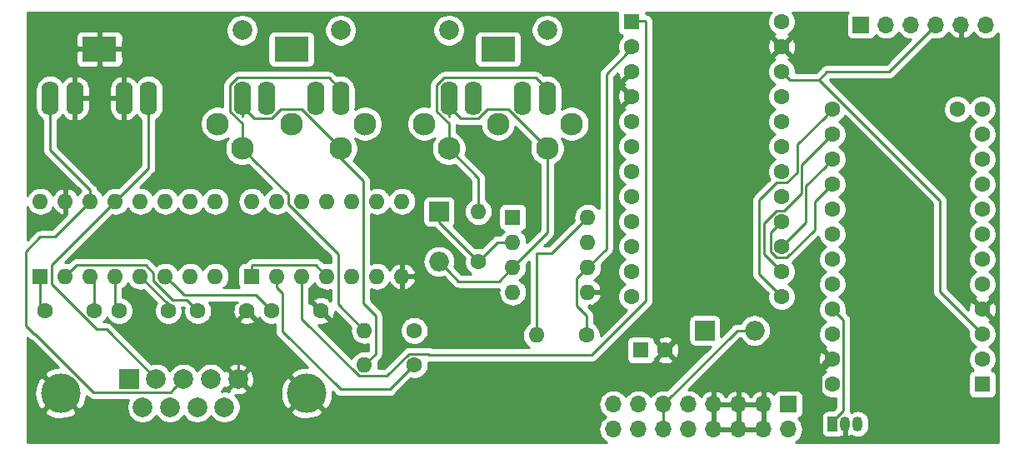
<source format=gbr>
G04 #@! TF.GenerationSoftware,KiCad,Pcbnew,(5.1.4-0-10_14)*
G04 #@! TF.CreationDate,2020-06-13T20:03:12+02:00*
G04 #@! TF.ProjectId,transcribe_circuit,7472616e-7363-4726-9962-655f63697263,rev?*
G04 #@! TF.SameCoordinates,Original*
G04 #@! TF.FileFunction,Copper,L1,Top*
G04 #@! TF.FilePolarity,Positive*
%FSLAX46Y46*%
G04 Gerber Fmt 4.6, Leading zero omitted, Abs format (unit mm)*
G04 Created by KiCad (PCBNEW (5.1.4-0-10_14)) date 2020-06-13 20:03:12*
%MOMM*%
%LPD*%
G04 APERTURE LIST*
%ADD10R,2.000000X2.000000*%
%ADD11O,2.000000X2.000000*%
%ADD12C,2.000000*%
%ADD13C,2.300000*%
%ADD14O,1.750000X3.500000*%
%ADD15R,3.500000X2.500000*%
%ADD16C,1.600000*%
%ADD17R,1.600000X1.600000*%
%ADD18O,1.600000X1.600000*%
%ADD19O,1.050000X1.500000*%
%ADD20R,1.050000X1.500000*%
%ADD21R,1.700000X1.700000*%
%ADD22O,1.700000X1.700000*%
%ADD23C,4.000000*%
%ADD24C,0.250000*%
%ADD25C,0.254000*%
G04 APERTURE END LIST*
D10*
X-247500000Y769080000D03*
D11*
X-247500000Y764000000D03*
D12*
X-257500000Y787500000D03*
D13*
X-267500000Y775500000D03*
X-270000000Y778000000D03*
X-262500000Y778000000D03*
X-255000000Y778000000D03*
D12*
X-267500000Y787500000D03*
D13*
X-257500000Y775500000D03*
D14*
X-244000000Y780590000D03*
X-239000000Y780590000D03*
X-246500000Y780590000D03*
X-236500000Y780590000D03*
D15*
X-241500000Y785596000D03*
D16*
X-207520000Y751530000D03*
X-207520000Y754070000D03*
X-207520000Y756610000D03*
X-207520000Y759150000D03*
X-207520000Y761690000D03*
X-207520000Y764230000D03*
X-207520000Y766770000D03*
X-207520000Y769310000D03*
X-207520000Y771850000D03*
X-207520000Y774390000D03*
X-207520000Y776930000D03*
X-207520000Y779470000D03*
X-192280000Y779470000D03*
X-192280000Y776930000D03*
X-192280000Y774390000D03*
X-192280000Y771850000D03*
X-192280000Y769310000D03*
X-192280000Y766770000D03*
X-192280000Y764230000D03*
X-192280000Y761690000D03*
X-192280000Y759150000D03*
X-192280000Y756610000D03*
X-192280000Y754070000D03*
D17*
X-192280000Y751530000D03*
D16*
X-194820000Y779470000D03*
D18*
X-255080000Y753500000D03*
D16*
X-250000000Y753500000D03*
D17*
X-288000000Y762500000D03*
D18*
X-270220000Y770120000D03*
X-285460000Y762500000D03*
X-272760000Y770120000D03*
X-282920000Y762500000D03*
X-275300000Y770120000D03*
X-280380000Y762500000D03*
X-277840000Y770120000D03*
X-277840000Y762500000D03*
X-280380000Y770120000D03*
X-275300000Y762500000D03*
X-282920000Y770120000D03*
X-272760000Y762500000D03*
X-285460000Y770120000D03*
X-270220000Y762500000D03*
X-288000000Y770120000D03*
D19*
X-206230000Y747500000D03*
X-204960000Y747500000D03*
D20*
X-207500000Y747500000D03*
D17*
X-240000000Y768500000D03*
D18*
X-232380000Y760880000D03*
X-240000000Y765960000D03*
X-232380000Y763420000D03*
X-240000000Y763420000D03*
X-232380000Y765960000D03*
X-240000000Y760880000D03*
X-232380000Y768500000D03*
D16*
X-243500000Y764000000D03*
D18*
X-243500000Y769080000D03*
X-237580000Y756500000D03*
D16*
X-232500000Y756500000D03*
X-250000000Y757000000D03*
D18*
X-255080000Y757000000D03*
D17*
X-266500000Y762500000D03*
D18*
X-251260000Y770120000D03*
X-263960000Y762500000D03*
X-253800000Y770120000D03*
X-261420000Y762500000D03*
X-256340000Y770120000D03*
X-258880000Y762500000D03*
X-258880000Y770120000D03*
X-256340000Y762500000D03*
X-261420000Y770120000D03*
X-253800000Y762500000D03*
X-263960000Y770120000D03*
X-251260000Y762500000D03*
X-266500000Y770120000D03*
D16*
X-212680000Y788370000D03*
X-212680000Y785830000D03*
X-212680000Y783290000D03*
X-212680000Y780750000D03*
X-212680000Y778210000D03*
X-212680000Y775670000D03*
X-212680000Y773130000D03*
X-212680000Y770590000D03*
X-212680000Y768050000D03*
X-212680000Y765510000D03*
X-212680000Y762970000D03*
X-212680000Y760430000D03*
X-227920000Y760430000D03*
X-227920000Y762970000D03*
X-227920000Y765510000D03*
X-227920000Y768050000D03*
X-227920000Y770590000D03*
X-227920000Y773130000D03*
X-227920000Y775670000D03*
X-227920000Y778210000D03*
X-227920000Y780750000D03*
X-227920000Y783290000D03*
X-227920000Y785830000D03*
D17*
X-227920000Y788370000D03*
X-227000000Y755000000D03*
D16*
X-224500000Y755000000D03*
X-287500000Y759000000D03*
X-282500000Y759000000D03*
X-267000000Y759000000D03*
X-272000000Y759000000D03*
X-275000000Y759000000D03*
X-280000000Y759000000D03*
X-264500000Y759000000D03*
X-259500000Y759000000D03*
D11*
X-215420000Y757000000D03*
D10*
X-220500000Y757000000D03*
D21*
X-212000000Y749500000D03*
D22*
X-212000000Y746960000D03*
X-214540000Y749500000D03*
X-214540000Y746960000D03*
X-217080000Y749500000D03*
X-217080000Y746960000D03*
X-219620000Y749500000D03*
X-219620000Y746960000D03*
X-222160000Y749500000D03*
X-222160000Y746960000D03*
X-224700000Y749500000D03*
X-224700000Y746960000D03*
X-227240000Y749500000D03*
X-227240000Y746960000D03*
X-229780000Y749500000D03*
X-229780000Y746960000D03*
D14*
X-284500000Y780590000D03*
X-279500000Y780590000D03*
X-287000000Y780590000D03*
X-277000000Y780590000D03*
D15*
X-282000000Y785596000D03*
D13*
X-236500000Y775500000D03*
D12*
X-246500000Y787500000D03*
D13*
X-234000000Y778000000D03*
X-241500000Y778000000D03*
X-249000000Y778000000D03*
X-246500000Y775500000D03*
D12*
X-236500000Y787500000D03*
D15*
X-262500000Y785596000D03*
D14*
X-257500000Y780590000D03*
X-267500000Y780590000D03*
X-260000000Y780590000D03*
X-265000000Y780590000D03*
D10*
X-279000000Y752050000D03*
D12*
X-276230000Y752050000D03*
X-273460000Y752050000D03*
X-270690000Y752050000D03*
X-267920000Y752050000D03*
X-277615000Y749210000D03*
X-274845000Y749210000D03*
X-272075000Y749210000D03*
X-269305000Y749210000D03*
D23*
X-285960000Y750630000D03*
X-260960000Y750630000D03*
D21*
X-204600000Y788050000D03*
D22*
X-202060000Y788050000D03*
X-199520000Y788050000D03*
X-196980000Y788050000D03*
X-194440000Y788050000D03*
X-191900000Y788050000D03*
D24*
X-283500000Y762500000D02*
X-282920000Y762500000D01*
X-282500000Y762080000D02*
X-282920000Y762500000D01*
X-282500000Y759000000D02*
X-282500000Y762080000D01*
X-288000000Y759500000D02*
X-287500000Y759000000D01*
X-288000000Y762500000D02*
X-288000000Y759500000D01*
X-208745001Y753444999D02*
X-208419999Y753770001D01*
X-208745001Y746384999D02*
X-208745001Y753444999D01*
X-208285001Y745924999D02*
X-208745001Y746384999D01*
X-208419999Y753770001D02*
X-207620000Y754570000D01*
X-206305001Y745924999D02*
X-208285001Y745924999D01*
X-206230000Y746000000D02*
X-206305001Y745924999D01*
X-206230000Y747000000D02*
X-206230000Y746000000D01*
X-267920000Y758080000D02*
X-267000000Y759000000D01*
X-267920000Y752050000D02*
X-267920000Y758080000D01*
X-273125001Y760125001D02*
X-272799999Y759799999D01*
X-272799999Y759799999D02*
X-272000000Y759000000D01*
X-274590003Y760125001D02*
X-273125001Y760125001D01*
X-277299999Y763625001D02*
X-276500000Y762825002D01*
X-276500000Y762034998D02*
X-274590003Y760125001D01*
X-276500000Y762825002D02*
X-276500000Y762034998D01*
X-284334999Y763625001D02*
X-277299999Y763625001D01*
X-285460000Y762500000D02*
X-284334999Y763625001D01*
X-278500000Y762500000D02*
X-277840000Y762500000D01*
X-275000000Y759660000D02*
X-275000000Y759000000D01*
X-277840000Y762500000D02*
X-275000000Y759660000D01*
X-243460000Y764000000D02*
X-243500000Y764000000D01*
X-247500000Y768000000D02*
X-247500000Y769080000D01*
X-243500000Y764000000D02*
X-247500000Y768000000D01*
X-241540000Y765960000D02*
X-243500000Y764000000D01*
X-240000000Y765960000D02*
X-241540000Y765960000D01*
X-246500000Y778715000D02*
X-246500000Y779590000D01*
X-243502940Y778514990D02*
X-245299990Y778514990D01*
X-245299990Y778514990D02*
X-246500000Y779715000D01*
X-242542929Y779475001D02*
X-243502940Y778514990D01*
X-240475001Y779475001D02*
X-242542929Y779475001D01*
X-246500000Y779715000D02*
X-246500000Y780590000D01*
X-236500000Y775500000D02*
X-240475001Y779475001D01*
X-236500000Y766920000D02*
X-240000000Y763420000D01*
X-236500000Y774500000D02*
X-236500000Y766920000D01*
X-246500001Y763000001D02*
X-247500000Y764000000D01*
X-245500000Y762000000D02*
X-246500001Y763000001D01*
X-241420000Y762000000D02*
X-245500000Y762000000D01*
X-240000000Y763420000D02*
X-241420000Y762000000D01*
X-286540000Y766500000D02*
X-282920000Y770120000D01*
X-288000000Y766500000D02*
X-286540000Y766500000D01*
X-289500000Y757500000D02*
X-289500000Y765000000D01*
X-289500000Y765000000D02*
X-288000000Y766500000D01*
X-288649990Y756649990D02*
X-289500000Y757500000D01*
X-287000000Y778590000D02*
X-287000000Y780590000D01*
X-287000000Y775331370D02*
X-287000000Y778590000D01*
X-282920000Y771251370D02*
X-287000000Y775331370D01*
X-282920000Y770120000D02*
X-282920000Y771251370D01*
X-274459999Y751050001D02*
X-273460000Y752050000D01*
X-274785001Y750724999D02*
X-274459999Y751050001D01*
X-282613997Y750724999D02*
X-274785001Y750724999D01*
X-288538988Y756649990D02*
X-282613997Y750724999D01*
X-288649990Y756649990D02*
X-288538988Y756649990D01*
X-277000000Y773500000D02*
X-277000000Y780590000D01*
X-280380000Y770120000D02*
X-277000000Y773500000D01*
X-281280000Y757100000D02*
X-276230000Y752050000D01*
X-282265002Y757100000D02*
X-281280000Y757100000D01*
X-286874999Y761709997D02*
X-282265002Y757100000D01*
X-286874999Y763625001D02*
X-286874999Y761709997D01*
X-280380000Y770120000D02*
X-286874999Y763625001D01*
X-236500000Y780465000D02*
X-236500000Y779590000D01*
X-246420000Y774500000D02*
X-246500000Y774500000D01*
X-246500000Y775500000D02*
X-246500000Y778017930D01*
X-246997060Y782665010D02*
X-237665010Y782665010D01*
X-236500000Y781500000D02*
X-236500000Y780590000D01*
X-237665010Y782665010D02*
X-236500000Y781500000D01*
X-247700010Y781962060D02*
X-246997060Y782665010D01*
X-247700010Y779217940D02*
X-247700010Y781962060D01*
X-246500000Y778017930D02*
X-247700010Y779217940D01*
X-243500000Y772500000D02*
X-246500000Y775500000D01*
X-243500000Y769080000D02*
X-243500000Y772500000D01*
X-257500000Y780465000D02*
X-257500000Y779590000D01*
X-257500000Y781465000D02*
X-257500000Y780590000D01*
X-258700010Y782665010D02*
X-257500000Y781465000D01*
X-267997060Y782665010D02*
X-258700010Y782665010D01*
X-268700010Y779217940D02*
X-268700010Y781962060D01*
X-268700010Y781962060D02*
X-267997060Y782665010D01*
X-267500000Y778017930D02*
X-268700010Y779217940D01*
X-267500000Y775500000D02*
X-267500000Y778017930D01*
X-266350001Y774350001D02*
X-267500000Y775500000D01*
X-262834999Y769869997D02*
X-262834999Y770834999D01*
X-257754999Y764789997D02*
X-262834999Y769869997D01*
X-257754999Y759674999D02*
X-257754999Y764789997D01*
X-262834999Y770834999D02*
X-266350001Y774350001D01*
X-255080000Y757000000D02*
X-257754999Y759674999D01*
X-267500000Y778715000D02*
X-267500000Y779590000D01*
X-256350001Y773350001D02*
X-257500000Y774500000D01*
X-255214999Y772214999D02*
X-256350001Y773350001D01*
X-255214999Y759749997D02*
X-255214999Y772214999D01*
X-253954999Y758489997D02*
X-255214999Y759749997D01*
X-253954999Y754625001D02*
X-253954999Y758489997D01*
X-255080000Y753500000D02*
X-253954999Y754625001D01*
X-267500000Y779715000D02*
X-267500000Y780590000D01*
X-263542929Y779475001D02*
X-264502940Y778514990D01*
X-266299990Y778514990D02*
X-267500000Y779715000D01*
X-264502940Y778514990D02*
X-266299990Y778514990D01*
X-261475001Y779475001D02*
X-263542929Y779475001D01*
X-257500000Y775500000D02*
X-261475001Y779475001D01*
X-267500000Y778715000D02*
X-267500000Y780590000D01*
X-236080000Y764800000D02*
X-232380000Y768500000D01*
X-237580000Y764800000D02*
X-236080000Y764800000D01*
X-237580000Y756500000D02*
X-237580000Y764800000D01*
X-228419999Y785130001D02*
X-227620000Y785930000D01*
X-230500000Y783050000D02*
X-228419999Y785130001D01*
X-232500000Y758500000D02*
X-232500000Y756500000D01*
X-233505001Y759505001D02*
X-232500000Y758500000D01*
X-233505001Y762294999D02*
X-232380000Y763420000D01*
X-233505001Y759505001D02*
X-233505001Y762294999D01*
X-230500000Y765300000D02*
X-230500000Y767000000D01*
X-232380000Y763420000D02*
X-230500000Y765300000D01*
X-230500000Y767000000D02*
X-230500000Y783050000D01*
X-230500000Y766800000D02*
X-230500000Y767000000D01*
X-255620001Y752374999D02*
X-252790003Y752374999D01*
X-261420000Y758174998D02*
X-255620001Y752374999D01*
X-261420000Y760000000D02*
X-261420000Y758174998D01*
X-226494999Y759989999D02*
X-231984998Y754500000D01*
X-226570000Y788470000D02*
X-226494999Y788394999D01*
X-226494999Y788394999D02*
X-226494999Y759989999D01*
X-227620000Y788470000D02*
X-226570000Y788470000D01*
X-231984998Y754500000D02*
X-248500000Y754500000D01*
X-250540001Y754625001D02*
X-252790003Y752374999D01*
X-248625001Y754625001D02*
X-250540001Y754625001D01*
X-248500000Y754500000D02*
X-248625001Y754625001D01*
X-261420000Y760000000D02*
X-261420000Y762500000D01*
X-208874999Y782490001D02*
X-196600000Y770215002D01*
X-211880001Y782490001D02*
X-208874999Y782490001D01*
X-212680000Y783290000D02*
X-211880001Y782490001D01*
X-196600000Y760930000D02*
X-192280000Y756610000D01*
X-196600000Y770215002D02*
X-196600000Y760930000D01*
X-208075000Y783290000D02*
X-208874999Y782490001D01*
X-201740000Y783290000D02*
X-208075000Y783290000D01*
X-196980000Y788050000D02*
X-201740000Y783290000D01*
X-213220001Y764384999D02*
X-212139999Y764384999D01*
X-213805001Y764969999D02*
X-213220001Y764384999D01*
X-213805001Y766924999D02*
X-213805001Y764969999D01*
X-212139999Y764384999D02*
X-209300000Y767224998D01*
X-212680000Y768050000D02*
X-213805001Y766924999D01*
X-209300000Y770070000D02*
X-207520000Y771850000D01*
X-209300000Y767224998D02*
X-209300000Y770070000D01*
X-208319999Y773590001D02*
X-207520000Y774390000D01*
X-210200000Y771710000D02*
X-208319999Y773590001D01*
X-210200000Y767990000D02*
X-210200000Y771710000D01*
X-212680000Y765510000D02*
X-210200000Y767990000D01*
X-212429997Y769175001D02*
X-213220001Y769175001D01*
X-213220001Y769175001D02*
X-214500000Y767895002D01*
X-210650010Y770954988D02*
X-212429997Y769175001D01*
X-210650010Y773799990D02*
X-210650010Y770954988D01*
X-207520000Y776930000D02*
X-210650010Y773799990D01*
X-214500000Y764790000D02*
X-212680000Y762970000D01*
X-214500000Y767895002D02*
X-214500000Y764790000D01*
X-208319999Y778670001D02*
X-207520000Y779470000D01*
X-211100020Y775889980D02*
X-208319999Y778670001D01*
X-213220001Y772004999D02*
X-212139999Y772004999D01*
X-211100020Y773044978D02*
X-211100020Y775889980D01*
X-214950009Y762700009D02*
X-214950009Y770274991D01*
X-212139999Y772004999D02*
X-211100020Y773044978D01*
X-214950009Y770274991D02*
X-213220001Y772004999D01*
X-212680000Y760430000D02*
X-214950009Y762700009D01*
X-207500000Y747725000D02*
X-207500000Y747500000D01*
X-206394999Y758024999D02*
X-206394999Y748830001D01*
X-206394999Y748830001D02*
X-207500000Y747725000D01*
X-207520000Y759150000D02*
X-206394999Y758024999D01*
X-266424999Y763625001D02*
X-266500000Y763550000D01*
X-266500000Y763550000D02*
X-266500000Y762500000D01*
X-260005001Y763625001D02*
X-266424999Y763625001D01*
X-258880000Y762500000D02*
X-260005001Y763625001D01*
X-281000000Y762500000D02*
X-280380000Y762500000D01*
X-280380000Y759380000D02*
X-280000000Y759000000D01*
X-280380000Y762500000D02*
X-280380000Y759380000D01*
X-275300000Y761800000D02*
X-275300000Y762500000D01*
X-274500001Y761700001D02*
X-275300000Y762500000D01*
X-273375010Y760575010D02*
X-274500001Y761700001D01*
X-266075010Y760575010D02*
X-273375010Y760575010D01*
X-264500000Y759000000D02*
X-266075010Y760575010D01*
X-263960000Y761368630D02*
X-263960000Y762500000D01*
X-263374999Y760783629D02*
X-263960000Y761368630D01*
X-263374999Y756874999D02*
X-263374999Y760783629D01*
X-257500000Y751000000D02*
X-263374999Y756874999D01*
X-252500000Y751000000D02*
X-257500000Y751000000D01*
X-250000000Y753500000D02*
X-252500000Y751000000D01*
X-224700000Y746960000D02*
X-224700000Y749500000D01*
X-217200000Y757000000D02*
X-215420000Y757000000D01*
X-224700000Y749500000D02*
X-217200000Y757000000D01*
D25*
G36*
X-213794637Y789284759D02*
G01*
X-213951680Y789049727D01*
X-214059853Y788788574D01*
X-214115000Y788511335D01*
X-214115000Y788228665D01*
X-214059853Y787951426D01*
X-213951680Y787690273D01*
X-213794637Y787455241D01*
X-213594759Y787255363D01*
X-213360872Y787099085D01*
X-213421514Y787066671D01*
X-213493097Y786822702D01*
X-212680000Y786009605D01*
X-211866903Y786822702D01*
X-211938486Y787066671D01*
X-212002992Y787097194D01*
X-212000273Y787098320D01*
X-211765241Y787255363D01*
X-211565363Y787455241D01*
X-211408320Y787690273D01*
X-211300147Y787951426D01*
X-211245000Y788228665D01*
X-211245000Y788511335D01*
X-211300147Y788788574D01*
X-211408320Y789049727D01*
X-211565363Y789284759D01*
X-211620604Y789340000D01*
X-205910364Y789340000D01*
X-205980537Y789254494D01*
X-206039502Y789144180D01*
X-206075812Y789024482D01*
X-206088072Y788900000D01*
X-206088072Y787200000D01*
X-206075812Y787075518D01*
X-206039502Y786955820D01*
X-205980537Y786845506D01*
X-205901185Y786748815D01*
X-205804494Y786669463D01*
X-205694180Y786610498D01*
X-205574482Y786574188D01*
X-205450000Y786561928D01*
X-203750000Y786561928D01*
X-203625518Y786574188D01*
X-203505820Y786610498D01*
X-203395506Y786669463D01*
X-203298815Y786748815D01*
X-203219463Y786845506D01*
X-203160498Y786955820D01*
X-203139607Y787024687D01*
X-203115134Y786994866D01*
X-202889014Y786809294D01*
X-202631034Y786671401D01*
X-202351111Y786586487D01*
X-202132950Y786565000D01*
X-201987050Y786565000D01*
X-201768889Y786586487D01*
X-201488966Y786671401D01*
X-201230986Y786809294D01*
X-201004866Y786994866D01*
X-200819294Y787220986D01*
X-200790000Y787275791D01*
X-200760706Y787220986D01*
X-200575134Y786994866D01*
X-200349014Y786809294D01*
X-200091034Y786671401D01*
X-199811111Y786586487D01*
X-199592950Y786565000D01*
X-199539802Y786565000D01*
X-202054801Y784050000D01*
X-208037678Y784050000D01*
X-208075001Y784053676D01*
X-208112324Y784050000D01*
X-208112333Y784050000D01*
X-208223986Y784039003D01*
X-208367247Y783995546D01*
X-208499276Y783924974D01*
X-208499278Y783924973D01*
X-208499277Y783924973D01*
X-208586004Y783853799D01*
X-208586008Y783853795D01*
X-208615001Y783830001D01*
X-208638795Y783801008D01*
X-209189801Y783250001D01*
X-211245000Y783250001D01*
X-211245000Y783431335D01*
X-211300147Y783708574D01*
X-211408320Y783969727D01*
X-211565363Y784204759D01*
X-211765241Y784404637D01*
X-211999128Y784560915D01*
X-211938486Y784593329D01*
X-211866903Y784837298D01*
X-212680000Y785650395D01*
X-213493097Y784837298D01*
X-213421514Y784593329D01*
X-213357008Y784562806D01*
X-213359727Y784561680D01*
X-213594759Y784404637D01*
X-213794637Y784204759D01*
X-213951680Y783969727D01*
X-214059853Y783708574D01*
X-214115000Y783431335D01*
X-214115000Y783148665D01*
X-214059853Y782871426D01*
X-213951680Y782610273D01*
X-213794637Y782375241D01*
X-213594759Y782175363D01*
X-213362241Y782020000D01*
X-213594759Y781864637D01*
X-213794637Y781664759D01*
X-213951680Y781429727D01*
X-214059853Y781168574D01*
X-214115000Y780891335D01*
X-214115000Y780608665D01*
X-214059853Y780331426D01*
X-213951680Y780070273D01*
X-213794637Y779835241D01*
X-213594759Y779635363D01*
X-213362241Y779480000D01*
X-213594759Y779324637D01*
X-213794637Y779124759D01*
X-213951680Y778889727D01*
X-214059853Y778628574D01*
X-214115000Y778351335D01*
X-214115000Y778068665D01*
X-214059853Y777791426D01*
X-213951680Y777530273D01*
X-213794637Y777295241D01*
X-213594759Y777095363D01*
X-213362241Y776940000D01*
X-213594759Y776784637D01*
X-213794637Y776584759D01*
X-213951680Y776349727D01*
X-214059853Y776088574D01*
X-214115000Y775811335D01*
X-214115000Y775528665D01*
X-214059853Y775251426D01*
X-213951680Y774990273D01*
X-213794637Y774755241D01*
X-213594759Y774555363D01*
X-213362241Y774400000D01*
X-213594759Y774244637D01*
X-213794637Y774044759D01*
X-213951680Y773809727D01*
X-214059853Y773548574D01*
X-214115000Y773271335D01*
X-214115000Y772988665D01*
X-214059853Y772711426D01*
X-213951680Y772450273D01*
X-213910764Y772389038D01*
X-215461011Y770838790D01*
X-215490009Y770814992D01*
X-215513807Y770785994D01*
X-215513808Y770785993D01*
X-215584983Y770699267D01*
X-215655555Y770567237D01*
X-215677699Y770494236D01*
X-215698810Y770424637D01*
X-215699011Y770423976D01*
X-215713685Y770274991D01*
X-215710008Y770237659D01*
X-215710009Y762737331D01*
X-215713685Y762700009D01*
X-215710009Y762662687D01*
X-215710009Y762662677D01*
X-215699012Y762551024D01*
X-215666542Y762443984D01*
X-215655555Y762407763D01*
X-215584983Y762275733D01*
X-215555659Y762240002D01*
X-215490010Y762160008D01*
X-215461006Y762136205D01*
X-214078688Y760753886D01*
X-214115000Y760571335D01*
X-214115000Y760288665D01*
X-214059853Y760011426D01*
X-213951680Y759750273D01*
X-213794637Y759515241D01*
X-213594759Y759315363D01*
X-213359727Y759158320D01*
X-213098574Y759050147D01*
X-212821335Y758995000D01*
X-212538665Y758995000D01*
X-212261426Y759050147D01*
X-212000273Y759158320D01*
X-211765241Y759315363D01*
X-211565363Y759515241D01*
X-211408320Y759750273D01*
X-211300147Y760011426D01*
X-211245000Y760288665D01*
X-211245000Y760571335D01*
X-211300147Y760848574D01*
X-211408320Y761109727D01*
X-211565363Y761344759D01*
X-211765241Y761544637D01*
X-211997759Y761700000D01*
X-211765241Y761855363D01*
X-211565363Y762055241D01*
X-211408320Y762290273D01*
X-211300147Y762551426D01*
X-211245000Y762828665D01*
X-211245000Y763111335D01*
X-211300147Y763388574D01*
X-211408320Y763649727D01*
X-211565363Y763884759D01*
X-211565400Y763884796D01*
X-208932856Y766517340D01*
X-208899853Y766351426D01*
X-208791680Y766090273D01*
X-208634637Y765855241D01*
X-208434759Y765655363D01*
X-208202241Y765500000D01*
X-208434759Y765344637D01*
X-208634637Y765144759D01*
X-208791680Y764909727D01*
X-208899853Y764648574D01*
X-208955000Y764371335D01*
X-208955000Y764088665D01*
X-208899853Y763811426D01*
X-208791680Y763550273D01*
X-208634637Y763315241D01*
X-208434759Y763115363D01*
X-208202241Y762960000D01*
X-208434759Y762804637D01*
X-208634637Y762604759D01*
X-208791680Y762369727D01*
X-208899853Y762108574D01*
X-208955000Y761831335D01*
X-208955000Y761548665D01*
X-208899853Y761271426D01*
X-208791680Y761010273D01*
X-208634637Y760775241D01*
X-208434759Y760575363D01*
X-208202241Y760420000D01*
X-208434759Y760264637D01*
X-208634637Y760064759D01*
X-208791680Y759829727D01*
X-208899853Y759568574D01*
X-208955000Y759291335D01*
X-208955000Y759008665D01*
X-208899853Y758731426D01*
X-208791680Y758470273D01*
X-208634637Y758235241D01*
X-208434759Y758035363D01*
X-208202241Y757880000D01*
X-208434759Y757724637D01*
X-208634637Y757524759D01*
X-208791680Y757289727D01*
X-208899853Y757028574D01*
X-208955000Y756751335D01*
X-208955000Y756468665D01*
X-208899853Y756191426D01*
X-208791680Y755930273D01*
X-208634637Y755695241D01*
X-208434759Y755495363D01*
X-208200872Y755339085D01*
X-208261514Y755306671D01*
X-208333097Y755062702D01*
X-207520000Y754249605D01*
X-207505858Y754263748D01*
X-207326253Y754084143D01*
X-207340395Y754070000D01*
X-207326253Y754055858D01*
X-207505858Y753876253D01*
X-207520000Y753890395D01*
X-208333097Y753077298D01*
X-208261514Y752833329D01*
X-208197008Y752802806D01*
X-208199727Y752801680D01*
X-208434759Y752644637D01*
X-208634637Y752444759D01*
X-208791680Y752209727D01*
X-208899853Y751948574D01*
X-208955000Y751671335D01*
X-208955000Y751388665D01*
X-208899853Y751111426D01*
X-208791680Y750850273D01*
X-208634637Y750615241D01*
X-208434759Y750415363D01*
X-208199727Y750258320D01*
X-207938574Y750150147D01*
X-207661335Y750095000D01*
X-207378665Y750095000D01*
X-207154998Y750139491D01*
X-207154998Y749144805D01*
X-207411730Y748888072D01*
X-208025000Y748888072D01*
X-208149482Y748875812D01*
X-208269180Y748839502D01*
X-208379494Y748780537D01*
X-208476185Y748701185D01*
X-208555537Y748604494D01*
X-208614502Y748494180D01*
X-208650812Y748374482D01*
X-208663072Y748250000D01*
X-208663072Y746750000D01*
X-208650812Y746625518D01*
X-208614502Y746505820D01*
X-208555537Y746395506D01*
X-208476185Y746298815D01*
X-208379494Y746219463D01*
X-208269180Y746160498D01*
X-208149482Y746124188D01*
X-208025000Y746111928D01*
X-206975000Y746111928D01*
X-206850518Y746124188D01*
X-206730820Y746160498D01*
X-206665943Y746195176D01*
X-206597337Y746164728D01*
X-206535810Y746156036D01*
X-206357000Y746281837D01*
X-206357000Y746599765D01*
X-206349188Y746625518D01*
X-206336928Y746750000D01*
X-206336928Y747647000D01*
X-206120000Y747647000D01*
X-206120000Y747218021D01*
X-206103215Y747047600D01*
X-206103000Y747046891D01*
X-206103000Y746281837D01*
X-205924190Y746156036D01*
X-205862663Y746164728D01*
X-205653118Y746257725D01*
X-205594669Y746298929D01*
X-205406059Y746198115D01*
X-205187399Y746131785D01*
X-204960000Y746109388D01*
X-204732600Y746131785D01*
X-204513940Y746198115D01*
X-204312421Y746305829D01*
X-204135788Y746450788D01*
X-203990829Y746627421D01*
X-203883115Y746828941D01*
X-203816785Y747047601D01*
X-203800000Y747218022D01*
X-203800000Y747781979D01*
X-203816785Y747952400D01*
X-203883115Y748171060D01*
X-203990829Y748372579D01*
X-204135788Y748549212D01*
X-204312422Y748694171D01*
X-204513941Y748801885D01*
X-204732601Y748868215D01*
X-204960000Y748890612D01*
X-205187400Y748868215D01*
X-205406060Y748801885D01*
X-205594669Y748701071D01*
X-205640816Y748733603D01*
X-205634999Y748792668D01*
X-205634999Y748792677D01*
X-205631323Y748830000D01*
X-205634999Y748867323D01*
X-205634999Y757987674D01*
X-205631323Y758024999D01*
X-205634999Y758062324D01*
X-205634999Y758062332D01*
X-205645996Y758173985D01*
X-205689453Y758317246D01*
X-205760025Y758449275D01*
X-205854998Y758565000D01*
X-205883995Y758588797D01*
X-206121312Y758826114D01*
X-206085000Y759008665D01*
X-206085000Y759291335D01*
X-206140147Y759568574D01*
X-206248320Y759829727D01*
X-206405363Y760064759D01*
X-206605241Y760264637D01*
X-206837759Y760420000D01*
X-206605241Y760575363D01*
X-206405363Y760775241D01*
X-206248320Y761010273D01*
X-206140147Y761271426D01*
X-206085000Y761548665D01*
X-206085000Y761831335D01*
X-206140147Y762108574D01*
X-206248320Y762369727D01*
X-206405363Y762604759D01*
X-206605241Y762804637D01*
X-206837759Y762960000D01*
X-206605241Y763115363D01*
X-206405363Y763315241D01*
X-206248320Y763550273D01*
X-206140147Y763811426D01*
X-206085000Y764088665D01*
X-206085000Y764371335D01*
X-206140147Y764648574D01*
X-206248320Y764909727D01*
X-206405363Y765144759D01*
X-206605241Y765344637D01*
X-206837759Y765500000D01*
X-206605241Y765655363D01*
X-206405363Y765855241D01*
X-206248320Y766090273D01*
X-206140147Y766351426D01*
X-206085000Y766628665D01*
X-206085000Y766911335D01*
X-206140147Y767188574D01*
X-206248320Y767449727D01*
X-206405363Y767684759D01*
X-206605241Y767884637D01*
X-206837759Y768040000D01*
X-206605241Y768195363D01*
X-206405363Y768395241D01*
X-206248320Y768630273D01*
X-206140147Y768891426D01*
X-206085000Y769168665D01*
X-206085000Y769451335D01*
X-206140147Y769728574D01*
X-206248320Y769989727D01*
X-206405363Y770224759D01*
X-206605241Y770424637D01*
X-206837759Y770580000D01*
X-206605241Y770735363D01*
X-206405363Y770935241D01*
X-206248320Y771170273D01*
X-206140147Y771431426D01*
X-206085000Y771708665D01*
X-206085000Y771991335D01*
X-206140147Y772268574D01*
X-206248320Y772529727D01*
X-206405363Y772764759D01*
X-206605241Y772964637D01*
X-206837759Y773120000D01*
X-206605241Y773275363D01*
X-206405363Y773475241D01*
X-206248320Y773710273D01*
X-206140147Y773971426D01*
X-206085000Y774248665D01*
X-206085000Y774531335D01*
X-206140147Y774808574D01*
X-206248320Y775069727D01*
X-206405363Y775304759D01*
X-206605241Y775504637D01*
X-206837759Y775660000D01*
X-206605241Y775815363D01*
X-206405363Y776015241D01*
X-206248320Y776250273D01*
X-206140147Y776511426D01*
X-206085000Y776788665D01*
X-206085000Y777071335D01*
X-206140147Y777348574D01*
X-206248320Y777609727D01*
X-206405363Y777844759D01*
X-206605241Y778044637D01*
X-206837759Y778200000D01*
X-206605241Y778355363D01*
X-206405363Y778555241D01*
X-206249022Y778789223D01*
X-197360000Y769900200D01*
X-197359999Y760967332D01*
X-197363676Y760930000D01*
X-197349002Y760781015D01*
X-197305546Y760637754D01*
X-197234974Y760505724D01*
X-197168130Y760424275D01*
X-197140000Y760389999D01*
X-197111002Y760366201D01*
X-193678688Y756933886D01*
X-193715000Y756751335D01*
X-193715000Y756468665D01*
X-193659853Y756191426D01*
X-193551680Y755930273D01*
X-193394637Y755695241D01*
X-193194759Y755495363D01*
X-192962241Y755340000D01*
X-193194759Y755184637D01*
X-193394637Y754984759D01*
X-193551680Y754749727D01*
X-193659853Y754488574D01*
X-193715000Y754211335D01*
X-193715000Y753928665D01*
X-193659853Y753651426D01*
X-193551680Y753390273D01*
X-193394637Y753155241D01*
X-193196039Y752956643D01*
X-193204482Y752955812D01*
X-193324180Y752919502D01*
X-193434494Y752860537D01*
X-193531185Y752781185D01*
X-193610537Y752684494D01*
X-193669502Y752574180D01*
X-193705812Y752454482D01*
X-193718072Y752330000D01*
X-193718072Y750730000D01*
X-193705812Y750605518D01*
X-193669502Y750485820D01*
X-193610537Y750375506D01*
X-193531185Y750278815D01*
X-193434494Y750199463D01*
X-193324180Y750140498D01*
X-193204482Y750104188D01*
X-193080000Y750091928D01*
X-191480000Y750091928D01*
X-191355518Y750104188D01*
X-191235820Y750140498D01*
X-191125506Y750199463D01*
X-191028815Y750278815D01*
X-190949463Y750375506D01*
X-190890498Y750485820D01*
X-190854188Y750605518D01*
X-190841928Y750730000D01*
X-190841928Y752330000D01*
X-190854188Y752454482D01*
X-190890498Y752574180D01*
X-190949463Y752684494D01*
X-191028815Y752781185D01*
X-191125506Y752860537D01*
X-191235820Y752919502D01*
X-191355518Y752955812D01*
X-191363961Y752956643D01*
X-191165363Y753155241D01*
X-191008320Y753390273D01*
X-190900147Y753651426D01*
X-190845000Y753928665D01*
X-190845000Y754211335D01*
X-190900147Y754488574D01*
X-191008320Y754749727D01*
X-191165363Y754984759D01*
X-191365241Y755184637D01*
X-191597759Y755340000D01*
X-191365241Y755495363D01*
X-191165363Y755695241D01*
X-191008320Y755930273D01*
X-190900147Y756191426D01*
X-190845000Y756468665D01*
X-190845000Y756751335D01*
X-190900147Y757028574D01*
X-191008320Y757289727D01*
X-191165363Y757524759D01*
X-191365241Y757724637D01*
X-191599128Y757880915D01*
X-191538486Y757913329D01*
X-191466903Y758157298D01*
X-192280000Y758970395D01*
X-192294143Y758956253D01*
X-192473748Y759135858D01*
X-192459605Y759150000D01*
X-192100395Y759150000D01*
X-191287298Y758336903D01*
X-191043329Y758408486D01*
X-190922429Y758663996D01*
X-190853700Y758938184D01*
X-190839783Y759220512D01*
X-190881213Y759500130D01*
X-190976397Y759766292D01*
X-191043329Y759891514D01*
X-191287298Y759963097D01*
X-192100395Y759150000D01*
X-192459605Y759150000D01*
X-193272702Y759963097D01*
X-193516671Y759891514D01*
X-193637571Y759636004D01*
X-193706300Y759361816D01*
X-193718078Y759122880D01*
X-195840000Y761244801D01*
X-195840000Y770177680D01*
X-195836324Y770215003D01*
X-195840000Y770252326D01*
X-195840000Y770252335D01*
X-195850997Y770363988D01*
X-195894454Y770507249D01*
X-195907248Y770531185D01*
X-195965026Y770639279D01*
X-196036201Y770726005D01*
X-196059999Y770755003D01*
X-196088996Y770778800D01*
X-204921531Y779611335D01*
X-196255000Y779611335D01*
X-196255000Y779328665D01*
X-196199853Y779051426D01*
X-196091680Y778790273D01*
X-195934637Y778555241D01*
X-195734759Y778355363D01*
X-195499727Y778198320D01*
X-195238574Y778090147D01*
X-194961335Y778035000D01*
X-194678665Y778035000D01*
X-194401426Y778090147D01*
X-194140273Y778198320D01*
X-193905241Y778355363D01*
X-193705363Y778555241D01*
X-193550000Y778787759D01*
X-193394637Y778555241D01*
X-193194759Y778355363D01*
X-192962241Y778200000D01*
X-193194759Y778044637D01*
X-193394637Y777844759D01*
X-193551680Y777609727D01*
X-193659853Y777348574D01*
X-193715000Y777071335D01*
X-193715000Y776788665D01*
X-193659853Y776511426D01*
X-193551680Y776250273D01*
X-193394637Y776015241D01*
X-193194759Y775815363D01*
X-192962241Y775660000D01*
X-193194759Y775504637D01*
X-193394637Y775304759D01*
X-193551680Y775069727D01*
X-193659853Y774808574D01*
X-193715000Y774531335D01*
X-193715000Y774248665D01*
X-193659853Y773971426D01*
X-193551680Y773710273D01*
X-193394637Y773475241D01*
X-193194759Y773275363D01*
X-192962241Y773120000D01*
X-193194759Y772964637D01*
X-193394637Y772764759D01*
X-193551680Y772529727D01*
X-193659853Y772268574D01*
X-193715000Y771991335D01*
X-193715000Y771708665D01*
X-193659853Y771431426D01*
X-193551680Y771170273D01*
X-193394637Y770935241D01*
X-193194759Y770735363D01*
X-192962241Y770580000D01*
X-193194759Y770424637D01*
X-193394637Y770224759D01*
X-193551680Y769989727D01*
X-193659853Y769728574D01*
X-193715000Y769451335D01*
X-193715000Y769168665D01*
X-193659853Y768891426D01*
X-193551680Y768630273D01*
X-193394637Y768395241D01*
X-193194759Y768195363D01*
X-192962241Y768040000D01*
X-193194759Y767884637D01*
X-193394637Y767684759D01*
X-193551680Y767449727D01*
X-193659853Y767188574D01*
X-193715000Y766911335D01*
X-193715000Y766628665D01*
X-193659853Y766351426D01*
X-193551680Y766090273D01*
X-193394637Y765855241D01*
X-193194759Y765655363D01*
X-192962241Y765500000D01*
X-193194759Y765344637D01*
X-193394637Y765144759D01*
X-193551680Y764909727D01*
X-193659853Y764648574D01*
X-193715000Y764371335D01*
X-193715000Y764088665D01*
X-193659853Y763811426D01*
X-193551680Y763550273D01*
X-193394637Y763315241D01*
X-193194759Y763115363D01*
X-192962241Y762960000D01*
X-193194759Y762804637D01*
X-193394637Y762604759D01*
X-193551680Y762369727D01*
X-193659853Y762108574D01*
X-193715000Y761831335D01*
X-193715000Y761548665D01*
X-193659853Y761271426D01*
X-193551680Y761010273D01*
X-193394637Y760775241D01*
X-193194759Y760575363D01*
X-192960872Y760419085D01*
X-193021514Y760386671D01*
X-193093097Y760142702D01*
X-192280000Y759329605D01*
X-191466903Y760142702D01*
X-191538486Y760386671D01*
X-191602992Y760417194D01*
X-191600273Y760418320D01*
X-191365241Y760575363D01*
X-191165363Y760775241D01*
X-191008320Y761010273D01*
X-190900147Y761271426D01*
X-190845000Y761548665D01*
X-190845000Y761831335D01*
X-190900147Y762108574D01*
X-191008320Y762369727D01*
X-191165363Y762604759D01*
X-191365241Y762804637D01*
X-191597759Y762960000D01*
X-191365241Y763115363D01*
X-191165363Y763315241D01*
X-191008320Y763550273D01*
X-190900147Y763811426D01*
X-190845000Y764088665D01*
X-190845000Y764371335D01*
X-190900147Y764648574D01*
X-191008320Y764909727D01*
X-191165363Y765144759D01*
X-191365241Y765344637D01*
X-191597759Y765500000D01*
X-191365241Y765655363D01*
X-191165363Y765855241D01*
X-191008320Y766090273D01*
X-190900147Y766351426D01*
X-190845000Y766628665D01*
X-190845000Y766911335D01*
X-190900147Y767188574D01*
X-191008320Y767449727D01*
X-191165363Y767684759D01*
X-191365241Y767884637D01*
X-191597759Y768040000D01*
X-191365241Y768195363D01*
X-191165363Y768395241D01*
X-191008320Y768630273D01*
X-190900147Y768891426D01*
X-190845000Y769168665D01*
X-190845000Y769451335D01*
X-190900147Y769728574D01*
X-191008320Y769989727D01*
X-191165363Y770224759D01*
X-191365241Y770424637D01*
X-191597759Y770580000D01*
X-191365241Y770735363D01*
X-191165363Y770935241D01*
X-191008320Y771170273D01*
X-190900147Y771431426D01*
X-190845000Y771708665D01*
X-190845000Y771991335D01*
X-190900147Y772268574D01*
X-191008320Y772529727D01*
X-191165363Y772764759D01*
X-191365241Y772964637D01*
X-191597759Y773120000D01*
X-191365241Y773275363D01*
X-191165363Y773475241D01*
X-191008320Y773710273D01*
X-190900147Y773971426D01*
X-190845000Y774248665D01*
X-190845000Y774531335D01*
X-190900147Y774808574D01*
X-191008320Y775069727D01*
X-191165363Y775304759D01*
X-191365241Y775504637D01*
X-191597759Y775660000D01*
X-191365241Y775815363D01*
X-191165363Y776015241D01*
X-191008320Y776250273D01*
X-190900147Y776511426D01*
X-190845000Y776788665D01*
X-190845000Y777071335D01*
X-190900147Y777348574D01*
X-191008320Y777609727D01*
X-191165363Y777844759D01*
X-191365241Y778044637D01*
X-191597759Y778200000D01*
X-191365241Y778355363D01*
X-191165363Y778555241D01*
X-191008320Y778790273D01*
X-190900147Y779051426D01*
X-190845000Y779328665D01*
X-190845000Y779611335D01*
X-190900147Y779888574D01*
X-191008320Y780149727D01*
X-191165363Y780384759D01*
X-191365241Y780584637D01*
X-191600273Y780741680D01*
X-191861426Y780849853D01*
X-192138665Y780905000D01*
X-192421335Y780905000D01*
X-192698574Y780849853D01*
X-192959727Y780741680D01*
X-193194759Y780584637D01*
X-193394637Y780384759D01*
X-193550000Y780152241D01*
X-193705363Y780384759D01*
X-193905241Y780584637D01*
X-194140273Y780741680D01*
X-194401426Y780849853D01*
X-194678665Y780905000D01*
X-194961335Y780905000D01*
X-195238574Y780849853D01*
X-195499727Y780741680D01*
X-195734759Y780584637D01*
X-195934637Y780384759D01*
X-196091680Y780149727D01*
X-196199853Y779888574D01*
X-196255000Y779611335D01*
X-204921531Y779611335D01*
X-207800197Y782490000D01*
X-207760198Y782530000D01*
X-201777322Y782530000D01*
X-201740000Y782526324D01*
X-201702678Y782530000D01*
X-201702667Y782530000D01*
X-201591014Y782540997D01*
X-201447753Y782584454D01*
X-201315724Y782655026D01*
X-201199999Y782749999D01*
X-201176196Y782779003D01*
X-197345995Y786609203D01*
X-197271111Y786586487D01*
X-197052950Y786565000D01*
X-196907050Y786565000D01*
X-196688889Y786586487D01*
X-196408966Y786671401D01*
X-196150986Y786809294D01*
X-195924866Y786994866D01*
X-195739294Y787220986D01*
X-195704799Y787285523D01*
X-195635178Y787168645D01*
X-195440269Y786952412D01*
X-195206920Y786778359D01*
X-194944099Y786653175D01*
X-194796890Y786608524D01*
X-194567000Y786729845D01*
X-194567000Y787923000D01*
X-194587000Y787923000D01*
X-194587000Y788177000D01*
X-194567000Y788177000D01*
X-194567000Y788197000D01*
X-194313000Y788197000D01*
X-194313000Y788177000D01*
X-194293000Y788177000D01*
X-194293000Y787923000D01*
X-194313000Y787923000D01*
X-194313000Y786729845D01*
X-194083110Y786608524D01*
X-193935901Y786653175D01*
X-193673080Y786778359D01*
X-193439731Y786952412D01*
X-193244822Y787168645D01*
X-193175201Y787285523D01*
X-193140706Y787220986D01*
X-192955134Y786994866D01*
X-192729014Y786809294D01*
X-192471034Y786671401D01*
X-192191111Y786586487D01*
X-191972950Y786565000D01*
X-191827050Y786565000D01*
X-191608889Y786586487D01*
X-191328966Y786671401D01*
X-191070986Y786809294D01*
X-190844866Y786994866D01*
X-190660000Y787220126D01*
X-190659999Y745660000D01*
X-211281917Y745660000D01*
X-211170986Y745719294D01*
X-210944866Y745904866D01*
X-210759294Y746130986D01*
X-210621401Y746388966D01*
X-210536487Y746668889D01*
X-210507815Y746960000D01*
X-210536487Y747251111D01*
X-210621401Y747531034D01*
X-210759294Y747789014D01*
X-210944866Y748015134D01*
X-210974687Y748039607D01*
X-210905820Y748060498D01*
X-210795506Y748119463D01*
X-210698815Y748198815D01*
X-210619463Y748295506D01*
X-210560498Y748405820D01*
X-210524188Y748525518D01*
X-210511928Y748650000D01*
X-210511928Y750350000D01*
X-210524188Y750474482D01*
X-210560498Y750594180D01*
X-210619463Y750704494D01*
X-210698815Y750801185D01*
X-210795506Y750880537D01*
X-210905820Y750939502D01*
X-211025518Y750975812D01*
X-211150000Y750988072D01*
X-212850000Y750988072D01*
X-212974482Y750975812D01*
X-213094180Y750939502D01*
X-213204494Y750880537D01*
X-213301185Y750801185D01*
X-213380537Y750704494D01*
X-213439502Y750594180D01*
X-213463966Y750513534D01*
X-213539731Y750597588D01*
X-213773080Y750771641D01*
X-214035901Y750896825D01*
X-214183110Y750941476D01*
X-214413000Y750820155D01*
X-214413000Y749627000D01*
X-214393000Y749627000D01*
X-214393000Y749373000D01*
X-214413000Y749373000D01*
X-214413000Y747087000D01*
X-214393000Y747087000D01*
X-214393000Y746833000D01*
X-214413000Y746833000D01*
X-214413000Y746813000D01*
X-214667000Y746813000D01*
X-214667000Y746833000D01*
X-216953000Y746833000D01*
X-216953000Y746813000D01*
X-217207000Y746813000D01*
X-217207000Y746833000D01*
X-219493000Y746833000D01*
X-219493000Y746813000D01*
X-219747000Y746813000D01*
X-219747000Y746833000D01*
X-219767000Y746833000D01*
X-219767000Y747087000D01*
X-219747000Y747087000D01*
X-219747000Y749373000D01*
X-219493000Y749373000D01*
X-219493000Y747087000D01*
X-217207000Y747087000D01*
X-217207000Y749373000D01*
X-216953000Y749373000D01*
X-216953000Y747087000D01*
X-214667000Y747087000D01*
X-214667000Y749373000D01*
X-216953000Y749373000D01*
X-217207000Y749373000D01*
X-219493000Y749373000D01*
X-219747000Y749373000D01*
X-219767000Y749373000D01*
X-219767000Y749627000D01*
X-219747000Y749627000D01*
X-219747000Y750820155D01*
X-219493000Y750820155D01*
X-219493000Y749627000D01*
X-217207000Y749627000D01*
X-217207000Y750820155D01*
X-216953000Y750820155D01*
X-216953000Y749627000D01*
X-214667000Y749627000D01*
X-214667000Y750820155D01*
X-214896890Y750941476D01*
X-215044099Y750896825D01*
X-215306920Y750771641D01*
X-215540269Y750597588D01*
X-215735178Y750381355D01*
X-215810000Y750255745D01*
X-215884822Y750381355D01*
X-216079731Y750597588D01*
X-216313080Y750771641D01*
X-216575901Y750896825D01*
X-216723110Y750941476D01*
X-216953000Y750820155D01*
X-217207000Y750820155D01*
X-217436890Y750941476D01*
X-217584099Y750896825D01*
X-217846920Y750771641D01*
X-218080269Y750597588D01*
X-218275178Y750381355D01*
X-218350000Y750255745D01*
X-218424822Y750381355D01*
X-218619731Y750597588D01*
X-218853080Y750771641D01*
X-219115901Y750896825D01*
X-219263110Y750941476D01*
X-219493000Y750820155D01*
X-219747000Y750820155D01*
X-219976890Y750941476D01*
X-220124099Y750896825D01*
X-220386920Y750771641D01*
X-220620269Y750597588D01*
X-220815178Y750381355D01*
X-220884799Y750264477D01*
X-220919294Y750329014D01*
X-221104866Y750555134D01*
X-221330986Y750740706D01*
X-221588966Y750878599D01*
X-221868889Y750963513D01*
X-222087050Y750985000D01*
X-222140199Y750985000D01*
X-219125711Y753999488D01*
X-208960217Y753999488D01*
X-208918787Y753719870D01*
X-208823603Y753453708D01*
X-208756671Y753328486D01*
X-208512702Y753256903D01*
X-207699605Y754070000D01*
X-208512702Y754883097D01*
X-208756671Y754811514D01*
X-208877571Y754556004D01*
X-208946300Y754281816D01*
X-208960217Y753999488D01*
X-219125711Y753999488D01*
X-216885198Y756240000D01*
X-216867679Y756240000D01*
X-216786031Y756087248D01*
X-216581714Y755838286D01*
X-216332752Y755633969D01*
X-216048715Y755482148D01*
X-215740516Y755388657D01*
X-215500322Y755365000D01*
X-215339678Y755365000D01*
X-215099484Y755388657D01*
X-214791285Y755482148D01*
X-214507248Y755633969D01*
X-214258286Y755838286D01*
X-214053969Y756087248D01*
X-213902148Y756371285D01*
X-213808657Y756679484D01*
X-213777089Y757000000D01*
X-213808657Y757320516D01*
X-213902148Y757628715D01*
X-214053969Y757912752D01*
X-214258286Y758161714D01*
X-214507248Y758366031D01*
X-214791285Y758517852D01*
X-215099484Y758611343D01*
X-215339678Y758635000D01*
X-215500322Y758635000D01*
X-215740516Y758611343D01*
X-216048715Y758517852D01*
X-216332752Y758366031D01*
X-216581714Y758161714D01*
X-216786031Y757912752D01*
X-216867679Y757760000D01*
X-217162675Y757760000D01*
X-217200000Y757763676D01*
X-217237325Y757760000D01*
X-217237333Y757760000D01*
X-217348986Y757749003D01*
X-217492247Y757705546D01*
X-217624276Y757634974D01*
X-217740001Y757540001D01*
X-217763799Y757511003D01*
X-218861928Y756412874D01*
X-218861928Y758000000D01*
X-218874188Y758124482D01*
X-218910498Y758244180D01*
X-218969463Y758354494D01*
X-219048815Y758451185D01*
X-219145506Y758530537D01*
X-219255820Y758589502D01*
X-219375518Y758625812D01*
X-219500000Y758638072D01*
X-221500000Y758638072D01*
X-221624482Y758625812D01*
X-221744180Y758589502D01*
X-221854494Y758530537D01*
X-221951185Y758451185D01*
X-222030537Y758354494D01*
X-222089502Y758244180D01*
X-222125812Y758124482D01*
X-222138072Y758000000D01*
X-222138072Y756000000D01*
X-222125812Y755875518D01*
X-222089502Y755755820D01*
X-222030537Y755645506D01*
X-221951185Y755548815D01*
X-221854494Y755469463D01*
X-221744180Y755410498D01*
X-221624482Y755374188D01*
X-221500000Y755361928D01*
X-219912874Y755361928D01*
X-224334004Y750940797D01*
X-224408889Y750963513D01*
X-224627050Y750985000D01*
X-224772950Y750985000D01*
X-224991111Y750963513D01*
X-225271034Y750878599D01*
X-225529014Y750740706D01*
X-225755134Y750555134D01*
X-225940706Y750329014D01*
X-225970000Y750274209D01*
X-225999294Y750329014D01*
X-226184866Y750555134D01*
X-226410986Y750740706D01*
X-226668966Y750878599D01*
X-226948889Y750963513D01*
X-227167050Y750985000D01*
X-227312950Y750985000D01*
X-227531111Y750963513D01*
X-227811034Y750878599D01*
X-228069014Y750740706D01*
X-228295134Y750555134D01*
X-228480706Y750329014D01*
X-228510000Y750274209D01*
X-228539294Y750329014D01*
X-228724866Y750555134D01*
X-228950986Y750740706D01*
X-229208966Y750878599D01*
X-229488889Y750963513D01*
X-229707050Y750985000D01*
X-229852950Y750985000D01*
X-230071111Y750963513D01*
X-230351034Y750878599D01*
X-230609014Y750740706D01*
X-230835134Y750555134D01*
X-231020706Y750329014D01*
X-231158599Y750071034D01*
X-231243513Y749791111D01*
X-231272185Y749500000D01*
X-231243513Y749208889D01*
X-231158599Y748928966D01*
X-231020706Y748670986D01*
X-230835134Y748444866D01*
X-230609014Y748259294D01*
X-230554209Y748230000D01*
X-230609014Y748200706D01*
X-230835134Y748015134D01*
X-231020706Y747789014D01*
X-231158599Y747531034D01*
X-231243513Y747251111D01*
X-231272185Y746960000D01*
X-231243513Y746668889D01*
X-231158599Y746388966D01*
X-231020706Y746130986D01*
X-230835134Y745904866D01*
X-230609014Y745719294D01*
X-230498083Y745660000D01*
X-289340000Y745660000D01*
X-289340000Y748782501D01*
X-287627894Y748782501D01*
X-287411772Y748415742D01*
X-286951895Y748175062D01*
X-286453902Y748028725D01*
X-285936929Y747982352D01*
X-285420841Y748037727D01*
X-284925474Y748192721D01*
X-284508228Y748415742D01*
X-284292106Y748782501D01*
X-285960000Y750450395D01*
X-287627894Y748782501D01*
X-289340000Y748782501D01*
X-289340000Y750606929D01*
X-288607648Y750606929D01*
X-288552273Y750090841D01*
X-288397279Y749595474D01*
X-288174258Y749178228D01*
X-287807499Y748962106D01*
X-286139605Y750630000D01*
X-287807499Y752297894D01*
X-288174258Y752081772D01*
X-288414938Y751621895D01*
X-288561275Y751123902D01*
X-288607648Y750606929D01*
X-289340000Y750606929D01*
X-289340000Y756265198D01*
X-289213790Y756138988D01*
X-289189991Y756109989D01*
X-289074266Y756015016D01*
X-288942237Y755944444D01*
X-288893441Y755929642D01*
X-286216411Y753252611D01*
X-286499159Y753222273D01*
X-286994526Y753067279D01*
X-287411772Y752844258D01*
X-287627894Y752477499D01*
X-285960000Y750809605D01*
X-285945858Y750823748D01*
X-285766253Y750644143D01*
X-285780395Y750630000D01*
X-284112501Y748962106D01*
X-283745742Y749178228D01*
X-283505062Y749638105D01*
X-283358725Y750136098D01*
X-283337419Y750373619D01*
X-283177796Y750213996D01*
X-283153998Y750184998D01*
X-283125000Y750161200D01*
X-283038273Y750090025D01*
X-282906244Y750019453D01*
X-282762983Y749975996D01*
X-282613997Y749961322D01*
X-282576664Y749964999D01*
X-279071980Y749964999D01*
X-279187168Y749686912D01*
X-279250000Y749371033D01*
X-279250000Y749048967D01*
X-279187168Y748733088D01*
X-279063918Y748435537D01*
X-278884987Y748167748D01*
X-278657252Y747940013D01*
X-278389463Y747761082D01*
X-278091912Y747637832D01*
X-277776033Y747575000D01*
X-277453967Y747575000D01*
X-277138088Y747637832D01*
X-276840537Y747761082D01*
X-276572748Y747940013D01*
X-276345013Y748167748D01*
X-276230000Y748339877D01*
X-276114987Y748167748D01*
X-275887252Y747940013D01*
X-275619463Y747761082D01*
X-275321912Y747637832D01*
X-275006033Y747575000D01*
X-274683967Y747575000D01*
X-274368088Y747637832D01*
X-274070537Y747761082D01*
X-273802748Y747940013D01*
X-273575013Y748167748D01*
X-273460000Y748339877D01*
X-273344987Y748167748D01*
X-273117252Y747940013D01*
X-272849463Y747761082D01*
X-272551912Y747637832D01*
X-272236033Y747575000D01*
X-271913967Y747575000D01*
X-271598088Y747637832D01*
X-271300537Y747761082D01*
X-271032748Y747940013D01*
X-270805013Y748167748D01*
X-270690000Y748339877D01*
X-270574987Y748167748D01*
X-270347252Y747940013D01*
X-270079463Y747761082D01*
X-269781912Y747637832D01*
X-269466033Y747575000D01*
X-269143967Y747575000D01*
X-268828088Y747637832D01*
X-268530537Y747761082D01*
X-268262748Y747940013D01*
X-268035013Y748167748D01*
X-267856082Y748435537D01*
X-267732832Y748733088D01*
X-267723004Y748782501D01*
X-262627894Y748782501D01*
X-262411772Y748415742D01*
X-261951895Y748175062D01*
X-261453902Y748028725D01*
X-260936929Y747982352D01*
X-260420841Y748037727D01*
X-259925474Y748192721D01*
X-259508228Y748415742D01*
X-259292106Y748782501D01*
X-260960000Y750450395D01*
X-262627894Y748782501D01*
X-267723004Y748782501D01*
X-267670000Y749048967D01*
X-267670000Y749371033D01*
X-267732832Y749686912D01*
X-267856082Y749984463D01*
X-268035013Y750252252D01*
X-268221565Y750438804D01*
X-268178892Y750427616D01*
X-267857405Y750408282D01*
X-267538325Y750452039D01*
X-267233912Y750557205D01*
X-267140885Y750606929D01*
X-263607648Y750606929D01*
X-263552273Y750090841D01*
X-263397279Y749595474D01*
X-263174258Y749178228D01*
X-262807499Y748962106D01*
X-261139605Y750630000D01*
X-262807499Y752297894D01*
X-263174258Y752081772D01*
X-263414938Y751621895D01*
X-263561275Y751123902D01*
X-263607648Y750606929D01*
X-267140885Y750606929D01*
X-267059956Y750650186D01*
X-266964192Y750914587D01*
X-267920000Y751870395D01*
X-268875808Y750914587D01*
X-268827804Y750782050D01*
X-268828088Y750782168D01*
X-269143967Y750845000D01*
X-269466033Y750845000D01*
X-269611745Y750816016D01*
X-269420013Y751007748D01*
X-269302464Y751183672D01*
X-269055413Y751094192D01*
X-268099605Y752050000D01*
X-267740395Y752050000D01*
X-266784587Y751094192D01*
X-266520186Y751189956D01*
X-266379296Y751479571D01*
X-266297616Y751791108D01*
X-266278282Y752112595D01*
X-266322039Y752431675D01*
X-266427205Y752736088D01*
X-266520186Y752910044D01*
X-266784587Y753005808D01*
X-267740395Y752050000D01*
X-268099605Y752050000D01*
X-269055413Y753005808D01*
X-269302464Y752916328D01*
X-269420013Y753092252D01*
X-269513174Y753185413D01*
X-268875808Y753185413D01*
X-267920000Y752229605D01*
X-266964192Y753185413D01*
X-267059956Y753449814D01*
X-267349571Y753590704D01*
X-267661108Y753672384D01*
X-267982595Y753691718D01*
X-268301675Y753647961D01*
X-268606088Y753542795D01*
X-268780044Y753449814D01*
X-268875808Y753185413D01*
X-269513174Y753185413D01*
X-269647748Y753319987D01*
X-269915537Y753498918D01*
X-270213088Y753622168D01*
X-270528967Y753685000D01*
X-270851033Y753685000D01*
X-271166912Y753622168D01*
X-271464463Y753498918D01*
X-271732252Y753319987D01*
X-271959987Y753092252D01*
X-272075000Y752920123D01*
X-272190013Y753092252D01*
X-272417748Y753319987D01*
X-272685537Y753498918D01*
X-272983088Y753622168D01*
X-273298967Y753685000D01*
X-273621033Y753685000D01*
X-273936912Y753622168D01*
X-274234463Y753498918D01*
X-274502252Y753319987D01*
X-274729987Y753092252D01*
X-274845000Y752920123D01*
X-274960013Y753092252D01*
X-275187748Y753319987D01*
X-275455537Y753498918D01*
X-275753088Y753622168D01*
X-276068967Y753685000D01*
X-276391033Y753685000D01*
X-276706912Y753622168D01*
X-276721375Y753616177D01*
X-280716196Y757610997D01*
X-280739999Y757640001D01*
X-280855724Y757734974D01*
X-280987753Y757805546D01*
X-281131014Y757849003D01*
X-281242667Y757860000D01*
X-281242678Y757860000D01*
X-281280000Y757863676D01*
X-281317322Y757860000D01*
X-281623199Y757860000D01*
X-281585241Y757885363D01*
X-281385363Y758085241D01*
X-281250000Y758287827D01*
X-281114637Y758085241D01*
X-280914759Y757885363D01*
X-280679727Y757728320D01*
X-280418574Y757620147D01*
X-280141335Y757565000D01*
X-279858665Y757565000D01*
X-279581426Y757620147D01*
X-279320273Y757728320D01*
X-279085241Y757885363D01*
X-278885363Y758085241D01*
X-278728320Y758320273D01*
X-278620147Y758581426D01*
X-278565000Y758858665D01*
X-278565000Y759141335D01*
X-278620147Y759418574D01*
X-278728320Y759679727D01*
X-278885363Y759914759D01*
X-279085241Y760114637D01*
X-279320273Y760271680D01*
X-279581426Y760379853D01*
X-279620000Y760387526D01*
X-279620000Y761279099D01*
X-279578899Y761301068D01*
X-279360392Y761480392D01*
X-279181068Y761698899D01*
X-279110000Y761831858D01*
X-279038932Y761698899D01*
X-278859608Y761480392D01*
X-278641101Y761301068D01*
X-278391808Y761167818D01*
X-278121309Y761085764D01*
X-277910492Y761065000D01*
X-277769508Y761065000D01*
X-277558691Y761085764D01*
X-277514094Y761099292D01*
X-276200723Y759785922D01*
X-276271680Y759679727D01*
X-276379853Y759418574D01*
X-276435000Y759141335D01*
X-276435000Y758858665D01*
X-276379853Y758581426D01*
X-276271680Y758320273D01*
X-276114637Y758085241D01*
X-275914759Y757885363D01*
X-275679727Y757728320D01*
X-275418574Y757620147D01*
X-275141335Y757565000D01*
X-274858665Y757565000D01*
X-274581426Y757620147D01*
X-274320273Y757728320D01*
X-274085241Y757885363D01*
X-273885363Y758085241D01*
X-273728320Y758320273D01*
X-273620147Y758581426D01*
X-273565000Y758858665D01*
X-273565000Y759141335D01*
X-273609491Y759365001D01*
X-273439802Y759365001D01*
X-273398688Y759323887D01*
X-273435000Y759141335D01*
X-273435000Y758858665D01*
X-273379853Y758581426D01*
X-273271680Y758320273D01*
X-273114637Y758085241D01*
X-272914759Y757885363D01*
X-272679727Y757728320D01*
X-272418574Y757620147D01*
X-272141335Y757565000D01*
X-271858665Y757565000D01*
X-271581426Y757620147D01*
X-271320273Y757728320D01*
X-271085241Y757885363D01*
X-270963306Y758007298D01*
X-267813097Y758007298D01*
X-267741514Y757763329D01*
X-267486004Y757642429D01*
X-267211816Y757573700D01*
X-266929488Y757559783D01*
X-266649870Y757601213D01*
X-266383708Y757696397D01*
X-266258486Y757763329D01*
X-266186903Y758007298D01*
X-267000000Y758820395D01*
X-267813097Y758007298D01*
X-270963306Y758007298D01*
X-270885363Y758085241D01*
X-270728320Y758320273D01*
X-270620147Y758581426D01*
X-270565000Y758858665D01*
X-270565000Y759141335D01*
X-270620147Y759418574D01*
X-270728320Y759679727D01*
X-270818713Y759815010D01*
X-267994617Y759815010D01*
X-267992704Y759813097D01*
X-268236671Y759741514D01*
X-268357571Y759486004D01*
X-268426300Y759211816D01*
X-268440217Y758929488D01*
X-268398787Y758649870D01*
X-268303603Y758383708D01*
X-268236671Y758258486D01*
X-267992702Y758186903D01*
X-267179605Y759000000D01*
X-267193748Y759014143D01*
X-267014143Y759193748D01*
X-267000000Y759179605D01*
X-266985858Y759193748D01*
X-266806253Y759014143D01*
X-266820395Y759000000D01*
X-266007298Y758186903D01*
X-265763329Y758258486D01*
X-265749676Y758287341D01*
X-265614637Y758085241D01*
X-265414759Y757885363D01*
X-265179727Y757728320D01*
X-264918574Y757620147D01*
X-264641335Y757565000D01*
X-264358665Y757565000D01*
X-264134999Y757609491D01*
X-264134999Y756912322D01*
X-264138675Y756874999D01*
X-264134999Y756837677D01*
X-264134999Y756837667D01*
X-264124002Y756726014D01*
X-264098315Y756641335D01*
X-264080545Y756582753D01*
X-264009973Y756450723D01*
X-263970128Y756402173D01*
X-263915000Y756334998D01*
X-263885996Y756311195D01*
X-260839578Y753264777D01*
X-260983071Y753277648D01*
X-261499159Y753222273D01*
X-261994526Y753067279D01*
X-262411772Y752844258D01*
X-262627894Y752477499D01*
X-260960000Y750809605D01*
X-260945858Y750823748D01*
X-260766253Y750644143D01*
X-260780395Y750630000D01*
X-259112501Y748962106D01*
X-258745742Y749178228D01*
X-258505062Y749638105D01*
X-258358725Y750136098D01*
X-258312352Y750653071D01*
X-258322506Y750747704D01*
X-258063799Y750488997D01*
X-258040001Y750459999D01*
X-257924276Y750365026D01*
X-257792247Y750294454D01*
X-257648986Y750250997D01*
X-257537333Y750240000D01*
X-257537324Y750240000D01*
X-257500001Y750236324D01*
X-257462678Y750240000D01*
X-252537322Y750240000D01*
X-252500000Y750236324D01*
X-252462678Y750240000D01*
X-252462667Y750240000D01*
X-252351014Y750250997D01*
X-252207753Y750294454D01*
X-252075724Y750365026D01*
X-251959999Y750459999D01*
X-251936196Y750489003D01*
X-250323886Y752101312D01*
X-250141335Y752065000D01*
X-249858665Y752065000D01*
X-249581426Y752120147D01*
X-249320273Y752228320D01*
X-249085241Y752385363D01*
X-248885363Y752585241D01*
X-248728320Y752820273D01*
X-248620147Y753081426D01*
X-248565000Y753358665D01*
X-248565000Y753641335D01*
X-248585571Y753744751D01*
X-248537333Y753740000D01*
X-248537323Y753740000D01*
X-248500001Y753736324D01*
X-248462678Y753740000D01*
X-232022320Y753740000D01*
X-231984998Y753736324D01*
X-231947676Y753740000D01*
X-231947665Y753740000D01*
X-231836012Y753750997D01*
X-231692751Y753794454D01*
X-231560722Y753865026D01*
X-231444997Y753959999D01*
X-231421194Y753989003D01*
X-229610197Y755800000D01*
X-228438072Y755800000D01*
X-228438072Y754200000D01*
X-228425812Y754075518D01*
X-228389502Y753955820D01*
X-228330537Y753845506D01*
X-228251185Y753748815D01*
X-228154494Y753669463D01*
X-228044180Y753610498D01*
X-227924482Y753574188D01*
X-227800000Y753561928D01*
X-226200000Y753561928D01*
X-226075518Y753574188D01*
X-225955820Y753610498D01*
X-225845506Y753669463D01*
X-225748815Y753748815D01*
X-225669463Y753845506D01*
X-225610498Y753955820D01*
X-225594883Y754007298D01*
X-225313097Y754007298D01*
X-225241514Y753763329D01*
X-224986004Y753642429D01*
X-224711816Y753573700D01*
X-224429488Y753559783D01*
X-224149870Y753601213D01*
X-223883708Y753696397D01*
X-223758486Y753763329D01*
X-223686903Y754007298D01*
X-224500000Y754820395D01*
X-225313097Y754007298D01*
X-225594883Y754007298D01*
X-225574188Y754075518D01*
X-225561928Y754200000D01*
X-225561928Y754207215D01*
X-225492702Y754186903D01*
X-224679605Y755000000D01*
X-224320395Y755000000D01*
X-223507298Y754186903D01*
X-223263329Y754258486D01*
X-223142429Y754513996D01*
X-223073700Y754788184D01*
X-223059783Y755070512D01*
X-223101213Y755350130D01*
X-223196397Y755616292D01*
X-223263329Y755741514D01*
X-223507298Y755813097D01*
X-224320395Y755000000D01*
X-224679605Y755000000D01*
X-225492702Y755813097D01*
X-225561928Y755792785D01*
X-225561928Y755800000D01*
X-225574188Y755924482D01*
X-225594882Y755992702D01*
X-225313097Y755992702D01*
X-224500000Y755179605D01*
X-223686903Y755992702D01*
X-223758486Y756236671D01*
X-224013996Y756357571D01*
X-224288184Y756426300D01*
X-224570512Y756440217D01*
X-224850130Y756398787D01*
X-225116292Y756303603D01*
X-225241514Y756236671D01*
X-225313097Y755992702D01*
X-225594882Y755992702D01*
X-225610498Y756044180D01*
X-225669463Y756154494D01*
X-225748815Y756251185D01*
X-225845506Y756330537D01*
X-225955820Y756389502D01*
X-226075518Y756425812D01*
X-226200000Y756438072D01*
X-227800000Y756438072D01*
X-227924482Y756425812D01*
X-228044180Y756389502D01*
X-228154494Y756330537D01*
X-228251185Y756251185D01*
X-228330537Y756154494D01*
X-228389502Y756044180D01*
X-228425812Y755924482D01*
X-228438072Y755800000D01*
X-229610197Y755800000D01*
X-225983996Y759426200D01*
X-225954998Y759449998D01*
X-225909858Y759505001D01*
X-225860025Y759565722D01*
X-225789453Y759697752D01*
X-225762995Y759784974D01*
X-225745996Y759841013D01*
X-225734999Y759952666D01*
X-225734999Y759952675D01*
X-225731323Y759989998D01*
X-225734999Y760027321D01*
X-225734999Y785759488D01*
X-214120217Y785759488D01*
X-214078787Y785479870D01*
X-213983603Y785213708D01*
X-213916671Y785088486D01*
X-213672702Y785016903D01*
X-212859605Y785830000D01*
X-212500395Y785830000D01*
X-211687298Y785016903D01*
X-211443329Y785088486D01*
X-211322429Y785343996D01*
X-211253700Y785618184D01*
X-211239783Y785900512D01*
X-211281213Y786180130D01*
X-211376397Y786446292D01*
X-211443329Y786571514D01*
X-211687298Y786643097D01*
X-212500395Y785830000D01*
X-212859605Y785830000D01*
X-213672702Y786643097D01*
X-213916671Y786571514D01*
X-214037571Y786316004D01*
X-214106300Y786041816D01*
X-214120217Y785759488D01*
X-225734999Y785759488D01*
X-225734999Y788357677D01*
X-225731323Y788395000D01*
X-225734999Y788432322D01*
X-225734999Y788432332D01*
X-225745996Y788543985D01*
X-225789453Y788687246D01*
X-225860025Y788819275D01*
X-225954998Y788935000D01*
X-225983997Y788958799D01*
X-226006198Y788981000D01*
X-226029999Y789010001D01*
X-226145724Y789104974D01*
X-226277753Y789175546D01*
X-226421014Y789219003D01*
X-226487398Y789225541D01*
X-226494188Y789294482D01*
X-226507996Y789340000D01*
X-213739396Y789340000D01*
X-213794637Y789284759D01*
X-213794637Y789284759D01*
G37*
X-213794637Y789284759D02*
X-213951680Y789049727D01*
X-214059853Y788788574D01*
X-214115000Y788511335D01*
X-214115000Y788228665D01*
X-214059853Y787951426D01*
X-213951680Y787690273D01*
X-213794637Y787455241D01*
X-213594759Y787255363D01*
X-213360872Y787099085D01*
X-213421514Y787066671D01*
X-213493097Y786822702D01*
X-212680000Y786009605D01*
X-211866903Y786822702D01*
X-211938486Y787066671D01*
X-212002992Y787097194D01*
X-212000273Y787098320D01*
X-211765241Y787255363D01*
X-211565363Y787455241D01*
X-211408320Y787690273D01*
X-211300147Y787951426D01*
X-211245000Y788228665D01*
X-211245000Y788511335D01*
X-211300147Y788788574D01*
X-211408320Y789049727D01*
X-211565363Y789284759D01*
X-211620604Y789340000D01*
X-205910364Y789340000D01*
X-205980537Y789254494D01*
X-206039502Y789144180D01*
X-206075812Y789024482D01*
X-206088072Y788900000D01*
X-206088072Y787200000D01*
X-206075812Y787075518D01*
X-206039502Y786955820D01*
X-205980537Y786845506D01*
X-205901185Y786748815D01*
X-205804494Y786669463D01*
X-205694180Y786610498D01*
X-205574482Y786574188D01*
X-205450000Y786561928D01*
X-203750000Y786561928D01*
X-203625518Y786574188D01*
X-203505820Y786610498D01*
X-203395506Y786669463D01*
X-203298815Y786748815D01*
X-203219463Y786845506D01*
X-203160498Y786955820D01*
X-203139607Y787024687D01*
X-203115134Y786994866D01*
X-202889014Y786809294D01*
X-202631034Y786671401D01*
X-202351111Y786586487D01*
X-202132950Y786565000D01*
X-201987050Y786565000D01*
X-201768889Y786586487D01*
X-201488966Y786671401D01*
X-201230986Y786809294D01*
X-201004866Y786994866D01*
X-200819294Y787220986D01*
X-200790000Y787275791D01*
X-200760706Y787220986D01*
X-200575134Y786994866D01*
X-200349014Y786809294D01*
X-200091034Y786671401D01*
X-199811111Y786586487D01*
X-199592950Y786565000D01*
X-199539802Y786565000D01*
X-202054801Y784050000D01*
X-208037678Y784050000D01*
X-208075001Y784053676D01*
X-208112324Y784050000D01*
X-208112333Y784050000D01*
X-208223986Y784039003D01*
X-208367247Y783995546D01*
X-208499276Y783924974D01*
X-208499278Y783924973D01*
X-208499277Y783924973D01*
X-208586004Y783853799D01*
X-208586008Y783853795D01*
X-208615001Y783830001D01*
X-208638795Y783801008D01*
X-209189801Y783250001D01*
X-211245000Y783250001D01*
X-211245000Y783431335D01*
X-211300147Y783708574D01*
X-211408320Y783969727D01*
X-211565363Y784204759D01*
X-211765241Y784404637D01*
X-211999128Y784560915D01*
X-211938486Y784593329D01*
X-211866903Y784837298D01*
X-212680000Y785650395D01*
X-213493097Y784837298D01*
X-213421514Y784593329D01*
X-213357008Y784562806D01*
X-213359727Y784561680D01*
X-213594759Y784404637D01*
X-213794637Y784204759D01*
X-213951680Y783969727D01*
X-214059853Y783708574D01*
X-214115000Y783431335D01*
X-214115000Y783148665D01*
X-214059853Y782871426D01*
X-213951680Y782610273D01*
X-213794637Y782375241D01*
X-213594759Y782175363D01*
X-213362241Y782020000D01*
X-213594759Y781864637D01*
X-213794637Y781664759D01*
X-213951680Y781429727D01*
X-214059853Y781168574D01*
X-214115000Y780891335D01*
X-214115000Y780608665D01*
X-214059853Y780331426D01*
X-213951680Y780070273D01*
X-213794637Y779835241D01*
X-213594759Y779635363D01*
X-213362241Y779480000D01*
X-213594759Y779324637D01*
X-213794637Y779124759D01*
X-213951680Y778889727D01*
X-214059853Y778628574D01*
X-214115000Y778351335D01*
X-214115000Y778068665D01*
X-214059853Y777791426D01*
X-213951680Y777530273D01*
X-213794637Y777295241D01*
X-213594759Y777095363D01*
X-213362241Y776940000D01*
X-213594759Y776784637D01*
X-213794637Y776584759D01*
X-213951680Y776349727D01*
X-214059853Y776088574D01*
X-214115000Y775811335D01*
X-214115000Y775528665D01*
X-214059853Y775251426D01*
X-213951680Y774990273D01*
X-213794637Y774755241D01*
X-213594759Y774555363D01*
X-213362241Y774400000D01*
X-213594759Y774244637D01*
X-213794637Y774044759D01*
X-213951680Y773809727D01*
X-214059853Y773548574D01*
X-214115000Y773271335D01*
X-214115000Y772988665D01*
X-214059853Y772711426D01*
X-213951680Y772450273D01*
X-213910764Y772389038D01*
X-215461011Y770838790D01*
X-215490009Y770814992D01*
X-215513807Y770785994D01*
X-215513808Y770785993D01*
X-215584983Y770699267D01*
X-215655555Y770567237D01*
X-215677699Y770494236D01*
X-215698810Y770424637D01*
X-215699011Y770423976D01*
X-215713685Y770274991D01*
X-215710008Y770237659D01*
X-215710009Y762737331D01*
X-215713685Y762700009D01*
X-215710009Y762662687D01*
X-215710009Y762662677D01*
X-215699012Y762551024D01*
X-215666542Y762443984D01*
X-215655555Y762407763D01*
X-215584983Y762275733D01*
X-215555659Y762240002D01*
X-215490010Y762160008D01*
X-215461006Y762136205D01*
X-214078688Y760753886D01*
X-214115000Y760571335D01*
X-214115000Y760288665D01*
X-214059853Y760011426D01*
X-213951680Y759750273D01*
X-213794637Y759515241D01*
X-213594759Y759315363D01*
X-213359727Y759158320D01*
X-213098574Y759050147D01*
X-212821335Y758995000D01*
X-212538665Y758995000D01*
X-212261426Y759050147D01*
X-212000273Y759158320D01*
X-211765241Y759315363D01*
X-211565363Y759515241D01*
X-211408320Y759750273D01*
X-211300147Y760011426D01*
X-211245000Y760288665D01*
X-211245000Y760571335D01*
X-211300147Y760848574D01*
X-211408320Y761109727D01*
X-211565363Y761344759D01*
X-211765241Y761544637D01*
X-211997759Y761700000D01*
X-211765241Y761855363D01*
X-211565363Y762055241D01*
X-211408320Y762290273D01*
X-211300147Y762551426D01*
X-211245000Y762828665D01*
X-211245000Y763111335D01*
X-211300147Y763388574D01*
X-211408320Y763649727D01*
X-211565363Y763884759D01*
X-211565400Y763884796D01*
X-208932856Y766517340D01*
X-208899853Y766351426D01*
X-208791680Y766090273D01*
X-208634637Y765855241D01*
X-208434759Y765655363D01*
X-208202241Y765500000D01*
X-208434759Y765344637D01*
X-208634637Y765144759D01*
X-208791680Y764909727D01*
X-208899853Y764648574D01*
X-208955000Y764371335D01*
X-208955000Y764088665D01*
X-208899853Y763811426D01*
X-208791680Y763550273D01*
X-208634637Y763315241D01*
X-208434759Y763115363D01*
X-208202241Y762960000D01*
X-208434759Y762804637D01*
X-208634637Y762604759D01*
X-208791680Y762369727D01*
X-208899853Y762108574D01*
X-208955000Y761831335D01*
X-208955000Y761548665D01*
X-208899853Y761271426D01*
X-208791680Y761010273D01*
X-208634637Y760775241D01*
X-208434759Y760575363D01*
X-208202241Y760420000D01*
X-208434759Y760264637D01*
X-208634637Y760064759D01*
X-208791680Y759829727D01*
X-208899853Y759568574D01*
X-208955000Y759291335D01*
X-208955000Y759008665D01*
X-208899853Y758731426D01*
X-208791680Y758470273D01*
X-208634637Y758235241D01*
X-208434759Y758035363D01*
X-208202241Y757880000D01*
X-208434759Y757724637D01*
X-208634637Y757524759D01*
X-208791680Y757289727D01*
X-208899853Y757028574D01*
X-208955000Y756751335D01*
X-208955000Y756468665D01*
X-208899853Y756191426D01*
X-208791680Y755930273D01*
X-208634637Y755695241D01*
X-208434759Y755495363D01*
X-208200872Y755339085D01*
X-208261514Y755306671D01*
X-208333097Y755062702D01*
X-207520000Y754249605D01*
X-207505858Y754263748D01*
X-207326253Y754084143D01*
X-207340395Y754070000D01*
X-207326253Y754055858D01*
X-207505858Y753876253D01*
X-207520000Y753890395D01*
X-208333097Y753077298D01*
X-208261514Y752833329D01*
X-208197008Y752802806D01*
X-208199727Y752801680D01*
X-208434759Y752644637D01*
X-208634637Y752444759D01*
X-208791680Y752209727D01*
X-208899853Y751948574D01*
X-208955000Y751671335D01*
X-208955000Y751388665D01*
X-208899853Y751111426D01*
X-208791680Y750850273D01*
X-208634637Y750615241D01*
X-208434759Y750415363D01*
X-208199727Y750258320D01*
X-207938574Y750150147D01*
X-207661335Y750095000D01*
X-207378665Y750095000D01*
X-207154998Y750139491D01*
X-207154998Y749144805D01*
X-207411730Y748888072D01*
X-208025000Y748888072D01*
X-208149482Y748875812D01*
X-208269180Y748839502D01*
X-208379494Y748780537D01*
X-208476185Y748701185D01*
X-208555537Y748604494D01*
X-208614502Y748494180D01*
X-208650812Y748374482D01*
X-208663072Y748250000D01*
X-208663072Y746750000D01*
X-208650812Y746625518D01*
X-208614502Y746505820D01*
X-208555537Y746395506D01*
X-208476185Y746298815D01*
X-208379494Y746219463D01*
X-208269180Y746160498D01*
X-208149482Y746124188D01*
X-208025000Y746111928D01*
X-206975000Y746111928D01*
X-206850518Y746124188D01*
X-206730820Y746160498D01*
X-206665943Y746195176D01*
X-206597337Y746164728D01*
X-206535810Y746156036D01*
X-206357000Y746281837D01*
X-206357000Y746599765D01*
X-206349188Y746625518D01*
X-206336928Y746750000D01*
X-206336928Y747647000D01*
X-206120000Y747647000D01*
X-206120000Y747218021D01*
X-206103215Y747047600D01*
X-206103000Y747046891D01*
X-206103000Y746281837D01*
X-205924190Y746156036D01*
X-205862663Y746164728D01*
X-205653118Y746257725D01*
X-205594669Y746298929D01*
X-205406059Y746198115D01*
X-205187399Y746131785D01*
X-204960000Y746109388D01*
X-204732600Y746131785D01*
X-204513940Y746198115D01*
X-204312421Y746305829D01*
X-204135788Y746450788D01*
X-203990829Y746627421D01*
X-203883115Y746828941D01*
X-203816785Y747047601D01*
X-203800000Y747218022D01*
X-203800000Y747781979D01*
X-203816785Y747952400D01*
X-203883115Y748171060D01*
X-203990829Y748372579D01*
X-204135788Y748549212D01*
X-204312422Y748694171D01*
X-204513941Y748801885D01*
X-204732601Y748868215D01*
X-204960000Y748890612D01*
X-205187400Y748868215D01*
X-205406060Y748801885D01*
X-205594669Y748701071D01*
X-205640816Y748733603D01*
X-205634999Y748792668D01*
X-205634999Y748792677D01*
X-205631323Y748830000D01*
X-205634999Y748867323D01*
X-205634999Y757987674D01*
X-205631323Y758024999D01*
X-205634999Y758062324D01*
X-205634999Y758062332D01*
X-205645996Y758173985D01*
X-205689453Y758317246D01*
X-205760025Y758449275D01*
X-205854998Y758565000D01*
X-205883995Y758588797D01*
X-206121312Y758826114D01*
X-206085000Y759008665D01*
X-206085000Y759291335D01*
X-206140147Y759568574D01*
X-206248320Y759829727D01*
X-206405363Y760064759D01*
X-206605241Y760264637D01*
X-206837759Y760420000D01*
X-206605241Y760575363D01*
X-206405363Y760775241D01*
X-206248320Y761010273D01*
X-206140147Y761271426D01*
X-206085000Y761548665D01*
X-206085000Y761831335D01*
X-206140147Y762108574D01*
X-206248320Y762369727D01*
X-206405363Y762604759D01*
X-206605241Y762804637D01*
X-206837759Y762960000D01*
X-206605241Y763115363D01*
X-206405363Y763315241D01*
X-206248320Y763550273D01*
X-206140147Y763811426D01*
X-206085000Y764088665D01*
X-206085000Y764371335D01*
X-206140147Y764648574D01*
X-206248320Y764909727D01*
X-206405363Y765144759D01*
X-206605241Y765344637D01*
X-206837759Y765500000D01*
X-206605241Y765655363D01*
X-206405363Y765855241D01*
X-206248320Y766090273D01*
X-206140147Y766351426D01*
X-206085000Y766628665D01*
X-206085000Y766911335D01*
X-206140147Y767188574D01*
X-206248320Y767449727D01*
X-206405363Y767684759D01*
X-206605241Y767884637D01*
X-206837759Y768040000D01*
X-206605241Y768195363D01*
X-206405363Y768395241D01*
X-206248320Y768630273D01*
X-206140147Y768891426D01*
X-206085000Y769168665D01*
X-206085000Y769451335D01*
X-206140147Y769728574D01*
X-206248320Y769989727D01*
X-206405363Y770224759D01*
X-206605241Y770424637D01*
X-206837759Y770580000D01*
X-206605241Y770735363D01*
X-206405363Y770935241D01*
X-206248320Y771170273D01*
X-206140147Y771431426D01*
X-206085000Y771708665D01*
X-206085000Y771991335D01*
X-206140147Y772268574D01*
X-206248320Y772529727D01*
X-206405363Y772764759D01*
X-206605241Y772964637D01*
X-206837759Y773120000D01*
X-206605241Y773275363D01*
X-206405363Y773475241D01*
X-206248320Y773710273D01*
X-206140147Y773971426D01*
X-206085000Y774248665D01*
X-206085000Y774531335D01*
X-206140147Y774808574D01*
X-206248320Y775069727D01*
X-206405363Y775304759D01*
X-206605241Y775504637D01*
X-206837759Y775660000D01*
X-206605241Y775815363D01*
X-206405363Y776015241D01*
X-206248320Y776250273D01*
X-206140147Y776511426D01*
X-206085000Y776788665D01*
X-206085000Y777071335D01*
X-206140147Y777348574D01*
X-206248320Y777609727D01*
X-206405363Y777844759D01*
X-206605241Y778044637D01*
X-206837759Y778200000D01*
X-206605241Y778355363D01*
X-206405363Y778555241D01*
X-206249022Y778789223D01*
X-197360000Y769900200D01*
X-197359999Y760967332D01*
X-197363676Y760930000D01*
X-197349002Y760781015D01*
X-197305546Y760637754D01*
X-197234974Y760505724D01*
X-197168130Y760424275D01*
X-197140000Y760389999D01*
X-197111002Y760366201D01*
X-193678688Y756933886D01*
X-193715000Y756751335D01*
X-193715000Y756468665D01*
X-193659853Y756191426D01*
X-193551680Y755930273D01*
X-193394637Y755695241D01*
X-193194759Y755495363D01*
X-192962241Y755340000D01*
X-193194759Y755184637D01*
X-193394637Y754984759D01*
X-193551680Y754749727D01*
X-193659853Y754488574D01*
X-193715000Y754211335D01*
X-193715000Y753928665D01*
X-193659853Y753651426D01*
X-193551680Y753390273D01*
X-193394637Y753155241D01*
X-193196039Y752956643D01*
X-193204482Y752955812D01*
X-193324180Y752919502D01*
X-193434494Y752860537D01*
X-193531185Y752781185D01*
X-193610537Y752684494D01*
X-193669502Y752574180D01*
X-193705812Y752454482D01*
X-193718072Y752330000D01*
X-193718072Y750730000D01*
X-193705812Y750605518D01*
X-193669502Y750485820D01*
X-193610537Y750375506D01*
X-193531185Y750278815D01*
X-193434494Y750199463D01*
X-193324180Y750140498D01*
X-193204482Y750104188D01*
X-193080000Y750091928D01*
X-191480000Y750091928D01*
X-191355518Y750104188D01*
X-191235820Y750140498D01*
X-191125506Y750199463D01*
X-191028815Y750278815D01*
X-190949463Y750375506D01*
X-190890498Y750485820D01*
X-190854188Y750605518D01*
X-190841928Y750730000D01*
X-190841928Y752330000D01*
X-190854188Y752454482D01*
X-190890498Y752574180D01*
X-190949463Y752684494D01*
X-191028815Y752781185D01*
X-191125506Y752860537D01*
X-191235820Y752919502D01*
X-191355518Y752955812D01*
X-191363961Y752956643D01*
X-191165363Y753155241D01*
X-191008320Y753390273D01*
X-190900147Y753651426D01*
X-190845000Y753928665D01*
X-190845000Y754211335D01*
X-190900147Y754488574D01*
X-191008320Y754749727D01*
X-191165363Y754984759D01*
X-191365241Y755184637D01*
X-191597759Y755340000D01*
X-191365241Y755495363D01*
X-191165363Y755695241D01*
X-191008320Y755930273D01*
X-190900147Y756191426D01*
X-190845000Y756468665D01*
X-190845000Y756751335D01*
X-190900147Y757028574D01*
X-191008320Y757289727D01*
X-191165363Y757524759D01*
X-191365241Y757724637D01*
X-191599128Y757880915D01*
X-191538486Y757913329D01*
X-191466903Y758157298D01*
X-192280000Y758970395D01*
X-192294143Y758956253D01*
X-192473748Y759135858D01*
X-192459605Y759150000D01*
X-192100395Y759150000D01*
X-191287298Y758336903D01*
X-191043329Y758408486D01*
X-190922429Y758663996D01*
X-190853700Y758938184D01*
X-190839783Y759220512D01*
X-190881213Y759500130D01*
X-190976397Y759766292D01*
X-191043329Y759891514D01*
X-191287298Y759963097D01*
X-192100395Y759150000D01*
X-192459605Y759150000D01*
X-193272702Y759963097D01*
X-193516671Y759891514D01*
X-193637571Y759636004D01*
X-193706300Y759361816D01*
X-193718078Y759122880D01*
X-195840000Y761244801D01*
X-195840000Y770177680D01*
X-195836324Y770215003D01*
X-195840000Y770252326D01*
X-195840000Y770252335D01*
X-195850997Y770363988D01*
X-195894454Y770507249D01*
X-195907248Y770531185D01*
X-195965026Y770639279D01*
X-196036201Y770726005D01*
X-196059999Y770755003D01*
X-196088996Y770778800D01*
X-204921531Y779611335D01*
X-196255000Y779611335D01*
X-196255000Y779328665D01*
X-196199853Y779051426D01*
X-196091680Y778790273D01*
X-195934637Y778555241D01*
X-195734759Y778355363D01*
X-195499727Y778198320D01*
X-195238574Y778090147D01*
X-194961335Y778035000D01*
X-194678665Y778035000D01*
X-194401426Y778090147D01*
X-194140273Y778198320D01*
X-193905241Y778355363D01*
X-193705363Y778555241D01*
X-193550000Y778787759D01*
X-193394637Y778555241D01*
X-193194759Y778355363D01*
X-192962241Y778200000D01*
X-193194759Y778044637D01*
X-193394637Y777844759D01*
X-193551680Y777609727D01*
X-193659853Y777348574D01*
X-193715000Y777071335D01*
X-193715000Y776788665D01*
X-193659853Y776511426D01*
X-193551680Y776250273D01*
X-193394637Y776015241D01*
X-193194759Y775815363D01*
X-192962241Y775660000D01*
X-193194759Y775504637D01*
X-193394637Y775304759D01*
X-193551680Y775069727D01*
X-193659853Y774808574D01*
X-193715000Y774531335D01*
X-193715000Y774248665D01*
X-193659853Y773971426D01*
X-193551680Y773710273D01*
X-193394637Y773475241D01*
X-193194759Y773275363D01*
X-192962241Y773120000D01*
X-193194759Y772964637D01*
X-193394637Y772764759D01*
X-193551680Y772529727D01*
X-193659853Y772268574D01*
X-193715000Y771991335D01*
X-193715000Y771708665D01*
X-193659853Y771431426D01*
X-193551680Y771170273D01*
X-193394637Y770935241D01*
X-193194759Y770735363D01*
X-192962241Y770580000D01*
X-193194759Y770424637D01*
X-193394637Y770224759D01*
X-193551680Y769989727D01*
X-193659853Y769728574D01*
X-193715000Y769451335D01*
X-193715000Y769168665D01*
X-193659853Y768891426D01*
X-193551680Y768630273D01*
X-193394637Y768395241D01*
X-193194759Y768195363D01*
X-192962241Y768040000D01*
X-193194759Y767884637D01*
X-193394637Y767684759D01*
X-193551680Y767449727D01*
X-193659853Y767188574D01*
X-193715000Y766911335D01*
X-193715000Y766628665D01*
X-193659853Y766351426D01*
X-193551680Y766090273D01*
X-193394637Y765855241D01*
X-193194759Y765655363D01*
X-192962241Y765500000D01*
X-193194759Y765344637D01*
X-193394637Y765144759D01*
X-193551680Y764909727D01*
X-193659853Y764648574D01*
X-193715000Y764371335D01*
X-193715000Y764088665D01*
X-193659853Y763811426D01*
X-193551680Y763550273D01*
X-193394637Y763315241D01*
X-193194759Y763115363D01*
X-192962241Y762960000D01*
X-193194759Y762804637D01*
X-193394637Y762604759D01*
X-193551680Y762369727D01*
X-193659853Y762108574D01*
X-193715000Y761831335D01*
X-193715000Y761548665D01*
X-193659853Y761271426D01*
X-193551680Y761010273D01*
X-193394637Y760775241D01*
X-193194759Y760575363D01*
X-192960872Y760419085D01*
X-193021514Y760386671D01*
X-193093097Y760142702D01*
X-192280000Y759329605D01*
X-191466903Y760142702D01*
X-191538486Y760386671D01*
X-191602992Y760417194D01*
X-191600273Y760418320D01*
X-191365241Y760575363D01*
X-191165363Y760775241D01*
X-191008320Y761010273D01*
X-190900147Y761271426D01*
X-190845000Y761548665D01*
X-190845000Y761831335D01*
X-190900147Y762108574D01*
X-191008320Y762369727D01*
X-191165363Y762604759D01*
X-191365241Y762804637D01*
X-191597759Y762960000D01*
X-191365241Y763115363D01*
X-191165363Y763315241D01*
X-191008320Y763550273D01*
X-190900147Y763811426D01*
X-190845000Y764088665D01*
X-190845000Y764371335D01*
X-190900147Y764648574D01*
X-191008320Y764909727D01*
X-191165363Y765144759D01*
X-191365241Y765344637D01*
X-191597759Y765500000D01*
X-191365241Y765655363D01*
X-191165363Y765855241D01*
X-191008320Y766090273D01*
X-190900147Y766351426D01*
X-190845000Y766628665D01*
X-190845000Y766911335D01*
X-190900147Y767188574D01*
X-191008320Y767449727D01*
X-191165363Y767684759D01*
X-191365241Y767884637D01*
X-191597759Y768040000D01*
X-191365241Y768195363D01*
X-191165363Y768395241D01*
X-191008320Y768630273D01*
X-190900147Y768891426D01*
X-190845000Y769168665D01*
X-190845000Y769451335D01*
X-190900147Y769728574D01*
X-191008320Y769989727D01*
X-191165363Y770224759D01*
X-191365241Y770424637D01*
X-191597759Y770580000D01*
X-191365241Y770735363D01*
X-191165363Y770935241D01*
X-191008320Y771170273D01*
X-190900147Y771431426D01*
X-190845000Y771708665D01*
X-190845000Y771991335D01*
X-190900147Y772268574D01*
X-191008320Y772529727D01*
X-191165363Y772764759D01*
X-191365241Y772964637D01*
X-191597759Y773120000D01*
X-191365241Y773275363D01*
X-191165363Y773475241D01*
X-191008320Y773710273D01*
X-190900147Y773971426D01*
X-190845000Y774248665D01*
X-190845000Y774531335D01*
X-190900147Y774808574D01*
X-191008320Y775069727D01*
X-191165363Y775304759D01*
X-191365241Y775504637D01*
X-191597759Y775660000D01*
X-191365241Y775815363D01*
X-191165363Y776015241D01*
X-191008320Y776250273D01*
X-190900147Y776511426D01*
X-190845000Y776788665D01*
X-190845000Y777071335D01*
X-190900147Y777348574D01*
X-191008320Y777609727D01*
X-191165363Y777844759D01*
X-191365241Y778044637D01*
X-191597759Y778200000D01*
X-191365241Y778355363D01*
X-191165363Y778555241D01*
X-191008320Y778790273D01*
X-190900147Y779051426D01*
X-190845000Y779328665D01*
X-190845000Y779611335D01*
X-190900147Y779888574D01*
X-191008320Y780149727D01*
X-191165363Y780384759D01*
X-191365241Y780584637D01*
X-191600273Y780741680D01*
X-191861426Y780849853D01*
X-192138665Y780905000D01*
X-192421335Y780905000D01*
X-192698574Y780849853D01*
X-192959727Y780741680D01*
X-193194759Y780584637D01*
X-193394637Y780384759D01*
X-193550000Y780152241D01*
X-193705363Y780384759D01*
X-193905241Y780584637D01*
X-194140273Y780741680D01*
X-194401426Y780849853D01*
X-194678665Y780905000D01*
X-194961335Y780905000D01*
X-195238574Y780849853D01*
X-195499727Y780741680D01*
X-195734759Y780584637D01*
X-195934637Y780384759D01*
X-196091680Y780149727D01*
X-196199853Y779888574D01*
X-196255000Y779611335D01*
X-204921531Y779611335D01*
X-207800197Y782490000D01*
X-207760198Y782530000D01*
X-201777322Y782530000D01*
X-201740000Y782526324D01*
X-201702678Y782530000D01*
X-201702667Y782530000D01*
X-201591014Y782540997D01*
X-201447753Y782584454D01*
X-201315724Y782655026D01*
X-201199999Y782749999D01*
X-201176196Y782779003D01*
X-197345995Y786609203D01*
X-197271111Y786586487D01*
X-197052950Y786565000D01*
X-196907050Y786565000D01*
X-196688889Y786586487D01*
X-196408966Y786671401D01*
X-196150986Y786809294D01*
X-195924866Y786994866D01*
X-195739294Y787220986D01*
X-195704799Y787285523D01*
X-195635178Y787168645D01*
X-195440269Y786952412D01*
X-195206920Y786778359D01*
X-194944099Y786653175D01*
X-194796890Y786608524D01*
X-194567000Y786729845D01*
X-194567000Y787923000D01*
X-194587000Y787923000D01*
X-194587000Y788177000D01*
X-194567000Y788177000D01*
X-194567000Y788197000D01*
X-194313000Y788197000D01*
X-194313000Y788177000D01*
X-194293000Y788177000D01*
X-194293000Y787923000D01*
X-194313000Y787923000D01*
X-194313000Y786729845D01*
X-194083110Y786608524D01*
X-193935901Y786653175D01*
X-193673080Y786778359D01*
X-193439731Y786952412D01*
X-193244822Y787168645D01*
X-193175201Y787285523D01*
X-193140706Y787220986D01*
X-192955134Y786994866D01*
X-192729014Y786809294D01*
X-192471034Y786671401D01*
X-192191111Y786586487D01*
X-191972950Y786565000D01*
X-191827050Y786565000D01*
X-191608889Y786586487D01*
X-191328966Y786671401D01*
X-191070986Y786809294D01*
X-190844866Y786994866D01*
X-190660000Y787220126D01*
X-190659999Y745660000D01*
X-211281917Y745660000D01*
X-211170986Y745719294D01*
X-210944866Y745904866D01*
X-210759294Y746130986D01*
X-210621401Y746388966D01*
X-210536487Y746668889D01*
X-210507815Y746960000D01*
X-210536487Y747251111D01*
X-210621401Y747531034D01*
X-210759294Y747789014D01*
X-210944866Y748015134D01*
X-210974687Y748039607D01*
X-210905820Y748060498D01*
X-210795506Y748119463D01*
X-210698815Y748198815D01*
X-210619463Y748295506D01*
X-210560498Y748405820D01*
X-210524188Y748525518D01*
X-210511928Y748650000D01*
X-210511928Y750350000D01*
X-210524188Y750474482D01*
X-210560498Y750594180D01*
X-210619463Y750704494D01*
X-210698815Y750801185D01*
X-210795506Y750880537D01*
X-210905820Y750939502D01*
X-211025518Y750975812D01*
X-211150000Y750988072D01*
X-212850000Y750988072D01*
X-212974482Y750975812D01*
X-213094180Y750939502D01*
X-213204494Y750880537D01*
X-213301185Y750801185D01*
X-213380537Y750704494D01*
X-213439502Y750594180D01*
X-213463966Y750513534D01*
X-213539731Y750597588D01*
X-213773080Y750771641D01*
X-214035901Y750896825D01*
X-214183110Y750941476D01*
X-214413000Y750820155D01*
X-214413000Y749627000D01*
X-214393000Y749627000D01*
X-214393000Y749373000D01*
X-214413000Y749373000D01*
X-214413000Y747087000D01*
X-214393000Y747087000D01*
X-214393000Y746833000D01*
X-214413000Y746833000D01*
X-214413000Y746813000D01*
X-214667000Y746813000D01*
X-214667000Y746833000D01*
X-216953000Y746833000D01*
X-216953000Y746813000D01*
X-217207000Y746813000D01*
X-217207000Y746833000D01*
X-219493000Y746833000D01*
X-219493000Y746813000D01*
X-219747000Y746813000D01*
X-219747000Y746833000D01*
X-219767000Y746833000D01*
X-219767000Y747087000D01*
X-219747000Y747087000D01*
X-219747000Y749373000D01*
X-219493000Y749373000D01*
X-219493000Y747087000D01*
X-217207000Y747087000D01*
X-217207000Y749373000D01*
X-216953000Y749373000D01*
X-216953000Y747087000D01*
X-214667000Y747087000D01*
X-214667000Y749373000D01*
X-216953000Y749373000D01*
X-217207000Y749373000D01*
X-219493000Y749373000D01*
X-219747000Y749373000D01*
X-219767000Y749373000D01*
X-219767000Y749627000D01*
X-219747000Y749627000D01*
X-219747000Y750820155D01*
X-219493000Y750820155D01*
X-219493000Y749627000D01*
X-217207000Y749627000D01*
X-217207000Y750820155D01*
X-216953000Y750820155D01*
X-216953000Y749627000D01*
X-214667000Y749627000D01*
X-214667000Y750820155D01*
X-214896890Y750941476D01*
X-215044099Y750896825D01*
X-215306920Y750771641D01*
X-215540269Y750597588D01*
X-215735178Y750381355D01*
X-215810000Y750255745D01*
X-215884822Y750381355D01*
X-216079731Y750597588D01*
X-216313080Y750771641D01*
X-216575901Y750896825D01*
X-216723110Y750941476D01*
X-216953000Y750820155D01*
X-217207000Y750820155D01*
X-217436890Y750941476D01*
X-217584099Y750896825D01*
X-217846920Y750771641D01*
X-218080269Y750597588D01*
X-218275178Y750381355D01*
X-218350000Y750255745D01*
X-218424822Y750381355D01*
X-218619731Y750597588D01*
X-218853080Y750771641D01*
X-219115901Y750896825D01*
X-219263110Y750941476D01*
X-219493000Y750820155D01*
X-219747000Y750820155D01*
X-219976890Y750941476D01*
X-220124099Y750896825D01*
X-220386920Y750771641D01*
X-220620269Y750597588D01*
X-220815178Y750381355D01*
X-220884799Y750264477D01*
X-220919294Y750329014D01*
X-221104866Y750555134D01*
X-221330986Y750740706D01*
X-221588966Y750878599D01*
X-221868889Y750963513D01*
X-222087050Y750985000D01*
X-222140199Y750985000D01*
X-219125711Y753999488D01*
X-208960217Y753999488D01*
X-208918787Y753719870D01*
X-208823603Y753453708D01*
X-208756671Y753328486D01*
X-208512702Y753256903D01*
X-207699605Y754070000D01*
X-208512702Y754883097D01*
X-208756671Y754811514D01*
X-208877571Y754556004D01*
X-208946300Y754281816D01*
X-208960217Y753999488D01*
X-219125711Y753999488D01*
X-216885198Y756240000D01*
X-216867679Y756240000D01*
X-216786031Y756087248D01*
X-216581714Y755838286D01*
X-216332752Y755633969D01*
X-216048715Y755482148D01*
X-215740516Y755388657D01*
X-215500322Y755365000D01*
X-215339678Y755365000D01*
X-215099484Y755388657D01*
X-214791285Y755482148D01*
X-214507248Y755633969D01*
X-214258286Y755838286D01*
X-214053969Y756087248D01*
X-213902148Y756371285D01*
X-213808657Y756679484D01*
X-213777089Y757000000D01*
X-213808657Y757320516D01*
X-213902148Y757628715D01*
X-214053969Y757912752D01*
X-214258286Y758161714D01*
X-214507248Y758366031D01*
X-214791285Y758517852D01*
X-215099484Y758611343D01*
X-215339678Y758635000D01*
X-215500322Y758635000D01*
X-215740516Y758611343D01*
X-216048715Y758517852D01*
X-216332752Y758366031D01*
X-216581714Y758161714D01*
X-216786031Y757912752D01*
X-216867679Y757760000D01*
X-217162675Y757760000D01*
X-217200000Y757763676D01*
X-217237325Y757760000D01*
X-217237333Y757760000D01*
X-217348986Y757749003D01*
X-217492247Y757705546D01*
X-217624276Y757634974D01*
X-217740001Y757540001D01*
X-217763799Y757511003D01*
X-218861928Y756412874D01*
X-218861928Y758000000D01*
X-218874188Y758124482D01*
X-218910498Y758244180D01*
X-218969463Y758354494D01*
X-219048815Y758451185D01*
X-219145506Y758530537D01*
X-219255820Y758589502D01*
X-219375518Y758625812D01*
X-219500000Y758638072D01*
X-221500000Y758638072D01*
X-221624482Y758625812D01*
X-221744180Y758589502D01*
X-221854494Y758530537D01*
X-221951185Y758451185D01*
X-222030537Y758354494D01*
X-222089502Y758244180D01*
X-222125812Y758124482D01*
X-222138072Y758000000D01*
X-222138072Y756000000D01*
X-222125812Y755875518D01*
X-222089502Y755755820D01*
X-222030537Y755645506D01*
X-221951185Y755548815D01*
X-221854494Y755469463D01*
X-221744180Y755410498D01*
X-221624482Y755374188D01*
X-221500000Y755361928D01*
X-219912874Y755361928D01*
X-224334004Y750940797D01*
X-224408889Y750963513D01*
X-224627050Y750985000D01*
X-224772950Y750985000D01*
X-224991111Y750963513D01*
X-225271034Y750878599D01*
X-225529014Y750740706D01*
X-225755134Y750555134D01*
X-225940706Y750329014D01*
X-225970000Y750274209D01*
X-225999294Y750329014D01*
X-226184866Y750555134D01*
X-226410986Y750740706D01*
X-226668966Y750878599D01*
X-226948889Y750963513D01*
X-227167050Y750985000D01*
X-227312950Y750985000D01*
X-227531111Y750963513D01*
X-227811034Y750878599D01*
X-228069014Y750740706D01*
X-228295134Y750555134D01*
X-228480706Y750329014D01*
X-228510000Y750274209D01*
X-228539294Y750329014D01*
X-228724866Y750555134D01*
X-228950986Y750740706D01*
X-229208966Y750878599D01*
X-229488889Y750963513D01*
X-229707050Y750985000D01*
X-229852950Y750985000D01*
X-230071111Y750963513D01*
X-230351034Y750878599D01*
X-230609014Y750740706D01*
X-230835134Y750555134D01*
X-231020706Y750329014D01*
X-231158599Y750071034D01*
X-231243513Y749791111D01*
X-231272185Y749500000D01*
X-231243513Y749208889D01*
X-231158599Y748928966D01*
X-231020706Y748670986D01*
X-230835134Y748444866D01*
X-230609014Y748259294D01*
X-230554209Y748230000D01*
X-230609014Y748200706D01*
X-230835134Y748015134D01*
X-231020706Y747789014D01*
X-231158599Y747531034D01*
X-231243513Y747251111D01*
X-231272185Y746960000D01*
X-231243513Y746668889D01*
X-231158599Y746388966D01*
X-231020706Y746130986D01*
X-230835134Y745904866D01*
X-230609014Y745719294D01*
X-230498083Y745660000D01*
X-289340000Y745660000D01*
X-289340000Y748782501D01*
X-287627894Y748782501D01*
X-287411772Y748415742D01*
X-286951895Y748175062D01*
X-286453902Y748028725D01*
X-285936929Y747982352D01*
X-285420841Y748037727D01*
X-284925474Y748192721D01*
X-284508228Y748415742D01*
X-284292106Y748782501D01*
X-285960000Y750450395D01*
X-287627894Y748782501D01*
X-289340000Y748782501D01*
X-289340000Y750606929D01*
X-288607648Y750606929D01*
X-288552273Y750090841D01*
X-288397279Y749595474D01*
X-288174258Y749178228D01*
X-287807499Y748962106D01*
X-286139605Y750630000D01*
X-287807499Y752297894D01*
X-288174258Y752081772D01*
X-288414938Y751621895D01*
X-288561275Y751123902D01*
X-288607648Y750606929D01*
X-289340000Y750606929D01*
X-289340000Y756265198D01*
X-289213790Y756138988D01*
X-289189991Y756109989D01*
X-289074266Y756015016D01*
X-288942237Y755944444D01*
X-288893441Y755929642D01*
X-286216411Y753252611D01*
X-286499159Y753222273D01*
X-286994526Y753067279D01*
X-287411772Y752844258D01*
X-287627894Y752477499D01*
X-285960000Y750809605D01*
X-285945858Y750823748D01*
X-285766253Y750644143D01*
X-285780395Y750630000D01*
X-284112501Y748962106D01*
X-283745742Y749178228D01*
X-283505062Y749638105D01*
X-283358725Y750136098D01*
X-283337419Y750373619D01*
X-283177796Y750213996D01*
X-283153998Y750184998D01*
X-283125000Y750161200D01*
X-283038273Y750090025D01*
X-282906244Y750019453D01*
X-282762983Y749975996D01*
X-282613997Y749961322D01*
X-282576664Y749964999D01*
X-279071980Y749964999D01*
X-279187168Y749686912D01*
X-279250000Y749371033D01*
X-279250000Y749048967D01*
X-279187168Y748733088D01*
X-279063918Y748435537D01*
X-278884987Y748167748D01*
X-278657252Y747940013D01*
X-278389463Y747761082D01*
X-278091912Y747637832D01*
X-277776033Y747575000D01*
X-277453967Y747575000D01*
X-277138088Y747637832D01*
X-276840537Y747761082D01*
X-276572748Y747940013D01*
X-276345013Y748167748D01*
X-276230000Y748339877D01*
X-276114987Y748167748D01*
X-275887252Y747940013D01*
X-275619463Y747761082D01*
X-275321912Y747637832D01*
X-275006033Y747575000D01*
X-274683967Y747575000D01*
X-274368088Y747637832D01*
X-274070537Y747761082D01*
X-273802748Y747940013D01*
X-273575013Y748167748D01*
X-273460000Y748339877D01*
X-273344987Y748167748D01*
X-273117252Y747940013D01*
X-272849463Y747761082D01*
X-272551912Y747637832D01*
X-272236033Y747575000D01*
X-271913967Y747575000D01*
X-271598088Y747637832D01*
X-271300537Y747761082D01*
X-271032748Y747940013D01*
X-270805013Y748167748D01*
X-270690000Y748339877D01*
X-270574987Y748167748D01*
X-270347252Y747940013D01*
X-270079463Y747761082D01*
X-269781912Y747637832D01*
X-269466033Y747575000D01*
X-269143967Y747575000D01*
X-268828088Y747637832D01*
X-268530537Y747761082D01*
X-268262748Y747940013D01*
X-268035013Y748167748D01*
X-267856082Y748435537D01*
X-267732832Y748733088D01*
X-267723004Y748782501D01*
X-262627894Y748782501D01*
X-262411772Y748415742D01*
X-261951895Y748175062D01*
X-261453902Y748028725D01*
X-260936929Y747982352D01*
X-260420841Y748037727D01*
X-259925474Y748192721D01*
X-259508228Y748415742D01*
X-259292106Y748782501D01*
X-260960000Y750450395D01*
X-262627894Y748782501D01*
X-267723004Y748782501D01*
X-267670000Y749048967D01*
X-267670000Y749371033D01*
X-267732832Y749686912D01*
X-267856082Y749984463D01*
X-268035013Y750252252D01*
X-268221565Y750438804D01*
X-268178892Y750427616D01*
X-267857405Y750408282D01*
X-267538325Y750452039D01*
X-267233912Y750557205D01*
X-267140885Y750606929D01*
X-263607648Y750606929D01*
X-263552273Y750090841D01*
X-263397279Y749595474D01*
X-263174258Y749178228D01*
X-262807499Y748962106D01*
X-261139605Y750630000D01*
X-262807499Y752297894D01*
X-263174258Y752081772D01*
X-263414938Y751621895D01*
X-263561275Y751123902D01*
X-263607648Y750606929D01*
X-267140885Y750606929D01*
X-267059956Y750650186D01*
X-266964192Y750914587D01*
X-267920000Y751870395D01*
X-268875808Y750914587D01*
X-268827804Y750782050D01*
X-268828088Y750782168D01*
X-269143967Y750845000D01*
X-269466033Y750845000D01*
X-269611745Y750816016D01*
X-269420013Y751007748D01*
X-269302464Y751183672D01*
X-269055413Y751094192D01*
X-268099605Y752050000D01*
X-267740395Y752050000D01*
X-266784587Y751094192D01*
X-266520186Y751189956D01*
X-266379296Y751479571D01*
X-266297616Y751791108D01*
X-266278282Y752112595D01*
X-266322039Y752431675D01*
X-266427205Y752736088D01*
X-266520186Y752910044D01*
X-266784587Y753005808D01*
X-267740395Y752050000D01*
X-268099605Y752050000D01*
X-269055413Y753005808D01*
X-269302464Y752916328D01*
X-269420013Y753092252D01*
X-269513174Y753185413D01*
X-268875808Y753185413D01*
X-267920000Y752229605D01*
X-266964192Y753185413D01*
X-267059956Y753449814D01*
X-267349571Y753590704D01*
X-267661108Y753672384D01*
X-267982595Y753691718D01*
X-268301675Y753647961D01*
X-268606088Y753542795D01*
X-268780044Y753449814D01*
X-268875808Y753185413D01*
X-269513174Y753185413D01*
X-269647748Y753319987D01*
X-269915537Y753498918D01*
X-270213088Y753622168D01*
X-270528967Y753685000D01*
X-270851033Y753685000D01*
X-271166912Y753622168D01*
X-271464463Y753498918D01*
X-271732252Y753319987D01*
X-271959987Y753092252D01*
X-272075000Y752920123D01*
X-272190013Y753092252D01*
X-272417748Y753319987D01*
X-272685537Y753498918D01*
X-272983088Y753622168D01*
X-273298967Y753685000D01*
X-273621033Y753685000D01*
X-273936912Y753622168D01*
X-274234463Y753498918D01*
X-274502252Y753319987D01*
X-274729987Y753092252D01*
X-274845000Y752920123D01*
X-274960013Y753092252D01*
X-275187748Y753319987D01*
X-275455537Y753498918D01*
X-275753088Y753622168D01*
X-276068967Y753685000D01*
X-276391033Y753685000D01*
X-276706912Y753622168D01*
X-276721375Y753616177D01*
X-280716196Y757610997D01*
X-280739999Y757640001D01*
X-280855724Y757734974D01*
X-280987753Y757805546D01*
X-281131014Y757849003D01*
X-281242667Y757860000D01*
X-281242678Y757860000D01*
X-281280000Y757863676D01*
X-281317322Y757860000D01*
X-281623199Y757860000D01*
X-281585241Y757885363D01*
X-281385363Y758085241D01*
X-281250000Y758287827D01*
X-281114637Y758085241D01*
X-280914759Y757885363D01*
X-280679727Y757728320D01*
X-280418574Y757620147D01*
X-280141335Y757565000D01*
X-279858665Y757565000D01*
X-279581426Y757620147D01*
X-279320273Y757728320D01*
X-279085241Y757885363D01*
X-278885363Y758085241D01*
X-278728320Y758320273D01*
X-278620147Y758581426D01*
X-278565000Y758858665D01*
X-278565000Y759141335D01*
X-278620147Y759418574D01*
X-278728320Y759679727D01*
X-278885363Y759914759D01*
X-279085241Y760114637D01*
X-279320273Y760271680D01*
X-279581426Y760379853D01*
X-279620000Y760387526D01*
X-279620000Y761279099D01*
X-279578899Y761301068D01*
X-279360392Y761480392D01*
X-279181068Y761698899D01*
X-279110000Y761831858D01*
X-279038932Y761698899D01*
X-278859608Y761480392D01*
X-278641101Y761301068D01*
X-278391808Y761167818D01*
X-278121309Y761085764D01*
X-277910492Y761065000D01*
X-277769508Y761065000D01*
X-277558691Y761085764D01*
X-277514094Y761099292D01*
X-276200723Y759785922D01*
X-276271680Y759679727D01*
X-276379853Y759418574D01*
X-276435000Y759141335D01*
X-276435000Y758858665D01*
X-276379853Y758581426D01*
X-276271680Y758320273D01*
X-276114637Y758085241D01*
X-275914759Y757885363D01*
X-275679727Y757728320D01*
X-275418574Y757620147D01*
X-275141335Y757565000D01*
X-274858665Y757565000D01*
X-274581426Y757620147D01*
X-274320273Y757728320D01*
X-274085241Y757885363D01*
X-273885363Y758085241D01*
X-273728320Y758320273D01*
X-273620147Y758581426D01*
X-273565000Y758858665D01*
X-273565000Y759141335D01*
X-273609491Y759365001D01*
X-273439802Y759365001D01*
X-273398688Y759323887D01*
X-273435000Y759141335D01*
X-273435000Y758858665D01*
X-273379853Y758581426D01*
X-273271680Y758320273D01*
X-273114637Y758085241D01*
X-272914759Y757885363D01*
X-272679727Y757728320D01*
X-272418574Y757620147D01*
X-272141335Y757565000D01*
X-271858665Y757565000D01*
X-271581426Y757620147D01*
X-271320273Y757728320D01*
X-271085241Y757885363D01*
X-270963306Y758007298D01*
X-267813097Y758007298D01*
X-267741514Y757763329D01*
X-267486004Y757642429D01*
X-267211816Y757573700D01*
X-266929488Y757559783D01*
X-266649870Y757601213D01*
X-266383708Y757696397D01*
X-266258486Y757763329D01*
X-266186903Y758007298D01*
X-267000000Y758820395D01*
X-267813097Y758007298D01*
X-270963306Y758007298D01*
X-270885363Y758085241D01*
X-270728320Y758320273D01*
X-270620147Y758581426D01*
X-270565000Y758858665D01*
X-270565000Y759141335D01*
X-270620147Y759418574D01*
X-270728320Y759679727D01*
X-270818713Y759815010D01*
X-267994617Y759815010D01*
X-267992704Y759813097D01*
X-268236671Y759741514D01*
X-268357571Y759486004D01*
X-268426300Y759211816D01*
X-268440217Y758929488D01*
X-268398787Y758649870D01*
X-268303603Y758383708D01*
X-268236671Y758258486D01*
X-267992702Y758186903D01*
X-267179605Y759000000D01*
X-267193748Y759014143D01*
X-267014143Y759193748D01*
X-267000000Y759179605D01*
X-266985858Y759193748D01*
X-266806253Y759014143D01*
X-266820395Y759000000D01*
X-266007298Y758186903D01*
X-265763329Y758258486D01*
X-265749676Y758287341D01*
X-265614637Y758085241D01*
X-265414759Y757885363D01*
X-265179727Y757728320D01*
X-264918574Y757620147D01*
X-264641335Y757565000D01*
X-264358665Y757565000D01*
X-264134999Y757609491D01*
X-264134999Y756912322D01*
X-264138675Y756874999D01*
X-264134999Y756837677D01*
X-264134999Y756837667D01*
X-264124002Y756726014D01*
X-264098315Y756641335D01*
X-264080545Y756582753D01*
X-264009973Y756450723D01*
X-263970128Y756402173D01*
X-263915000Y756334998D01*
X-263885996Y756311195D01*
X-260839578Y753264777D01*
X-260983071Y753277648D01*
X-261499159Y753222273D01*
X-261994526Y753067279D01*
X-262411772Y752844258D01*
X-262627894Y752477499D01*
X-260960000Y750809605D01*
X-260945858Y750823748D01*
X-260766253Y750644143D01*
X-260780395Y750630000D01*
X-259112501Y748962106D01*
X-258745742Y749178228D01*
X-258505062Y749638105D01*
X-258358725Y750136098D01*
X-258312352Y750653071D01*
X-258322506Y750747704D01*
X-258063799Y750488997D01*
X-258040001Y750459999D01*
X-257924276Y750365026D01*
X-257792247Y750294454D01*
X-257648986Y750250997D01*
X-257537333Y750240000D01*
X-257537324Y750240000D01*
X-257500001Y750236324D01*
X-257462678Y750240000D01*
X-252537322Y750240000D01*
X-252500000Y750236324D01*
X-252462678Y750240000D01*
X-252462667Y750240000D01*
X-252351014Y750250997D01*
X-252207753Y750294454D01*
X-252075724Y750365026D01*
X-251959999Y750459999D01*
X-251936196Y750489003D01*
X-250323886Y752101312D01*
X-250141335Y752065000D01*
X-249858665Y752065000D01*
X-249581426Y752120147D01*
X-249320273Y752228320D01*
X-249085241Y752385363D01*
X-248885363Y752585241D01*
X-248728320Y752820273D01*
X-248620147Y753081426D01*
X-248565000Y753358665D01*
X-248565000Y753641335D01*
X-248585571Y753744751D01*
X-248537333Y753740000D01*
X-248537323Y753740000D01*
X-248500001Y753736324D01*
X-248462678Y753740000D01*
X-232022320Y753740000D01*
X-231984998Y753736324D01*
X-231947676Y753740000D01*
X-231947665Y753740000D01*
X-231836012Y753750997D01*
X-231692751Y753794454D01*
X-231560722Y753865026D01*
X-231444997Y753959999D01*
X-231421194Y753989003D01*
X-229610197Y755800000D01*
X-228438072Y755800000D01*
X-228438072Y754200000D01*
X-228425812Y754075518D01*
X-228389502Y753955820D01*
X-228330537Y753845506D01*
X-228251185Y753748815D01*
X-228154494Y753669463D01*
X-228044180Y753610498D01*
X-227924482Y753574188D01*
X-227800000Y753561928D01*
X-226200000Y753561928D01*
X-226075518Y753574188D01*
X-225955820Y753610498D01*
X-225845506Y753669463D01*
X-225748815Y753748815D01*
X-225669463Y753845506D01*
X-225610498Y753955820D01*
X-225594883Y754007298D01*
X-225313097Y754007298D01*
X-225241514Y753763329D01*
X-224986004Y753642429D01*
X-224711816Y753573700D01*
X-224429488Y753559783D01*
X-224149870Y753601213D01*
X-223883708Y753696397D01*
X-223758486Y753763329D01*
X-223686903Y754007298D01*
X-224500000Y754820395D01*
X-225313097Y754007298D01*
X-225594883Y754007298D01*
X-225574188Y754075518D01*
X-225561928Y754200000D01*
X-225561928Y754207215D01*
X-225492702Y754186903D01*
X-224679605Y755000000D01*
X-224320395Y755000000D01*
X-223507298Y754186903D01*
X-223263329Y754258486D01*
X-223142429Y754513996D01*
X-223073700Y754788184D01*
X-223059783Y755070512D01*
X-223101213Y755350130D01*
X-223196397Y755616292D01*
X-223263329Y755741514D01*
X-223507298Y755813097D01*
X-224320395Y755000000D01*
X-224679605Y755000000D01*
X-225492702Y755813097D01*
X-225561928Y755792785D01*
X-225561928Y755800000D01*
X-225574188Y755924482D01*
X-225594882Y755992702D01*
X-225313097Y755992702D01*
X-224500000Y755179605D01*
X-223686903Y755992702D01*
X-223758486Y756236671D01*
X-224013996Y756357571D01*
X-224288184Y756426300D01*
X-224570512Y756440217D01*
X-224850130Y756398787D01*
X-225116292Y756303603D01*
X-225241514Y756236671D01*
X-225313097Y755992702D01*
X-225594882Y755992702D01*
X-225610498Y756044180D01*
X-225669463Y756154494D01*
X-225748815Y756251185D01*
X-225845506Y756330537D01*
X-225955820Y756389502D01*
X-226075518Y756425812D01*
X-226200000Y756438072D01*
X-227800000Y756438072D01*
X-227924482Y756425812D01*
X-228044180Y756389502D01*
X-228154494Y756330537D01*
X-228251185Y756251185D01*
X-228330537Y756154494D01*
X-228389502Y756044180D01*
X-228425812Y755924482D01*
X-228438072Y755800000D01*
X-229610197Y755800000D01*
X-225983996Y759426200D01*
X-225954998Y759449998D01*
X-225909858Y759505001D01*
X-225860025Y759565722D01*
X-225789453Y759697752D01*
X-225762995Y759784974D01*
X-225745996Y759841013D01*
X-225734999Y759952666D01*
X-225734999Y759952675D01*
X-225731323Y759989998D01*
X-225734999Y760027321D01*
X-225734999Y785759488D01*
X-214120217Y785759488D01*
X-214078787Y785479870D01*
X-213983603Y785213708D01*
X-213916671Y785088486D01*
X-213672702Y785016903D01*
X-212859605Y785830000D01*
X-212500395Y785830000D01*
X-211687298Y785016903D01*
X-211443329Y785088486D01*
X-211322429Y785343996D01*
X-211253700Y785618184D01*
X-211239783Y785900512D01*
X-211281213Y786180130D01*
X-211376397Y786446292D01*
X-211443329Y786571514D01*
X-211687298Y786643097D01*
X-212500395Y785830000D01*
X-212859605Y785830000D01*
X-213672702Y786643097D01*
X-213916671Y786571514D01*
X-214037571Y786316004D01*
X-214106300Y786041816D01*
X-214120217Y785759488D01*
X-225734999Y785759488D01*
X-225734999Y788357677D01*
X-225731323Y788395000D01*
X-225734999Y788432322D01*
X-225734999Y788432332D01*
X-225745996Y788543985D01*
X-225789453Y788687246D01*
X-225860025Y788819275D01*
X-225954998Y788935000D01*
X-225983997Y788958799D01*
X-226006198Y788981000D01*
X-226029999Y789010001D01*
X-226145724Y789104974D01*
X-226277753Y789175546D01*
X-226421014Y789219003D01*
X-226487398Y789225541D01*
X-226494188Y789294482D01*
X-226507996Y789340000D01*
X-213739396Y789340000D01*
X-213794637Y789284759D01*
G36*
X-229345812Y789294482D02*
G01*
X-229358072Y789170000D01*
X-229358072Y787570000D01*
X-229345812Y787445518D01*
X-229309502Y787325820D01*
X-229250537Y787215506D01*
X-229171185Y787118815D01*
X-229074494Y787039463D01*
X-228964180Y786980498D01*
X-228844482Y786944188D01*
X-228836039Y786943357D01*
X-229034637Y786744759D01*
X-229191680Y786509727D01*
X-229299853Y786248574D01*
X-229355000Y785971335D01*
X-229355000Y785688665D01*
X-229299853Y785411426D01*
X-229274524Y785350277D01*
X-231011002Y783613799D01*
X-231040000Y783590001D01*
X-231063798Y783561003D01*
X-231063799Y783561002D01*
X-231134974Y783474276D01*
X-231205546Y783342246D01*
X-231221394Y783290000D01*
X-231249002Y783198986D01*
X-231257728Y783110395D01*
X-231263676Y783050000D01*
X-231259999Y783012667D01*
X-231260000Y769397280D01*
X-231360392Y769519608D01*
X-231578899Y769698932D01*
X-231828192Y769832182D01*
X-232098691Y769914236D01*
X-232309508Y769935000D01*
X-232450492Y769935000D01*
X-232661309Y769914236D01*
X-232931808Y769832182D01*
X-233181101Y769698932D01*
X-233399608Y769519608D01*
X-233578932Y769301101D01*
X-233712182Y769051808D01*
X-233794236Y768781309D01*
X-233821943Y768500000D01*
X-233794236Y768218691D01*
X-233780708Y768174094D01*
X-236394801Y765560000D01*
X-236785197Y765560000D01*
X-235988992Y766356205D01*
X-235959999Y766379999D01*
X-235936205Y766408992D01*
X-235936201Y766408996D01*
X-235865027Y766495723D01*
X-235862741Y766499999D01*
X-235794454Y766627753D01*
X-235750997Y766771014D01*
X-235740000Y766882667D01*
X-235740000Y766882676D01*
X-235736324Y766919999D01*
X-235740000Y766957322D01*
X-235740000Y773882732D01*
X-235654485Y773918153D01*
X-235362129Y774113500D01*
X-235113500Y774362129D01*
X-234918153Y774654485D01*
X-234783596Y774979335D01*
X-234715000Y775324193D01*
X-234715000Y775675807D01*
X-234783596Y776020665D01*
X-234918153Y776345515D01*
X-235064424Y776564424D01*
X-234845515Y776418153D01*
X-234520665Y776283596D01*
X-234175807Y776215000D01*
X-233824193Y776215000D01*
X-233479335Y776283596D01*
X-233154485Y776418153D01*
X-232862129Y776613500D01*
X-232613500Y776862129D01*
X-232418153Y777154485D01*
X-232283596Y777479335D01*
X-232215000Y777824193D01*
X-232215000Y778175807D01*
X-232283596Y778520665D01*
X-232418153Y778845515D01*
X-232613500Y779137871D01*
X-232862129Y779386500D01*
X-233154485Y779581847D01*
X-233479335Y779716404D01*
X-233824193Y779785000D01*
X-234175807Y779785000D01*
X-234520665Y779716404D01*
X-234845515Y779581847D01*
X-235006396Y779474349D01*
X-234990000Y779640822D01*
X-234990000Y781539178D01*
X-235011849Y781761012D01*
X-235098192Y782045648D01*
X-235238406Y782307970D01*
X-235427103Y782537897D01*
X-235657031Y782726594D01*
X-235919353Y782866808D01*
X-236203989Y782953151D01*
X-236500000Y782982306D01*
X-236796012Y782953151D01*
X-236859186Y782933987D01*
X-237101206Y783176007D01*
X-237125009Y783205011D01*
X-237240734Y783299984D01*
X-237372763Y783370556D01*
X-237516024Y783414013D01*
X-237627677Y783425010D01*
X-237627688Y783425010D01*
X-237665010Y783428686D01*
X-237702332Y783425010D01*
X-246959738Y783425010D01*
X-246997061Y783428686D01*
X-247034384Y783425010D01*
X-247034393Y783425010D01*
X-247146046Y783414013D01*
X-247289307Y783370556D01*
X-247421336Y783299984D01*
X-247433503Y783289999D01*
X-247508064Y783228809D01*
X-247508068Y783228805D01*
X-247537061Y783205011D01*
X-247560855Y783176018D01*
X-248211013Y782525859D01*
X-248240010Y782502061D01*
X-248263808Y782473063D01*
X-248263809Y782473062D01*
X-248334984Y782386336D01*
X-248405556Y782254306D01*
X-248422710Y782197755D01*
X-248449012Y782111046D01*
X-248459457Y782005001D01*
X-248463686Y781962060D01*
X-248460009Y781924728D01*
X-248460010Y779708399D01*
X-248479335Y779716404D01*
X-248824193Y779785000D01*
X-249175807Y779785000D01*
X-249520665Y779716404D01*
X-249845515Y779581847D01*
X-250137871Y779386500D01*
X-250386500Y779137871D01*
X-250581847Y778845515D01*
X-250716404Y778520665D01*
X-250785000Y778175807D01*
X-250785000Y777824193D01*
X-250716404Y777479335D01*
X-250581847Y777154485D01*
X-250386500Y776862129D01*
X-250137871Y776613500D01*
X-249845515Y776418153D01*
X-249520665Y776283596D01*
X-249175807Y776215000D01*
X-248824193Y776215000D01*
X-248479335Y776283596D01*
X-248154485Y776418153D01*
X-247935576Y776564424D01*
X-248081847Y776345515D01*
X-248216404Y776020665D01*
X-248285000Y775675807D01*
X-248285000Y775324193D01*
X-248216404Y774979335D01*
X-248081847Y774654485D01*
X-247886500Y774362129D01*
X-247637871Y774113500D01*
X-247345515Y773918153D01*
X-247020665Y773783596D01*
X-246675807Y773715000D01*
X-246324193Y773715000D01*
X-245979335Y773783596D01*
X-245893819Y773819018D01*
X-244259999Y772185197D01*
X-244260000Y770300901D01*
X-244301101Y770278932D01*
X-244519608Y770099608D01*
X-244698932Y769881101D01*
X-244832182Y769631808D01*
X-244914236Y769361309D01*
X-244941943Y769080000D01*
X-244914236Y768798691D01*
X-244832182Y768528192D01*
X-244698932Y768278899D01*
X-244519608Y768060392D01*
X-244301101Y767881068D01*
X-244051808Y767747818D01*
X-243781309Y767665764D01*
X-243570492Y767645000D01*
X-243429508Y767645000D01*
X-243218691Y767665764D01*
X-242948192Y767747818D01*
X-242698899Y767881068D01*
X-242480392Y768060392D01*
X-242301068Y768278899D01*
X-242167818Y768528192D01*
X-242085764Y768798691D01*
X-242058057Y769080000D01*
X-242085764Y769361309D01*
X-242167818Y769631808D01*
X-242301068Y769881101D01*
X-242480392Y770099608D01*
X-242698899Y770278932D01*
X-242740000Y770300901D01*
X-242740000Y772462675D01*
X-242736324Y772500000D01*
X-242740000Y772537325D01*
X-242740000Y772537333D01*
X-242750997Y772648986D01*
X-242794454Y772792247D01*
X-242865026Y772924276D01*
X-242959999Y773040001D01*
X-242988997Y773063799D01*
X-244819018Y774893819D01*
X-244783596Y774979335D01*
X-244715000Y775324193D01*
X-244715000Y775675807D01*
X-244783596Y776020665D01*
X-244918153Y776345515D01*
X-245113500Y776637871D01*
X-245362129Y776886500D01*
X-245654485Y777081847D01*
X-245740000Y777117268D01*
X-245740000Y777892929D01*
X-245724266Y777880016D01*
X-245592237Y777809444D01*
X-245448976Y777765987D01*
X-245337323Y777754990D01*
X-245337314Y777754990D01*
X-245299991Y777751314D01*
X-245262668Y777754990D01*
X-243540262Y777754990D01*
X-243502940Y777751314D01*
X-243465618Y777754990D01*
X-243465607Y777754990D01*
X-243353954Y777765987D01*
X-243278005Y777789026D01*
X-243216404Y777479335D01*
X-243081847Y777154485D01*
X-242886500Y776862129D01*
X-242637871Y776613500D01*
X-242345515Y776418153D01*
X-242020665Y776283596D01*
X-241675807Y776215000D01*
X-241324193Y776215000D01*
X-240979335Y776283596D01*
X-240654485Y776418153D01*
X-240362129Y776613500D01*
X-240113500Y776862129D01*
X-239918153Y777154485D01*
X-239783596Y777479335D01*
X-239745526Y777670725D01*
X-238180982Y776106181D01*
X-238216404Y776020665D01*
X-238285000Y775675807D01*
X-238285000Y775324193D01*
X-238216404Y774979335D01*
X-238081847Y774654485D01*
X-237886500Y774362129D01*
X-237637871Y774113500D01*
X-237345515Y773918153D01*
X-237260000Y773882732D01*
X-237259999Y767234804D01*
X-238560598Y765934204D01*
X-238558057Y765960000D01*
X-238585764Y766241309D01*
X-238667818Y766511808D01*
X-238801068Y766761101D01*
X-238980392Y766979608D01*
X-239093482Y767072419D01*
X-239075518Y767074188D01*
X-238955820Y767110498D01*
X-238845506Y767169463D01*
X-238748815Y767248815D01*
X-238669463Y767345506D01*
X-238610498Y767455820D01*
X-238574188Y767575518D01*
X-238561928Y767700000D01*
X-238561928Y769300000D01*
X-238574188Y769424482D01*
X-238610498Y769544180D01*
X-238669463Y769654494D01*
X-238748815Y769751185D01*
X-238845506Y769830537D01*
X-238955820Y769889502D01*
X-239075518Y769925812D01*
X-239200000Y769938072D01*
X-240800000Y769938072D01*
X-240924482Y769925812D01*
X-241044180Y769889502D01*
X-241154494Y769830537D01*
X-241251185Y769751185D01*
X-241330537Y769654494D01*
X-241389502Y769544180D01*
X-241425812Y769424482D01*
X-241438072Y769300000D01*
X-241438072Y767700000D01*
X-241425812Y767575518D01*
X-241389502Y767455820D01*
X-241330537Y767345506D01*
X-241251185Y767248815D01*
X-241154494Y767169463D01*
X-241044180Y767110498D01*
X-240924482Y767074188D01*
X-240906518Y767072419D01*
X-241019608Y766979608D01*
X-241198932Y766761101D01*
X-241220901Y766720000D01*
X-241502667Y766720000D01*
X-241540000Y766723677D01*
X-241577333Y766720000D01*
X-241688986Y766709003D01*
X-241832247Y766665546D01*
X-241964276Y766594974D01*
X-242080001Y766500001D01*
X-242103799Y766471003D01*
X-243176114Y765398688D01*
X-243358665Y765435000D01*
X-243641335Y765435000D01*
X-243823886Y765398688D01*
X-246051670Y767626472D01*
X-246048815Y767628815D01*
X-245969463Y767725506D01*
X-245910498Y767835820D01*
X-245874188Y767955518D01*
X-245861928Y768080000D01*
X-245861928Y770080000D01*
X-245874188Y770204482D01*
X-245910498Y770324180D01*
X-245969463Y770434494D01*
X-246048815Y770531185D01*
X-246145506Y770610537D01*
X-246255820Y770669502D01*
X-246375518Y770705812D01*
X-246500000Y770718072D01*
X-248500000Y770718072D01*
X-248624482Y770705812D01*
X-248744180Y770669502D01*
X-248854494Y770610537D01*
X-248951185Y770531185D01*
X-249030537Y770434494D01*
X-249089502Y770324180D01*
X-249125812Y770204482D01*
X-249138072Y770080000D01*
X-249138072Y768080000D01*
X-249125812Y767955518D01*
X-249089502Y767835820D01*
X-249030537Y767725506D01*
X-248951185Y767628815D01*
X-248854494Y767549463D01*
X-248744180Y767490498D01*
X-248624482Y767454188D01*
X-248500000Y767441928D01*
X-248017981Y767441928D01*
X-248010997Y767436196D01*
X-244898688Y764323886D01*
X-244935000Y764141335D01*
X-244935000Y763858665D01*
X-244879853Y763581426D01*
X-244771680Y763320273D01*
X-244614637Y763085241D01*
X-244414759Y762885363D01*
X-244227140Y762760000D01*
X-245185198Y762760000D01*
X-245936198Y763510999D01*
X-245936202Y763511004D01*
X-245938936Y763513738D01*
X-245888657Y763679484D01*
X-245857089Y764000000D01*
X-245888657Y764320516D01*
X-245982148Y764628715D01*
X-246133969Y764912752D01*
X-246338286Y765161714D01*
X-246587248Y765366031D01*
X-246871285Y765517852D01*
X-247179484Y765611343D01*
X-247419678Y765635000D01*
X-247580322Y765635000D01*
X-247820516Y765611343D01*
X-248128715Y765517852D01*
X-248412752Y765366031D01*
X-248661714Y765161714D01*
X-248866031Y764912752D01*
X-249017852Y764628715D01*
X-249111343Y764320516D01*
X-249142911Y764000000D01*
X-249111343Y763679484D01*
X-249017852Y763371285D01*
X-248866031Y763087248D01*
X-248661714Y762838286D01*
X-248412752Y762633969D01*
X-248128715Y762482148D01*
X-247820516Y762388657D01*
X-247580322Y762365000D01*
X-247419678Y762365000D01*
X-247179484Y762388657D01*
X-247013738Y762438936D01*
X-247011004Y762436202D01*
X-247010999Y762436198D01*
X-246063799Y761488997D01*
X-246040001Y761459999D01*
X-246011003Y761436201D01*
X-245924277Y761365026D01*
X-245804621Y761301068D01*
X-245792247Y761294454D01*
X-245648986Y761250997D01*
X-245537333Y761240000D01*
X-245537323Y761240000D01*
X-245500000Y761236324D01*
X-245462677Y761240000D01*
X-241457322Y761240000D01*
X-241420000Y761236324D01*
X-241390602Y761239219D01*
X-241414236Y761161309D01*
X-241441943Y760880000D01*
X-241414236Y760598691D01*
X-241332182Y760328192D01*
X-241198932Y760078899D01*
X-241019608Y759860392D01*
X-240801101Y759681068D01*
X-240551808Y759547818D01*
X-240281309Y759465764D01*
X-240070492Y759445000D01*
X-239929508Y759445000D01*
X-239718691Y759465764D01*
X-239448192Y759547818D01*
X-239198899Y759681068D01*
X-238980392Y759860392D01*
X-238801068Y760078899D01*
X-238667818Y760328192D01*
X-238585764Y760598691D01*
X-238558057Y760880000D01*
X-238585764Y761161309D01*
X-238667818Y761431808D01*
X-238801068Y761681101D01*
X-238980392Y761899608D01*
X-239198899Y762078932D01*
X-239331858Y762150000D01*
X-239198899Y762221068D01*
X-238980392Y762400392D01*
X-238801068Y762618899D01*
X-238667818Y762868192D01*
X-238585764Y763138691D01*
X-238558057Y763420000D01*
X-238585764Y763701309D01*
X-238599292Y763745906D01*
X-238339999Y764005199D01*
X-238340000Y757720901D01*
X-238381101Y757698932D01*
X-238599608Y757519608D01*
X-238778932Y757301101D01*
X-238912182Y757051808D01*
X-238994236Y756781309D01*
X-239021943Y756500000D01*
X-238994236Y756218691D01*
X-238912182Y755948192D01*
X-238778932Y755698899D01*
X-238599608Y755480392D01*
X-238381101Y755301068D01*
X-238304268Y755260000D01*
X-248200772Y755260000D01*
X-248332754Y755330547D01*
X-248476015Y755374004D01*
X-248587668Y755385001D01*
X-248587679Y755385001D01*
X-248625001Y755388677D01*
X-248662323Y755385001D01*
X-250502679Y755385001D01*
X-250540002Y755388677D01*
X-250577325Y755385001D01*
X-250577334Y755385001D01*
X-250688987Y755374004D01*
X-250832248Y755330547D01*
X-250964277Y755259975D01*
X-251080002Y755165002D01*
X-251103800Y755136004D01*
X-253104804Y753134999D01*
X-253691151Y753134999D01*
X-253665764Y753218691D01*
X-253638057Y753500000D01*
X-253665764Y753781309D01*
X-253679292Y753825906D01*
X-253443995Y754061203D01*
X-253414998Y754085000D01*
X-253320025Y754200725D01*
X-253249453Y754332754D01*
X-253205996Y754476015D01*
X-253194999Y754587668D01*
X-253194999Y754587676D01*
X-253191323Y754625001D01*
X-253194999Y754662326D01*
X-253194999Y757141335D01*
X-251435000Y757141335D01*
X-251435000Y756858665D01*
X-251379853Y756581426D01*
X-251271680Y756320273D01*
X-251114637Y756085241D01*
X-250914759Y755885363D01*
X-250679727Y755728320D01*
X-250418574Y755620147D01*
X-250141335Y755565000D01*
X-249858665Y755565000D01*
X-249581426Y755620147D01*
X-249320273Y755728320D01*
X-249085241Y755885363D01*
X-248885363Y756085241D01*
X-248728320Y756320273D01*
X-248620147Y756581426D01*
X-248565000Y756858665D01*
X-248565000Y757141335D01*
X-248620147Y757418574D01*
X-248728320Y757679727D01*
X-248885363Y757914759D01*
X-249085241Y758114637D01*
X-249320273Y758271680D01*
X-249581426Y758379853D01*
X-249858665Y758435000D01*
X-250141335Y758435000D01*
X-250418574Y758379853D01*
X-250679727Y758271680D01*
X-250914759Y758114637D01*
X-251114637Y757914759D01*
X-251271680Y757679727D01*
X-251379853Y757418574D01*
X-251435000Y757141335D01*
X-253194999Y757141335D01*
X-253194999Y758452675D01*
X-253191323Y758489998D01*
X-253194999Y758527321D01*
X-253194999Y758527330D01*
X-253205996Y758638983D01*
X-253249453Y758782244D01*
X-253286212Y758851015D01*
X-253320025Y758914274D01*
X-253391200Y759001000D01*
X-253414998Y759029998D01*
X-253443996Y759053796D01*
X-254454999Y760064798D01*
X-254454999Y761222975D01*
X-254351808Y761167818D01*
X-254081309Y761085764D01*
X-253870492Y761065000D01*
X-253729508Y761065000D01*
X-253518691Y761085764D01*
X-253248192Y761167818D01*
X-252998899Y761301068D01*
X-252780392Y761480392D01*
X-252601068Y761698899D01*
X-252527421Y761836682D01*
X-252412385Y761644869D01*
X-252223414Y761436481D01*
X-251997420Y761268963D01*
X-251743087Y761148754D01*
X-251609039Y761108096D01*
X-251387000Y761230085D01*
X-251387000Y762373000D01*
X-251133000Y762373000D01*
X-251133000Y761230085D01*
X-250910961Y761108096D01*
X-250776913Y761148754D01*
X-250522580Y761268963D01*
X-250296586Y761436481D01*
X-250107615Y761644869D01*
X-249962930Y761886119D01*
X-249868091Y762150960D01*
X-249989376Y762373000D01*
X-251133000Y762373000D01*
X-251387000Y762373000D01*
X-251407000Y762373000D01*
X-251407000Y762627000D01*
X-251387000Y762627000D01*
X-251387000Y763769915D01*
X-251133000Y763769915D01*
X-251133000Y762627000D01*
X-249989376Y762627000D01*
X-249868091Y762849040D01*
X-249962930Y763113881D01*
X-250107615Y763355131D01*
X-250296586Y763563519D01*
X-250522580Y763731037D01*
X-250776913Y763851246D01*
X-250910961Y763891904D01*
X-251133000Y763769915D01*
X-251387000Y763769915D01*
X-251609039Y763891904D01*
X-251743087Y763851246D01*
X-251997420Y763731037D01*
X-252223414Y763563519D01*
X-252412385Y763355131D01*
X-252527421Y763163318D01*
X-252601068Y763301101D01*
X-252780392Y763519608D01*
X-252998899Y763698932D01*
X-253248192Y763832182D01*
X-253518691Y763914236D01*
X-253729508Y763935000D01*
X-253870492Y763935000D01*
X-254081309Y763914236D01*
X-254351808Y763832182D01*
X-254454999Y763777025D01*
X-254454999Y768842975D01*
X-254351808Y768787818D01*
X-254081309Y768705764D01*
X-253870492Y768685000D01*
X-253729508Y768685000D01*
X-253518691Y768705764D01*
X-253248192Y768787818D01*
X-252998899Y768921068D01*
X-252780392Y769100392D01*
X-252601068Y769318899D01*
X-252530000Y769451858D01*
X-252458932Y769318899D01*
X-252279608Y769100392D01*
X-252061101Y768921068D01*
X-251811808Y768787818D01*
X-251541309Y768705764D01*
X-251330492Y768685000D01*
X-251189508Y768685000D01*
X-250978691Y768705764D01*
X-250708192Y768787818D01*
X-250458899Y768921068D01*
X-250240392Y769100392D01*
X-250061068Y769318899D01*
X-249927818Y769568192D01*
X-249845764Y769838691D01*
X-249818057Y770120000D01*
X-249845764Y770401309D01*
X-249927818Y770671808D01*
X-250061068Y770921101D01*
X-250240392Y771139608D01*
X-250458899Y771318932D01*
X-250708192Y771452182D01*
X-250978691Y771534236D01*
X-251189508Y771555000D01*
X-251330492Y771555000D01*
X-251541309Y771534236D01*
X-251811808Y771452182D01*
X-252061101Y771318932D01*
X-252279608Y771139608D01*
X-252458932Y770921101D01*
X-252530000Y770788142D01*
X-252601068Y770921101D01*
X-252780392Y771139608D01*
X-252998899Y771318932D01*
X-253248192Y771452182D01*
X-253518691Y771534236D01*
X-253729508Y771555000D01*
X-253870492Y771555000D01*
X-254081309Y771534236D01*
X-254351808Y771452182D01*
X-254454999Y771397025D01*
X-254454999Y772177677D01*
X-254451323Y772215000D01*
X-254454999Y772252323D01*
X-254454999Y772252332D01*
X-254465996Y772363985D01*
X-254509453Y772507246D01*
X-254580025Y772639275D01*
X-254674998Y772755000D01*
X-254703996Y772778798D01*
X-255786198Y773860999D01*
X-255786202Y773861004D01*
X-256200414Y774275215D01*
X-256113500Y774362129D01*
X-255918153Y774654485D01*
X-255783596Y774979335D01*
X-255715000Y775324193D01*
X-255715000Y775675807D01*
X-255783596Y776020665D01*
X-255918153Y776345515D01*
X-256064424Y776564424D01*
X-255845515Y776418153D01*
X-255520665Y776283596D01*
X-255175807Y776215000D01*
X-254824193Y776215000D01*
X-254479335Y776283596D01*
X-254154485Y776418153D01*
X-253862129Y776613500D01*
X-253613500Y776862129D01*
X-253418153Y777154485D01*
X-253283596Y777479335D01*
X-253215000Y777824193D01*
X-253215000Y778175807D01*
X-253283596Y778520665D01*
X-253418153Y778845515D01*
X-253613500Y779137871D01*
X-253862129Y779386500D01*
X-254154485Y779581847D01*
X-254479335Y779716404D01*
X-254824193Y779785000D01*
X-255175807Y779785000D01*
X-255520665Y779716404D01*
X-255845515Y779581847D01*
X-256006396Y779474349D01*
X-255990000Y779640822D01*
X-255990000Y781539178D01*
X-256011849Y781761012D01*
X-256098192Y782045648D01*
X-256238406Y782307970D01*
X-256427103Y782537897D01*
X-256657031Y782726594D01*
X-256919353Y782866808D01*
X-257203989Y782953151D01*
X-257500000Y782982306D01*
X-257796012Y782953151D01*
X-257886040Y782925841D01*
X-258136207Y783176008D01*
X-258160009Y783205011D01*
X-258275734Y783299984D01*
X-258407763Y783370556D01*
X-258551024Y783414013D01*
X-258662677Y783425010D01*
X-258662688Y783425010D01*
X-258700010Y783428686D01*
X-258737332Y783425010D01*
X-267959738Y783425010D01*
X-267997061Y783428686D01*
X-268034384Y783425010D01*
X-268034393Y783425010D01*
X-268146046Y783414013D01*
X-268289307Y783370556D01*
X-268421336Y783299984D01*
X-268433503Y783289999D01*
X-268508064Y783228809D01*
X-268508068Y783228805D01*
X-268537061Y783205011D01*
X-268560855Y783176018D01*
X-269211013Y782525859D01*
X-269240010Y782502061D01*
X-269263808Y782473063D01*
X-269263809Y782473062D01*
X-269334984Y782386336D01*
X-269405556Y782254306D01*
X-269422710Y782197755D01*
X-269449012Y782111046D01*
X-269459457Y782005001D01*
X-269463686Y781962060D01*
X-269460009Y781924728D01*
X-269460010Y779708399D01*
X-269479335Y779716404D01*
X-269824193Y779785000D01*
X-270175807Y779785000D01*
X-270520665Y779716404D01*
X-270845515Y779581847D01*
X-271137871Y779386500D01*
X-271386500Y779137871D01*
X-271581847Y778845515D01*
X-271716404Y778520665D01*
X-271785000Y778175807D01*
X-271785000Y777824193D01*
X-271716404Y777479335D01*
X-271581847Y777154485D01*
X-271386500Y776862129D01*
X-271137871Y776613500D01*
X-270845515Y776418153D01*
X-270520665Y776283596D01*
X-270175807Y776215000D01*
X-269824193Y776215000D01*
X-269479335Y776283596D01*
X-269154485Y776418153D01*
X-268935576Y776564424D01*
X-269081847Y776345515D01*
X-269216404Y776020665D01*
X-269285000Y775675807D01*
X-269285000Y775324193D01*
X-269216404Y774979335D01*
X-269081847Y774654485D01*
X-268886500Y774362129D01*
X-268637871Y774113500D01*
X-268345515Y773918153D01*
X-268020665Y773783596D01*
X-267675807Y773715000D01*
X-267324193Y773715000D01*
X-266979335Y773783596D01*
X-266893820Y773819018D01*
X-264521698Y771446896D01*
X-264761101Y771318932D01*
X-264979608Y771139608D01*
X-265158932Y770921101D01*
X-265230000Y770788142D01*
X-265301068Y770921101D01*
X-265480392Y771139608D01*
X-265698899Y771318932D01*
X-265948192Y771452182D01*
X-266218691Y771534236D01*
X-266429508Y771555000D01*
X-266570492Y771555000D01*
X-266781309Y771534236D01*
X-267051808Y771452182D01*
X-267301101Y771318932D01*
X-267519608Y771139608D01*
X-267698932Y770921101D01*
X-267832182Y770671808D01*
X-267914236Y770401309D01*
X-267941943Y770120000D01*
X-267914236Y769838691D01*
X-267832182Y769568192D01*
X-267698932Y769318899D01*
X-267519608Y769100392D01*
X-267301101Y768921068D01*
X-267051808Y768787818D01*
X-266781309Y768705764D01*
X-266570492Y768685000D01*
X-266429508Y768685000D01*
X-266218691Y768705764D01*
X-265948192Y768787818D01*
X-265698899Y768921068D01*
X-265480392Y769100392D01*
X-265301068Y769318899D01*
X-265230000Y769451858D01*
X-265158932Y769318899D01*
X-264979608Y769100392D01*
X-264761101Y768921068D01*
X-264511808Y768787818D01*
X-264241309Y768705764D01*
X-264030492Y768685000D01*
X-263889508Y768685000D01*
X-263678691Y768705764D01*
X-263408192Y768787818D01*
X-263158899Y768921068D01*
X-263050133Y769010330D01*
X-258514998Y764475194D01*
X-258514998Y763888848D01*
X-258598691Y763914236D01*
X-258809508Y763935000D01*
X-258950492Y763935000D01*
X-259161309Y763914236D01*
X-259205906Y763900708D01*
X-259441197Y764135999D01*
X-259465000Y764165002D01*
X-259580725Y764259975D01*
X-259712754Y764330547D01*
X-259856015Y764374004D01*
X-259967668Y764385001D01*
X-259967679Y764385001D01*
X-260005001Y764388677D01*
X-260042323Y764385001D01*
X-266387677Y764385001D01*
X-266425000Y764388677D01*
X-266462322Y764385001D01*
X-266462332Y764385001D01*
X-266573985Y764374004D01*
X-266717246Y764330547D01*
X-266849275Y764259975D01*
X-266965000Y764165002D01*
X-266988799Y764136003D01*
X-267011000Y764113802D01*
X-267040001Y764090001D01*
X-267080217Y764040997D01*
X-267134974Y763974276D01*
X-267154326Y763938072D01*
X-267300000Y763938072D01*
X-267424482Y763925812D01*
X-267544180Y763889502D01*
X-267654494Y763830537D01*
X-267751185Y763751185D01*
X-267830537Y763654494D01*
X-267889502Y763544180D01*
X-267925812Y763424482D01*
X-267938072Y763300000D01*
X-267938072Y761700000D01*
X-267925812Y761575518D01*
X-267889502Y761455820D01*
X-267830537Y761345506D01*
X-267821923Y761335010D01*
X-269377541Y761335010D01*
X-269200392Y761480392D01*
X-269021068Y761698899D01*
X-268887818Y761948192D01*
X-268805764Y762218691D01*
X-268778057Y762500000D01*
X-268805764Y762781309D01*
X-268887818Y763051808D01*
X-269021068Y763301101D01*
X-269200392Y763519608D01*
X-269418899Y763698932D01*
X-269668192Y763832182D01*
X-269938691Y763914236D01*
X-270149508Y763935000D01*
X-270290492Y763935000D01*
X-270501309Y763914236D01*
X-270771808Y763832182D01*
X-271021101Y763698932D01*
X-271239608Y763519608D01*
X-271418932Y763301101D01*
X-271490000Y763168142D01*
X-271561068Y763301101D01*
X-271740392Y763519608D01*
X-271958899Y763698932D01*
X-272208192Y763832182D01*
X-272478691Y763914236D01*
X-272689508Y763935000D01*
X-272830492Y763935000D01*
X-273041309Y763914236D01*
X-273311808Y763832182D01*
X-273561101Y763698932D01*
X-273779608Y763519608D01*
X-273958932Y763301101D01*
X-274030000Y763168142D01*
X-274101068Y763301101D01*
X-274280392Y763519608D01*
X-274498899Y763698932D01*
X-274748192Y763832182D01*
X-275018691Y763914236D01*
X-275229508Y763935000D01*
X-275370492Y763935000D01*
X-275581309Y763914236D01*
X-275851808Y763832182D01*
X-276101101Y763698932D01*
X-276209866Y763609671D01*
X-276736196Y764135999D01*
X-276759998Y764165002D01*
X-276875723Y764259975D01*
X-277007752Y764330547D01*
X-277151013Y764374004D01*
X-277262666Y764385001D01*
X-277262677Y764385001D01*
X-277299999Y764388677D01*
X-277337321Y764385001D01*
X-284297674Y764385001D01*
X-284334999Y764388677D01*
X-284372324Y764385001D01*
X-284372332Y764385001D01*
X-284483985Y764374004D01*
X-284627246Y764330547D01*
X-284759275Y764259975D01*
X-284875000Y764165002D01*
X-284898798Y764136004D01*
X-285134094Y763900708D01*
X-285178691Y763914236D01*
X-285389508Y763935000D01*
X-285490199Y763935000D01*
X-280705906Y768719292D01*
X-280661309Y768705764D01*
X-280450492Y768685000D01*
X-280309508Y768685000D01*
X-280098691Y768705764D01*
X-279828192Y768787818D01*
X-279578899Y768921068D01*
X-279360392Y769100392D01*
X-279181068Y769318899D01*
X-279110000Y769451858D01*
X-279038932Y769318899D01*
X-278859608Y769100392D01*
X-278641101Y768921068D01*
X-278391808Y768787818D01*
X-278121309Y768705764D01*
X-277910492Y768685000D01*
X-277769508Y768685000D01*
X-277558691Y768705764D01*
X-277288192Y768787818D01*
X-277038899Y768921068D01*
X-276820392Y769100392D01*
X-276641068Y769318899D01*
X-276570000Y769451858D01*
X-276498932Y769318899D01*
X-276319608Y769100392D01*
X-276101101Y768921068D01*
X-275851808Y768787818D01*
X-275581309Y768705764D01*
X-275370492Y768685000D01*
X-275229508Y768685000D01*
X-275018691Y768705764D01*
X-274748192Y768787818D01*
X-274498899Y768921068D01*
X-274280392Y769100392D01*
X-274101068Y769318899D01*
X-274030000Y769451858D01*
X-273958932Y769318899D01*
X-273779608Y769100392D01*
X-273561101Y768921068D01*
X-273311808Y768787818D01*
X-273041309Y768705764D01*
X-272830492Y768685000D01*
X-272689508Y768685000D01*
X-272478691Y768705764D01*
X-272208192Y768787818D01*
X-271958899Y768921068D01*
X-271740392Y769100392D01*
X-271561068Y769318899D01*
X-271490000Y769451858D01*
X-271418932Y769318899D01*
X-271239608Y769100392D01*
X-271021101Y768921068D01*
X-270771808Y768787818D01*
X-270501309Y768705764D01*
X-270290492Y768685000D01*
X-270149508Y768685000D01*
X-269938691Y768705764D01*
X-269668192Y768787818D01*
X-269418899Y768921068D01*
X-269200392Y769100392D01*
X-269021068Y769318899D01*
X-268887818Y769568192D01*
X-268805764Y769838691D01*
X-268778057Y770120000D01*
X-268805764Y770401309D01*
X-268887818Y770671808D01*
X-269021068Y770921101D01*
X-269200392Y771139608D01*
X-269418899Y771318932D01*
X-269668192Y771452182D01*
X-269938691Y771534236D01*
X-270149508Y771555000D01*
X-270290492Y771555000D01*
X-270501309Y771534236D01*
X-270771808Y771452182D01*
X-271021101Y771318932D01*
X-271239608Y771139608D01*
X-271418932Y770921101D01*
X-271490000Y770788142D01*
X-271561068Y770921101D01*
X-271740392Y771139608D01*
X-271958899Y771318932D01*
X-272208192Y771452182D01*
X-272478691Y771534236D01*
X-272689508Y771555000D01*
X-272830492Y771555000D01*
X-273041309Y771534236D01*
X-273311808Y771452182D01*
X-273561101Y771318932D01*
X-273779608Y771139608D01*
X-273958932Y770921101D01*
X-274030000Y770788142D01*
X-274101068Y770921101D01*
X-274280392Y771139608D01*
X-274498899Y771318932D01*
X-274748192Y771452182D01*
X-275018691Y771534236D01*
X-275229508Y771555000D01*
X-275370492Y771555000D01*
X-275581309Y771534236D01*
X-275851808Y771452182D01*
X-276101101Y771318932D01*
X-276319608Y771139608D01*
X-276498932Y770921101D01*
X-276570000Y770788142D01*
X-276641068Y770921101D01*
X-276820392Y771139608D01*
X-277038899Y771318932D01*
X-277288192Y771452182D01*
X-277558691Y771534236D01*
X-277769508Y771555000D01*
X-277870198Y771555000D01*
X-276488996Y772936202D01*
X-276459999Y772959999D01*
X-276365026Y773075724D01*
X-276294454Y773207753D01*
X-276250997Y773351014D01*
X-276240000Y773462667D01*
X-276240000Y773462677D01*
X-276236324Y773500000D01*
X-276240000Y773537323D01*
X-276240000Y778409058D01*
X-276157030Y778453406D01*
X-275927103Y778642103D01*
X-275738406Y778872030D01*
X-275598192Y779134352D01*
X-275511849Y779418988D01*
X-275490000Y779640822D01*
X-275490000Y781539178D01*
X-275511849Y781761012D01*
X-275598192Y782045648D01*
X-275738406Y782307970D01*
X-275927103Y782537897D01*
X-276157031Y782726594D01*
X-276419353Y782866808D01*
X-276703989Y782953151D01*
X-277000000Y782982306D01*
X-277296012Y782953151D01*
X-277580648Y782866808D01*
X-277842970Y782726594D01*
X-278072897Y782537897D01*
X-278254705Y782316363D01*
X-278315039Y782409508D01*
X-278522072Y782622534D01*
X-278766686Y782791077D01*
X-279039481Y782908659D01*
X-279139184Y782931258D01*
X-279373000Y782810269D01*
X-279373000Y780717000D01*
X-279353000Y780717000D01*
X-279353000Y780463000D01*
X-279373000Y780463000D01*
X-279373000Y778369731D01*
X-279139184Y778248742D01*
X-279039481Y778271341D01*
X-278766686Y778388923D01*
X-278522072Y778557466D01*
X-278315039Y778770492D01*
X-278254705Y778863637D01*
X-278072896Y778642103D01*
X-277842969Y778453406D01*
X-277759999Y778409058D01*
X-277760000Y773814802D01*
X-280054094Y771520708D01*
X-280098691Y771534236D01*
X-280309508Y771555000D01*
X-280450492Y771555000D01*
X-280661309Y771534236D01*
X-280931808Y771452182D01*
X-281181101Y771318932D01*
X-281399608Y771139608D01*
X-281578932Y770921101D01*
X-281650000Y770788142D01*
X-281721068Y770921101D01*
X-281900392Y771139608D01*
X-282118899Y771318932D01*
X-282165427Y771343802D01*
X-282170997Y771400356D01*
X-282214454Y771543617D01*
X-282285026Y771675646D01*
X-282379999Y771791371D01*
X-282408997Y771815169D01*
X-286240000Y775646171D01*
X-286240000Y778409058D01*
X-286157030Y778453406D01*
X-285927103Y778642103D01*
X-285745294Y778863637D01*
X-285684961Y778770492D01*
X-285477928Y778557466D01*
X-285233314Y778388923D01*
X-284960519Y778271341D01*
X-284860816Y778248742D01*
X-284627000Y778369731D01*
X-284627000Y780463000D01*
X-284373000Y780463000D01*
X-284373000Y778369731D01*
X-284139184Y778248742D01*
X-284039481Y778271341D01*
X-283766686Y778388923D01*
X-283522072Y778557466D01*
X-283315039Y778770492D01*
X-283153543Y779019815D01*
X-283043791Y779295854D01*
X-282990000Y779588000D01*
X-282990000Y780463000D01*
X-281010000Y780463000D01*
X-281010000Y779588000D01*
X-280956209Y779295854D01*
X-280846457Y779019815D01*
X-280684961Y778770492D01*
X-280477928Y778557466D01*
X-280233314Y778388923D01*
X-279960519Y778271341D01*
X-279860816Y778248742D01*
X-279627000Y778369731D01*
X-279627000Y780463000D01*
X-281010000Y780463000D01*
X-282990000Y780463000D01*
X-284373000Y780463000D01*
X-284627000Y780463000D01*
X-284647000Y780463000D01*
X-284647000Y780717000D01*
X-284627000Y780717000D01*
X-284627000Y782810269D01*
X-284373000Y782810269D01*
X-284373000Y780717000D01*
X-282990000Y780717000D01*
X-282990000Y781592000D01*
X-281010000Y781592000D01*
X-281010000Y780717000D01*
X-279627000Y780717000D01*
X-279627000Y782810269D01*
X-279860816Y782931258D01*
X-279960519Y782908659D01*
X-280233314Y782791077D01*
X-280477928Y782622534D01*
X-280684961Y782409508D01*
X-280846457Y782160185D01*
X-280956209Y781884146D01*
X-281010000Y781592000D01*
X-282990000Y781592000D01*
X-283043791Y781884146D01*
X-283153543Y782160185D01*
X-283315039Y782409508D01*
X-283522072Y782622534D01*
X-283766686Y782791077D01*
X-284039481Y782908659D01*
X-284139184Y782931258D01*
X-284373000Y782810269D01*
X-284627000Y782810269D01*
X-284860816Y782931258D01*
X-284960519Y782908659D01*
X-285233314Y782791077D01*
X-285477928Y782622534D01*
X-285684961Y782409508D01*
X-285745294Y782316363D01*
X-285927103Y782537897D01*
X-286157031Y782726594D01*
X-286419353Y782866808D01*
X-286703989Y782953151D01*
X-287000000Y782982306D01*
X-287296012Y782953151D01*
X-287580648Y782866808D01*
X-287842970Y782726594D01*
X-288072897Y782537897D01*
X-288261594Y782307969D01*
X-288401808Y782045647D01*
X-288488151Y781761011D01*
X-288510000Y781539177D01*
X-288510000Y779640822D01*
X-288488150Y779418988D01*
X-288401807Y779134352D01*
X-288261593Y778872030D01*
X-288072896Y778642103D01*
X-287842969Y778453406D01*
X-287759999Y778409058D01*
X-287760000Y775368693D01*
X-287763676Y775331370D01*
X-287760000Y775294048D01*
X-287760000Y775294038D01*
X-287749003Y775182385D01*
X-287716648Y775075724D01*
X-287705546Y775039124D01*
X-287634974Y774907094D01*
X-287600450Y774865027D01*
X-287540001Y774791369D01*
X-287510997Y774767566D01*
X-283908538Y771165106D01*
X-283939608Y771139608D01*
X-284118932Y770921101D01*
X-284192579Y770783318D01*
X-284307615Y770975131D01*
X-284496586Y771183519D01*
X-284722580Y771351037D01*
X-284976913Y771471246D01*
X-285110961Y771511904D01*
X-285333000Y771389915D01*
X-285333000Y770247000D01*
X-285313000Y770247000D01*
X-285313000Y769993000D01*
X-285333000Y769993000D01*
X-285333000Y768850085D01*
X-285288929Y768825872D01*
X-286854801Y767260000D01*
X-287962678Y767260000D01*
X-288000001Y767263676D01*
X-288037324Y767260000D01*
X-288037333Y767260000D01*
X-288148986Y767249003D01*
X-288292247Y767205546D01*
X-288424276Y767134974D01*
X-288540001Y767040001D01*
X-288563799Y767011003D01*
X-289340000Y766234801D01*
X-289340000Y769593965D01*
X-289332182Y769568192D01*
X-289198932Y769318899D01*
X-289019608Y769100392D01*
X-288801101Y768921068D01*
X-288551808Y768787818D01*
X-288281309Y768705764D01*
X-288070492Y768685000D01*
X-287929508Y768685000D01*
X-287718691Y768705764D01*
X-287448192Y768787818D01*
X-287198899Y768921068D01*
X-286980392Y769100392D01*
X-286801068Y769318899D01*
X-286727421Y769456682D01*
X-286612385Y769264869D01*
X-286423414Y769056481D01*
X-286197420Y768888963D01*
X-285943087Y768768754D01*
X-285809039Y768728096D01*
X-285587000Y768850085D01*
X-285587000Y769993000D01*
X-285607000Y769993000D01*
X-285607000Y770247000D01*
X-285587000Y770247000D01*
X-285587000Y771389915D01*
X-285809039Y771511904D01*
X-285943087Y771471246D01*
X-286197420Y771351037D01*
X-286423414Y771183519D01*
X-286612385Y770975131D01*
X-286727421Y770783318D01*
X-286801068Y770921101D01*
X-286980392Y771139608D01*
X-287198899Y771318932D01*
X-287448192Y771452182D01*
X-287718691Y771534236D01*
X-287929508Y771555000D01*
X-288070492Y771555000D01*
X-288281309Y771534236D01*
X-288551808Y771452182D01*
X-288801101Y771318932D01*
X-289019608Y771139608D01*
X-289198932Y770921101D01*
X-289332182Y770671808D01*
X-289340000Y770646035D01*
X-289340000Y784346000D01*
X-284388072Y784346000D01*
X-284375812Y784221518D01*
X-284339502Y784101820D01*
X-284280537Y783991506D01*
X-284201185Y783894815D01*
X-284104494Y783815463D01*
X-283994180Y783756498D01*
X-283874482Y783720188D01*
X-283750000Y783707928D01*
X-282285750Y783711000D01*
X-282127000Y783869750D01*
X-282127000Y785469000D01*
X-281873000Y785469000D01*
X-281873000Y783869750D01*
X-281714250Y783711000D01*
X-280250000Y783707928D01*
X-280125518Y783720188D01*
X-280005820Y783756498D01*
X-279895506Y783815463D01*
X-279798815Y783894815D01*
X-279719463Y783991506D01*
X-279660498Y784101820D01*
X-279624188Y784221518D01*
X-279611928Y784346000D01*
X-279615000Y785310250D01*
X-279773750Y785469000D01*
X-281873000Y785469000D01*
X-282127000Y785469000D01*
X-284226250Y785469000D01*
X-284385000Y785310250D01*
X-284388072Y784346000D01*
X-289340000Y784346000D01*
X-289340000Y786846000D01*
X-284388072Y786846000D01*
X-284385000Y785881750D01*
X-284226250Y785723000D01*
X-282127000Y785723000D01*
X-282127000Y787322250D01*
X-281873000Y787322250D01*
X-281873000Y785723000D01*
X-279773750Y785723000D01*
X-279615000Y785881750D01*
X-279611928Y786846000D01*
X-279624188Y786970482D01*
X-279660498Y787090180D01*
X-279719463Y787200494D01*
X-279798815Y787297185D01*
X-279895506Y787376537D01*
X-280005820Y787435502D01*
X-280125518Y787471812D01*
X-280250000Y787484072D01*
X-281714250Y787481000D01*
X-281873000Y787322250D01*
X-282127000Y787322250D01*
X-282285750Y787481000D01*
X-283750000Y787484072D01*
X-283874482Y787471812D01*
X-283994180Y787435502D01*
X-284104494Y787376537D01*
X-284201185Y787297185D01*
X-284280537Y787200494D01*
X-284339502Y787090180D01*
X-284375812Y786970482D01*
X-284388072Y786846000D01*
X-289340000Y786846000D01*
X-289340000Y787661033D01*
X-269135000Y787661033D01*
X-269135000Y787338967D01*
X-269072168Y787023088D01*
X-268948918Y786725537D01*
X-268769987Y786457748D01*
X-268542252Y786230013D01*
X-268274463Y786051082D01*
X-267976912Y785927832D01*
X-267661033Y785865000D01*
X-267338967Y785865000D01*
X-267023088Y785927832D01*
X-266725537Y786051082D01*
X-266457748Y786230013D01*
X-266230013Y786457748D01*
X-266051082Y786725537D01*
X-266001185Y786846000D01*
X-264888072Y786846000D01*
X-264888072Y784346000D01*
X-264875812Y784221518D01*
X-264839502Y784101820D01*
X-264780537Y783991506D01*
X-264701185Y783894815D01*
X-264604494Y783815463D01*
X-264494180Y783756498D01*
X-264374482Y783720188D01*
X-264250000Y783707928D01*
X-260750000Y783707928D01*
X-260625518Y783720188D01*
X-260505820Y783756498D01*
X-260395506Y783815463D01*
X-260298815Y783894815D01*
X-260219463Y783991506D01*
X-260160498Y784101820D01*
X-260124188Y784221518D01*
X-260111928Y784346000D01*
X-260111928Y786846000D01*
X-260124188Y786970482D01*
X-260160498Y787090180D01*
X-260219463Y787200494D01*
X-260298815Y787297185D01*
X-260395506Y787376537D01*
X-260505820Y787435502D01*
X-260625518Y787471812D01*
X-260750000Y787484072D01*
X-264250000Y787484072D01*
X-264374482Y787471812D01*
X-264494180Y787435502D01*
X-264604494Y787376537D01*
X-264701185Y787297185D01*
X-264780537Y787200494D01*
X-264839502Y787090180D01*
X-264875812Y786970482D01*
X-264888072Y786846000D01*
X-266001185Y786846000D01*
X-265927832Y787023088D01*
X-265865000Y787338967D01*
X-265865000Y787661033D01*
X-259135000Y787661033D01*
X-259135000Y787338967D01*
X-259072168Y787023088D01*
X-258948918Y786725537D01*
X-258769987Y786457748D01*
X-258542252Y786230013D01*
X-258274463Y786051082D01*
X-257976912Y785927832D01*
X-257661033Y785865000D01*
X-257338967Y785865000D01*
X-257023088Y785927832D01*
X-256725537Y786051082D01*
X-256457748Y786230013D01*
X-256230013Y786457748D01*
X-256051082Y786725537D01*
X-255927832Y787023088D01*
X-255865000Y787338967D01*
X-255865000Y787661033D01*
X-248135000Y787661033D01*
X-248135000Y787338967D01*
X-248072168Y787023088D01*
X-247948918Y786725537D01*
X-247769987Y786457748D01*
X-247542252Y786230013D01*
X-247274463Y786051082D01*
X-246976912Y785927832D01*
X-246661033Y785865000D01*
X-246338967Y785865000D01*
X-246023088Y785927832D01*
X-245725537Y786051082D01*
X-245457748Y786230013D01*
X-245230013Y786457748D01*
X-245051082Y786725537D01*
X-245001185Y786846000D01*
X-243888072Y786846000D01*
X-243888072Y784346000D01*
X-243875812Y784221518D01*
X-243839502Y784101820D01*
X-243780537Y783991506D01*
X-243701185Y783894815D01*
X-243604494Y783815463D01*
X-243494180Y783756498D01*
X-243374482Y783720188D01*
X-243250000Y783707928D01*
X-239750000Y783707928D01*
X-239625518Y783720188D01*
X-239505820Y783756498D01*
X-239395506Y783815463D01*
X-239298815Y783894815D01*
X-239219463Y783991506D01*
X-239160498Y784101820D01*
X-239124188Y784221518D01*
X-239111928Y784346000D01*
X-239111928Y786846000D01*
X-239124188Y786970482D01*
X-239160498Y787090180D01*
X-239219463Y787200494D01*
X-239298815Y787297185D01*
X-239395506Y787376537D01*
X-239505820Y787435502D01*
X-239625518Y787471812D01*
X-239750000Y787484072D01*
X-243250000Y787484072D01*
X-243374482Y787471812D01*
X-243494180Y787435502D01*
X-243604494Y787376537D01*
X-243701185Y787297185D01*
X-243780537Y787200494D01*
X-243839502Y787090180D01*
X-243875812Y786970482D01*
X-243888072Y786846000D01*
X-245001185Y786846000D01*
X-244927832Y787023088D01*
X-244865000Y787338967D01*
X-244865000Y787661033D01*
X-238135000Y787661033D01*
X-238135000Y787338967D01*
X-238072168Y787023088D01*
X-237948918Y786725537D01*
X-237769987Y786457748D01*
X-237542252Y786230013D01*
X-237274463Y786051082D01*
X-236976912Y785927832D01*
X-236661033Y785865000D01*
X-236338967Y785865000D01*
X-236023088Y785927832D01*
X-235725537Y786051082D01*
X-235457748Y786230013D01*
X-235230013Y786457748D01*
X-235051082Y786725537D01*
X-234927832Y787023088D01*
X-234865000Y787338967D01*
X-234865000Y787661033D01*
X-234927832Y787976912D01*
X-235051082Y788274463D01*
X-235230013Y788542252D01*
X-235457748Y788769987D01*
X-235725537Y788948918D01*
X-236023088Y789072168D01*
X-236338967Y789135000D01*
X-236661033Y789135000D01*
X-236976912Y789072168D01*
X-237274463Y788948918D01*
X-237542252Y788769987D01*
X-237769987Y788542252D01*
X-237948918Y788274463D01*
X-238072168Y787976912D01*
X-238135000Y787661033D01*
X-244865000Y787661033D01*
X-244927832Y787976912D01*
X-245051082Y788274463D01*
X-245230013Y788542252D01*
X-245457748Y788769987D01*
X-245725537Y788948918D01*
X-246023088Y789072168D01*
X-246338967Y789135000D01*
X-246661033Y789135000D01*
X-246976912Y789072168D01*
X-247274463Y788948918D01*
X-247542252Y788769987D01*
X-247769987Y788542252D01*
X-247948918Y788274463D01*
X-248072168Y787976912D01*
X-248135000Y787661033D01*
X-255865000Y787661033D01*
X-255927832Y787976912D01*
X-256051082Y788274463D01*
X-256230013Y788542252D01*
X-256457748Y788769987D01*
X-256725537Y788948918D01*
X-257023088Y789072168D01*
X-257338967Y789135000D01*
X-257661033Y789135000D01*
X-257976912Y789072168D01*
X-258274463Y788948918D01*
X-258542252Y788769987D01*
X-258769987Y788542252D01*
X-258948918Y788274463D01*
X-259072168Y787976912D01*
X-259135000Y787661033D01*
X-265865000Y787661033D01*
X-265927832Y787976912D01*
X-266051082Y788274463D01*
X-266230013Y788542252D01*
X-266457748Y788769987D01*
X-266725537Y788948918D01*
X-267023088Y789072168D01*
X-267338967Y789135000D01*
X-267661033Y789135000D01*
X-267976912Y789072168D01*
X-268274463Y788948918D01*
X-268542252Y788769987D01*
X-268769987Y788542252D01*
X-268948918Y788274463D01*
X-269072168Y787976912D01*
X-269135000Y787661033D01*
X-289340000Y787661033D01*
X-289340000Y789340000D01*
X-229332004Y789340000D01*
X-229345812Y789294482D01*
X-229345812Y789294482D01*
G37*
X-229345812Y789294482D02*
X-229358072Y789170000D01*
X-229358072Y787570000D01*
X-229345812Y787445518D01*
X-229309502Y787325820D01*
X-229250537Y787215506D01*
X-229171185Y787118815D01*
X-229074494Y787039463D01*
X-228964180Y786980498D01*
X-228844482Y786944188D01*
X-228836039Y786943357D01*
X-229034637Y786744759D01*
X-229191680Y786509727D01*
X-229299853Y786248574D01*
X-229355000Y785971335D01*
X-229355000Y785688665D01*
X-229299853Y785411426D01*
X-229274524Y785350277D01*
X-231011002Y783613799D01*
X-231040000Y783590001D01*
X-231063798Y783561003D01*
X-231063799Y783561002D01*
X-231134974Y783474276D01*
X-231205546Y783342246D01*
X-231221394Y783290000D01*
X-231249002Y783198986D01*
X-231257728Y783110395D01*
X-231263676Y783050000D01*
X-231259999Y783012667D01*
X-231260000Y769397280D01*
X-231360392Y769519608D01*
X-231578899Y769698932D01*
X-231828192Y769832182D01*
X-232098691Y769914236D01*
X-232309508Y769935000D01*
X-232450492Y769935000D01*
X-232661309Y769914236D01*
X-232931808Y769832182D01*
X-233181101Y769698932D01*
X-233399608Y769519608D01*
X-233578932Y769301101D01*
X-233712182Y769051808D01*
X-233794236Y768781309D01*
X-233821943Y768500000D01*
X-233794236Y768218691D01*
X-233780708Y768174094D01*
X-236394801Y765560000D01*
X-236785197Y765560000D01*
X-235988992Y766356205D01*
X-235959999Y766379999D01*
X-235936205Y766408992D01*
X-235936201Y766408996D01*
X-235865027Y766495723D01*
X-235862741Y766499999D01*
X-235794454Y766627753D01*
X-235750997Y766771014D01*
X-235740000Y766882667D01*
X-235740000Y766882676D01*
X-235736324Y766919999D01*
X-235740000Y766957322D01*
X-235740000Y773882732D01*
X-235654485Y773918153D01*
X-235362129Y774113500D01*
X-235113500Y774362129D01*
X-234918153Y774654485D01*
X-234783596Y774979335D01*
X-234715000Y775324193D01*
X-234715000Y775675807D01*
X-234783596Y776020665D01*
X-234918153Y776345515D01*
X-235064424Y776564424D01*
X-234845515Y776418153D01*
X-234520665Y776283596D01*
X-234175807Y776215000D01*
X-233824193Y776215000D01*
X-233479335Y776283596D01*
X-233154485Y776418153D01*
X-232862129Y776613500D01*
X-232613500Y776862129D01*
X-232418153Y777154485D01*
X-232283596Y777479335D01*
X-232215000Y777824193D01*
X-232215000Y778175807D01*
X-232283596Y778520665D01*
X-232418153Y778845515D01*
X-232613500Y779137871D01*
X-232862129Y779386500D01*
X-233154485Y779581847D01*
X-233479335Y779716404D01*
X-233824193Y779785000D01*
X-234175807Y779785000D01*
X-234520665Y779716404D01*
X-234845515Y779581847D01*
X-235006396Y779474349D01*
X-234990000Y779640822D01*
X-234990000Y781539178D01*
X-235011849Y781761012D01*
X-235098192Y782045648D01*
X-235238406Y782307970D01*
X-235427103Y782537897D01*
X-235657031Y782726594D01*
X-235919353Y782866808D01*
X-236203989Y782953151D01*
X-236500000Y782982306D01*
X-236796012Y782953151D01*
X-236859186Y782933987D01*
X-237101206Y783176007D01*
X-237125009Y783205011D01*
X-237240734Y783299984D01*
X-237372763Y783370556D01*
X-237516024Y783414013D01*
X-237627677Y783425010D01*
X-237627688Y783425010D01*
X-237665010Y783428686D01*
X-237702332Y783425010D01*
X-246959738Y783425010D01*
X-246997061Y783428686D01*
X-247034384Y783425010D01*
X-247034393Y783425010D01*
X-247146046Y783414013D01*
X-247289307Y783370556D01*
X-247421336Y783299984D01*
X-247433503Y783289999D01*
X-247508064Y783228809D01*
X-247508068Y783228805D01*
X-247537061Y783205011D01*
X-247560855Y783176018D01*
X-248211013Y782525859D01*
X-248240010Y782502061D01*
X-248263808Y782473063D01*
X-248263809Y782473062D01*
X-248334984Y782386336D01*
X-248405556Y782254306D01*
X-248422710Y782197755D01*
X-248449012Y782111046D01*
X-248459457Y782005001D01*
X-248463686Y781962060D01*
X-248460009Y781924728D01*
X-248460010Y779708399D01*
X-248479335Y779716404D01*
X-248824193Y779785000D01*
X-249175807Y779785000D01*
X-249520665Y779716404D01*
X-249845515Y779581847D01*
X-250137871Y779386500D01*
X-250386500Y779137871D01*
X-250581847Y778845515D01*
X-250716404Y778520665D01*
X-250785000Y778175807D01*
X-250785000Y777824193D01*
X-250716404Y777479335D01*
X-250581847Y777154485D01*
X-250386500Y776862129D01*
X-250137871Y776613500D01*
X-249845515Y776418153D01*
X-249520665Y776283596D01*
X-249175807Y776215000D01*
X-248824193Y776215000D01*
X-248479335Y776283596D01*
X-248154485Y776418153D01*
X-247935576Y776564424D01*
X-248081847Y776345515D01*
X-248216404Y776020665D01*
X-248285000Y775675807D01*
X-248285000Y775324193D01*
X-248216404Y774979335D01*
X-248081847Y774654485D01*
X-247886500Y774362129D01*
X-247637871Y774113500D01*
X-247345515Y773918153D01*
X-247020665Y773783596D01*
X-246675807Y773715000D01*
X-246324193Y773715000D01*
X-245979335Y773783596D01*
X-245893819Y773819018D01*
X-244259999Y772185197D01*
X-244260000Y770300901D01*
X-244301101Y770278932D01*
X-244519608Y770099608D01*
X-244698932Y769881101D01*
X-244832182Y769631808D01*
X-244914236Y769361309D01*
X-244941943Y769080000D01*
X-244914236Y768798691D01*
X-244832182Y768528192D01*
X-244698932Y768278899D01*
X-244519608Y768060392D01*
X-244301101Y767881068D01*
X-244051808Y767747818D01*
X-243781309Y767665764D01*
X-243570492Y767645000D01*
X-243429508Y767645000D01*
X-243218691Y767665764D01*
X-242948192Y767747818D01*
X-242698899Y767881068D01*
X-242480392Y768060392D01*
X-242301068Y768278899D01*
X-242167818Y768528192D01*
X-242085764Y768798691D01*
X-242058057Y769080000D01*
X-242085764Y769361309D01*
X-242167818Y769631808D01*
X-242301068Y769881101D01*
X-242480392Y770099608D01*
X-242698899Y770278932D01*
X-242740000Y770300901D01*
X-242740000Y772462675D01*
X-242736324Y772500000D01*
X-242740000Y772537325D01*
X-242740000Y772537333D01*
X-242750997Y772648986D01*
X-242794454Y772792247D01*
X-242865026Y772924276D01*
X-242959999Y773040001D01*
X-242988997Y773063799D01*
X-244819018Y774893819D01*
X-244783596Y774979335D01*
X-244715000Y775324193D01*
X-244715000Y775675807D01*
X-244783596Y776020665D01*
X-244918153Y776345515D01*
X-245113500Y776637871D01*
X-245362129Y776886500D01*
X-245654485Y777081847D01*
X-245740000Y777117268D01*
X-245740000Y777892929D01*
X-245724266Y777880016D01*
X-245592237Y777809444D01*
X-245448976Y777765987D01*
X-245337323Y777754990D01*
X-245337314Y777754990D01*
X-245299991Y777751314D01*
X-245262668Y777754990D01*
X-243540262Y777754990D01*
X-243502940Y777751314D01*
X-243465618Y777754990D01*
X-243465607Y777754990D01*
X-243353954Y777765987D01*
X-243278005Y777789026D01*
X-243216404Y777479335D01*
X-243081847Y777154485D01*
X-242886500Y776862129D01*
X-242637871Y776613500D01*
X-242345515Y776418153D01*
X-242020665Y776283596D01*
X-241675807Y776215000D01*
X-241324193Y776215000D01*
X-240979335Y776283596D01*
X-240654485Y776418153D01*
X-240362129Y776613500D01*
X-240113500Y776862129D01*
X-239918153Y777154485D01*
X-239783596Y777479335D01*
X-239745526Y777670725D01*
X-238180982Y776106181D01*
X-238216404Y776020665D01*
X-238285000Y775675807D01*
X-238285000Y775324193D01*
X-238216404Y774979335D01*
X-238081847Y774654485D01*
X-237886500Y774362129D01*
X-237637871Y774113500D01*
X-237345515Y773918153D01*
X-237260000Y773882732D01*
X-237259999Y767234804D01*
X-238560598Y765934204D01*
X-238558057Y765960000D01*
X-238585764Y766241309D01*
X-238667818Y766511808D01*
X-238801068Y766761101D01*
X-238980392Y766979608D01*
X-239093482Y767072419D01*
X-239075518Y767074188D01*
X-238955820Y767110498D01*
X-238845506Y767169463D01*
X-238748815Y767248815D01*
X-238669463Y767345506D01*
X-238610498Y767455820D01*
X-238574188Y767575518D01*
X-238561928Y767700000D01*
X-238561928Y769300000D01*
X-238574188Y769424482D01*
X-238610498Y769544180D01*
X-238669463Y769654494D01*
X-238748815Y769751185D01*
X-238845506Y769830537D01*
X-238955820Y769889502D01*
X-239075518Y769925812D01*
X-239200000Y769938072D01*
X-240800000Y769938072D01*
X-240924482Y769925812D01*
X-241044180Y769889502D01*
X-241154494Y769830537D01*
X-241251185Y769751185D01*
X-241330537Y769654494D01*
X-241389502Y769544180D01*
X-241425812Y769424482D01*
X-241438072Y769300000D01*
X-241438072Y767700000D01*
X-241425812Y767575518D01*
X-241389502Y767455820D01*
X-241330537Y767345506D01*
X-241251185Y767248815D01*
X-241154494Y767169463D01*
X-241044180Y767110498D01*
X-240924482Y767074188D01*
X-240906518Y767072419D01*
X-241019608Y766979608D01*
X-241198932Y766761101D01*
X-241220901Y766720000D01*
X-241502667Y766720000D01*
X-241540000Y766723677D01*
X-241577333Y766720000D01*
X-241688986Y766709003D01*
X-241832247Y766665546D01*
X-241964276Y766594974D01*
X-242080001Y766500001D01*
X-242103799Y766471003D01*
X-243176114Y765398688D01*
X-243358665Y765435000D01*
X-243641335Y765435000D01*
X-243823886Y765398688D01*
X-246051670Y767626472D01*
X-246048815Y767628815D01*
X-245969463Y767725506D01*
X-245910498Y767835820D01*
X-245874188Y767955518D01*
X-245861928Y768080000D01*
X-245861928Y770080000D01*
X-245874188Y770204482D01*
X-245910498Y770324180D01*
X-245969463Y770434494D01*
X-246048815Y770531185D01*
X-246145506Y770610537D01*
X-246255820Y770669502D01*
X-246375518Y770705812D01*
X-246500000Y770718072D01*
X-248500000Y770718072D01*
X-248624482Y770705812D01*
X-248744180Y770669502D01*
X-248854494Y770610537D01*
X-248951185Y770531185D01*
X-249030537Y770434494D01*
X-249089502Y770324180D01*
X-249125812Y770204482D01*
X-249138072Y770080000D01*
X-249138072Y768080000D01*
X-249125812Y767955518D01*
X-249089502Y767835820D01*
X-249030537Y767725506D01*
X-248951185Y767628815D01*
X-248854494Y767549463D01*
X-248744180Y767490498D01*
X-248624482Y767454188D01*
X-248500000Y767441928D01*
X-248017981Y767441928D01*
X-248010997Y767436196D01*
X-244898688Y764323886D01*
X-244935000Y764141335D01*
X-244935000Y763858665D01*
X-244879853Y763581426D01*
X-244771680Y763320273D01*
X-244614637Y763085241D01*
X-244414759Y762885363D01*
X-244227140Y762760000D01*
X-245185198Y762760000D01*
X-245936198Y763510999D01*
X-245936202Y763511004D01*
X-245938936Y763513738D01*
X-245888657Y763679484D01*
X-245857089Y764000000D01*
X-245888657Y764320516D01*
X-245982148Y764628715D01*
X-246133969Y764912752D01*
X-246338286Y765161714D01*
X-246587248Y765366031D01*
X-246871285Y765517852D01*
X-247179484Y765611343D01*
X-247419678Y765635000D01*
X-247580322Y765635000D01*
X-247820516Y765611343D01*
X-248128715Y765517852D01*
X-248412752Y765366031D01*
X-248661714Y765161714D01*
X-248866031Y764912752D01*
X-249017852Y764628715D01*
X-249111343Y764320516D01*
X-249142911Y764000000D01*
X-249111343Y763679484D01*
X-249017852Y763371285D01*
X-248866031Y763087248D01*
X-248661714Y762838286D01*
X-248412752Y762633969D01*
X-248128715Y762482148D01*
X-247820516Y762388657D01*
X-247580322Y762365000D01*
X-247419678Y762365000D01*
X-247179484Y762388657D01*
X-247013738Y762438936D01*
X-247011004Y762436202D01*
X-247010999Y762436198D01*
X-246063799Y761488997D01*
X-246040001Y761459999D01*
X-246011003Y761436201D01*
X-245924277Y761365026D01*
X-245804621Y761301068D01*
X-245792247Y761294454D01*
X-245648986Y761250997D01*
X-245537333Y761240000D01*
X-245537323Y761240000D01*
X-245500000Y761236324D01*
X-245462677Y761240000D01*
X-241457322Y761240000D01*
X-241420000Y761236324D01*
X-241390602Y761239219D01*
X-241414236Y761161309D01*
X-241441943Y760880000D01*
X-241414236Y760598691D01*
X-241332182Y760328192D01*
X-241198932Y760078899D01*
X-241019608Y759860392D01*
X-240801101Y759681068D01*
X-240551808Y759547818D01*
X-240281309Y759465764D01*
X-240070492Y759445000D01*
X-239929508Y759445000D01*
X-239718691Y759465764D01*
X-239448192Y759547818D01*
X-239198899Y759681068D01*
X-238980392Y759860392D01*
X-238801068Y760078899D01*
X-238667818Y760328192D01*
X-238585764Y760598691D01*
X-238558057Y760880000D01*
X-238585764Y761161309D01*
X-238667818Y761431808D01*
X-238801068Y761681101D01*
X-238980392Y761899608D01*
X-239198899Y762078932D01*
X-239331858Y762150000D01*
X-239198899Y762221068D01*
X-238980392Y762400392D01*
X-238801068Y762618899D01*
X-238667818Y762868192D01*
X-238585764Y763138691D01*
X-238558057Y763420000D01*
X-238585764Y763701309D01*
X-238599292Y763745906D01*
X-238339999Y764005199D01*
X-238340000Y757720901D01*
X-238381101Y757698932D01*
X-238599608Y757519608D01*
X-238778932Y757301101D01*
X-238912182Y757051808D01*
X-238994236Y756781309D01*
X-239021943Y756500000D01*
X-238994236Y756218691D01*
X-238912182Y755948192D01*
X-238778932Y755698899D01*
X-238599608Y755480392D01*
X-238381101Y755301068D01*
X-238304268Y755260000D01*
X-248200772Y755260000D01*
X-248332754Y755330547D01*
X-248476015Y755374004D01*
X-248587668Y755385001D01*
X-248587679Y755385001D01*
X-248625001Y755388677D01*
X-248662323Y755385001D01*
X-250502679Y755385001D01*
X-250540002Y755388677D01*
X-250577325Y755385001D01*
X-250577334Y755385001D01*
X-250688987Y755374004D01*
X-250832248Y755330547D01*
X-250964277Y755259975D01*
X-251080002Y755165002D01*
X-251103800Y755136004D01*
X-253104804Y753134999D01*
X-253691151Y753134999D01*
X-253665764Y753218691D01*
X-253638057Y753500000D01*
X-253665764Y753781309D01*
X-253679292Y753825906D01*
X-253443995Y754061203D01*
X-253414998Y754085000D01*
X-253320025Y754200725D01*
X-253249453Y754332754D01*
X-253205996Y754476015D01*
X-253194999Y754587668D01*
X-253194999Y754587676D01*
X-253191323Y754625001D01*
X-253194999Y754662326D01*
X-253194999Y757141335D01*
X-251435000Y757141335D01*
X-251435000Y756858665D01*
X-251379853Y756581426D01*
X-251271680Y756320273D01*
X-251114637Y756085241D01*
X-250914759Y755885363D01*
X-250679727Y755728320D01*
X-250418574Y755620147D01*
X-250141335Y755565000D01*
X-249858665Y755565000D01*
X-249581426Y755620147D01*
X-249320273Y755728320D01*
X-249085241Y755885363D01*
X-248885363Y756085241D01*
X-248728320Y756320273D01*
X-248620147Y756581426D01*
X-248565000Y756858665D01*
X-248565000Y757141335D01*
X-248620147Y757418574D01*
X-248728320Y757679727D01*
X-248885363Y757914759D01*
X-249085241Y758114637D01*
X-249320273Y758271680D01*
X-249581426Y758379853D01*
X-249858665Y758435000D01*
X-250141335Y758435000D01*
X-250418574Y758379853D01*
X-250679727Y758271680D01*
X-250914759Y758114637D01*
X-251114637Y757914759D01*
X-251271680Y757679727D01*
X-251379853Y757418574D01*
X-251435000Y757141335D01*
X-253194999Y757141335D01*
X-253194999Y758452675D01*
X-253191323Y758489998D01*
X-253194999Y758527321D01*
X-253194999Y758527330D01*
X-253205996Y758638983D01*
X-253249453Y758782244D01*
X-253286212Y758851015D01*
X-253320025Y758914274D01*
X-253391200Y759001000D01*
X-253414998Y759029998D01*
X-253443996Y759053796D01*
X-254454999Y760064798D01*
X-254454999Y761222975D01*
X-254351808Y761167818D01*
X-254081309Y761085764D01*
X-253870492Y761065000D01*
X-253729508Y761065000D01*
X-253518691Y761085764D01*
X-253248192Y761167818D01*
X-252998899Y761301068D01*
X-252780392Y761480392D01*
X-252601068Y761698899D01*
X-252527421Y761836682D01*
X-252412385Y761644869D01*
X-252223414Y761436481D01*
X-251997420Y761268963D01*
X-251743087Y761148754D01*
X-251609039Y761108096D01*
X-251387000Y761230085D01*
X-251387000Y762373000D01*
X-251133000Y762373000D01*
X-251133000Y761230085D01*
X-250910961Y761108096D01*
X-250776913Y761148754D01*
X-250522580Y761268963D01*
X-250296586Y761436481D01*
X-250107615Y761644869D01*
X-249962930Y761886119D01*
X-249868091Y762150960D01*
X-249989376Y762373000D01*
X-251133000Y762373000D01*
X-251387000Y762373000D01*
X-251407000Y762373000D01*
X-251407000Y762627000D01*
X-251387000Y762627000D01*
X-251387000Y763769915D01*
X-251133000Y763769915D01*
X-251133000Y762627000D01*
X-249989376Y762627000D01*
X-249868091Y762849040D01*
X-249962930Y763113881D01*
X-250107615Y763355131D01*
X-250296586Y763563519D01*
X-250522580Y763731037D01*
X-250776913Y763851246D01*
X-250910961Y763891904D01*
X-251133000Y763769915D01*
X-251387000Y763769915D01*
X-251609039Y763891904D01*
X-251743087Y763851246D01*
X-251997420Y763731037D01*
X-252223414Y763563519D01*
X-252412385Y763355131D01*
X-252527421Y763163318D01*
X-252601068Y763301101D01*
X-252780392Y763519608D01*
X-252998899Y763698932D01*
X-253248192Y763832182D01*
X-253518691Y763914236D01*
X-253729508Y763935000D01*
X-253870492Y763935000D01*
X-254081309Y763914236D01*
X-254351808Y763832182D01*
X-254454999Y763777025D01*
X-254454999Y768842975D01*
X-254351808Y768787818D01*
X-254081309Y768705764D01*
X-253870492Y768685000D01*
X-253729508Y768685000D01*
X-253518691Y768705764D01*
X-253248192Y768787818D01*
X-252998899Y768921068D01*
X-252780392Y769100392D01*
X-252601068Y769318899D01*
X-252530000Y769451858D01*
X-252458932Y769318899D01*
X-252279608Y769100392D01*
X-252061101Y768921068D01*
X-251811808Y768787818D01*
X-251541309Y768705764D01*
X-251330492Y768685000D01*
X-251189508Y768685000D01*
X-250978691Y768705764D01*
X-250708192Y768787818D01*
X-250458899Y768921068D01*
X-250240392Y769100392D01*
X-250061068Y769318899D01*
X-249927818Y769568192D01*
X-249845764Y769838691D01*
X-249818057Y770120000D01*
X-249845764Y770401309D01*
X-249927818Y770671808D01*
X-250061068Y770921101D01*
X-250240392Y771139608D01*
X-250458899Y771318932D01*
X-250708192Y771452182D01*
X-250978691Y771534236D01*
X-251189508Y771555000D01*
X-251330492Y771555000D01*
X-251541309Y771534236D01*
X-251811808Y771452182D01*
X-252061101Y771318932D01*
X-252279608Y771139608D01*
X-252458932Y770921101D01*
X-252530000Y770788142D01*
X-252601068Y770921101D01*
X-252780392Y771139608D01*
X-252998899Y771318932D01*
X-253248192Y771452182D01*
X-253518691Y771534236D01*
X-253729508Y771555000D01*
X-253870492Y771555000D01*
X-254081309Y771534236D01*
X-254351808Y771452182D01*
X-254454999Y771397025D01*
X-254454999Y772177677D01*
X-254451323Y772215000D01*
X-254454999Y772252323D01*
X-254454999Y772252332D01*
X-254465996Y772363985D01*
X-254509453Y772507246D01*
X-254580025Y772639275D01*
X-254674998Y772755000D01*
X-254703996Y772778798D01*
X-255786198Y773860999D01*
X-255786202Y773861004D01*
X-256200414Y774275215D01*
X-256113500Y774362129D01*
X-255918153Y774654485D01*
X-255783596Y774979335D01*
X-255715000Y775324193D01*
X-255715000Y775675807D01*
X-255783596Y776020665D01*
X-255918153Y776345515D01*
X-256064424Y776564424D01*
X-255845515Y776418153D01*
X-255520665Y776283596D01*
X-255175807Y776215000D01*
X-254824193Y776215000D01*
X-254479335Y776283596D01*
X-254154485Y776418153D01*
X-253862129Y776613500D01*
X-253613500Y776862129D01*
X-253418153Y777154485D01*
X-253283596Y777479335D01*
X-253215000Y777824193D01*
X-253215000Y778175807D01*
X-253283596Y778520665D01*
X-253418153Y778845515D01*
X-253613500Y779137871D01*
X-253862129Y779386500D01*
X-254154485Y779581847D01*
X-254479335Y779716404D01*
X-254824193Y779785000D01*
X-255175807Y779785000D01*
X-255520665Y779716404D01*
X-255845515Y779581847D01*
X-256006396Y779474349D01*
X-255990000Y779640822D01*
X-255990000Y781539178D01*
X-256011849Y781761012D01*
X-256098192Y782045648D01*
X-256238406Y782307970D01*
X-256427103Y782537897D01*
X-256657031Y782726594D01*
X-256919353Y782866808D01*
X-257203989Y782953151D01*
X-257500000Y782982306D01*
X-257796012Y782953151D01*
X-257886040Y782925841D01*
X-258136207Y783176008D01*
X-258160009Y783205011D01*
X-258275734Y783299984D01*
X-258407763Y783370556D01*
X-258551024Y783414013D01*
X-258662677Y783425010D01*
X-258662688Y783425010D01*
X-258700010Y783428686D01*
X-258737332Y783425010D01*
X-267959738Y783425010D01*
X-267997061Y783428686D01*
X-268034384Y783425010D01*
X-268034393Y783425010D01*
X-268146046Y783414013D01*
X-268289307Y783370556D01*
X-268421336Y783299984D01*
X-268433503Y783289999D01*
X-268508064Y783228809D01*
X-268508068Y783228805D01*
X-268537061Y783205011D01*
X-268560855Y783176018D01*
X-269211013Y782525859D01*
X-269240010Y782502061D01*
X-269263808Y782473063D01*
X-269263809Y782473062D01*
X-269334984Y782386336D01*
X-269405556Y782254306D01*
X-269422710Y782197755D01*
X-269449012Y782111046D01*
X-269459457Y782005001D01*
X-269463686Y781962060D01*
X-269460009Y781924728D01*
X-269460010Y779708399D01*
X-269479335Y779716404D01*
X-269824193Y779785000D01*
X-270175807Y779785000D01*
X-270520665Y779716404D01*
X-270845515Y779581847D01*
X-271137871Y779386500D01*
X-271386500Y779137871D01*
X-271581847Y778845515D01*
X-271716404Y778520665D01*
X-271785000Y778175807D01*
X-271785000Y777824193D01*
X-271716404Y777479335D01*
X-271581847Y777154485D01*
X-271386500Y776862129D01*
X-271137871Y776613500D01*
X-270845515Y776418153D01*
X-270520665Y776283596D01*
X-270175807Y776215000D01*
X-269824193Y776215000D01*
X-269479335Y776283596D01*
X-269154485Y776418153D01*
X-268935576Y776564424D01*
X-269081847Y776345515D01*
X-269216404Y776020665D01*
X-269285000Y775675807D01*
X-269285000Y775324193D01*
X-269216404Y774979335D01*
X-269081847Y774654485D01*
X-268886500Y774362129D01*
X-268637871Y774113500D01*
X-268345515Y773918153D01*
X-268020665Y773783596D01*
X-267675807Y773715000D01*
X-267324193Y773715000D01*
X-266979335Y773783596D01*
X-266893820Y773819018D01*
X-264521698Y771446896D01*
X-264761101Y771318932D01*
X-264979608Y771139608D01*
X-265158932Y770921101D01*
X-265230000Y770788142D01*
X-265301068Y770921101D01*
X-265480392Y771139608D01*
X-265698899Y771318932D01*
X-265948192Y771452182D01*
X-266218691Y771534236D01*
X-266429508Y771555000D01*
X-266570492Y771555000D01*
X-266781309Y771534236D01*
X-267051808Y771452182D01*
X-267301101Y771318932D01*
X-267519608Y771139608D01*
X-267698932Y770921101D01*
X-267832182Y770671808D01*
X-267914236Y770401309D01*
X-267941943Y770120000D01*
X-267914236Y769838691D01*
X-267832182Y769568192D01*
X-267698932Y769318899D01*
X-267519608Y769100392D01*
X-267301101Y768921068D01*
X-267051808Y768787818D01*
X-266781309Y768705764D01*
X-266570492Y768685000D01*
X-266429508Y768685000D01*
X-266218691Y768705764D01*
X-265948192Y768787818D01*
X-265698899Y768921068D01*
X-265480392Y769100392D01*
X-265301068Y769318899D01*
X-265230000Y769451858D01*
X-265158932Y769318899D01*
X-264979608Y769100392D01*
X-264761101Y768921068D01*
X-264511808Y768787818D01*
X-264241309Y768705764D01*
X-264030492Y768685000D01*
X-263889508Y768685000D01*
X-263678691Y768705764D01*
X-263408192Y768787818D01*
X-263158899Y768921068D01*
X-263050133Y769010330D01*
X-258514998Y764475194D01*
X-258514998Y763888848D01*
X-258598691Y763914236D01*
X-258809508Y763935000D01*
X-258950492Y763935000D01*
X-259161309Y763914236D01*
X-259205906Y763900708D01*
X-259441197Y764135999D01*
X-259465000Y764165002D01*
X-259580725Y764259975D01*
X-259712754Y764330547D01*
X-259856015Y764374004D01*
X-259967668Y764385001D01*
X-259967679Y764385001D01*
X-260005001Y764388677D01*
X-260042323Y764385001D01*
X-266387677Y764385001D01*
X-266425000Y764388677D01*
X-266462322Y764385001D01*
X-266462332Y764385001D01*
X-266573985Y764374004D01*
X-266717246Y764330547D01*
X-266849275Y764259975D01*
X-266965000Y764165002D01*
X-266988799Y764136003D01*
X-267011000Y764113802D01*
X-267040001Y764090001D01*
X-267080217Y764040997D01*
X-267134974Y763974276D01*
X-267154326Y763938072D01*
X-267300000Y763938072D01*
X-267424482Y763925812D01*
X-267544180Y763889502D01*
X-267654494Y763830537D01*
X-267751185Y763751185D01*
X-267830537Y763654494D01*
X-267889502Y763544180D01*
X-267925812Y763424482D01*
X-267938072Y763300000D01*
X-267938072Y761700000D01*
X-267925812Y761575518D01*
X-267889502Y761455820D01*
X-267830537Y761345506D01*
X-267821923Y761335010D01*
X-269377541Y761335010D01*
X-269200392Y761480392D01*
X-269021068Y761698899D01*
X-268887818Y761948192D01*
X-268805764Y762218691D01*
X-268778057Y762500000D01*
X-268805764Y762781309D01*
X-268887818Y763051808D01*
X-269021068Y763301101D01*
X-269200392Y763519608D01*
X-269418899Y763698932D01*
X-269668192Y763832182D01*
X-269938691Y763914236D01*
X-270149508Y763935000D01*
X-270290492Y763935000D01*
X-270501309Y763914236D01*
X-270771808Y763832182D01*
X-271021101Y763698932D01*
X-271239608Y763519608D01*
X-271418932Y763301101D01*
X-271490000Y763168142D01*
X-271561068Y763301101D01*
X-271740392Y763519608D01*
X-271958899Y763698932D01*
X-272208192Y763832182D01*
X-272478691Y763914236D01*
X-272689508Y763935000D01*
X-272830492Y763935000D01*
X-273041309Y763914236D01*
X-273311808Y763832182D01*
X-273561101Y763698932D01*
X-273779608Y763519608D01*
X-273958932Y763301101D01*
X-274030000Y763168142D01*
X-274101068Y763301101D01*
X-274280392Y763519608D01*
X-274498899Y763698932D01*
X-274748192Y763832182D01*
X-275018691Y763914236D01*
X-275229508Y763935000D01*
X-275370492Y763935000D01*
X-275581309Y763914236D01*
X-275851808Y763832182D01*
X-276101101Y763698932D01*
X-276209866Y763609671D01*
X-276736196Y764135999D01*
X-276759998Y764165002D01*
X-276875723Y764259975D01*
X-277007752Y764330547D01*
X-277151013Y764374004D01*
X-277262666Y764385001D01*
X-277262677Y764385001D01*
X-277299999Y764388677D01*
X-277337321Y764385001D01*
X-284297674Y764385001D01*
X-284334999Y764388677D01*
X-284372324Y764385001D01*
X-284372332Y764385001D01*
X-284483985Y764374004D01*
X-284627246Y764330547D01*
X-284759275Y764259975D01*
X-284875000Y764165002D01*
X-284898798Y764136004D01*
X-285134094Y763900708D01*
X-285178691Y763914236D01*
X-285389508Y763935000D01*
X-285490199Y763935000D01*
X-280705906Y768719292D01*
X-280661309Y768705764D01*
X-280450492Y768685000D01*
X-280309508Y768685000D01*
X-280098691Y768705764D01*
X-279828192Y768787818D01*
X-279578899Y768921068D01*
X-279360392Y769100392D01*
X-279181068Y769318899D01*
X-279110000Y769451858D01*
X-279038932Y769318899D01*
X-278859608Y769100392D01*
X-278641101Y768921068D01*
X-278391808Y768787818D01*
X-278121309Y768705764D01*
X-277910492Y768685000D01*
X-277769508Y768685000D01*
X-277558691Y768705764D01*
X-277288192Y768787818D01*
X-277038899Y768921068D01*
X-276820392Y769100392D01*
X-276641068Y769318899D01*
X-276570000Y769451858D01*
X-276498932Y769318899D01*
X-276319608Y769100392D01*
X-276101101Y768921068D01*
X-275851808Y768787818D01*
X-275581309Y768705764D01*
X-275370492Y768685000D01*
X-275229508Y768685000D01*
X-275018691Y768705764D01*
X-274748192Y768787818D01*
X-274498899Y768921068D01*
X-274280392Y769100392D01*
X-274101068Y769318899D01*
X-274030000Y769451858D01*
X-273958932Y769318899D01*
X-273779608Y769100392D01*
X-273561101Y768921068D01*
X-273311808Y768787818D01*
X-273041309Y768705764D01*
X-272830492Y768685000D01*
X-272689508Y768685000D01*
X-272478691Y768705764D01*
X-272208192Y768787818D01*
X-271958899Y768921068D01*
X-271740392Y769100392D01*
X-271561068Y769318899D01*
X-271490000Y769451858D01*
X-271418932Y769318899D01*
X-271239608Y769100392D01*
X-271021101Y768921068D01*
X-270771808Y768787818D01*
X-270501309Y768705764D01*
X-270290492Y768685000D01*
X-270149508Y768685000D01*
X-269938691Y768705764D01*
X-269668192Y768787818D01*
X-269418899Y768921068D01*
X-269200392Y769100392D01*
X-269021068Y769318899D01*
X-268887818Y769568192D01*
X-268805764Y769838691D01*
X-268778057Y770120000D01*
X-268805764Y770401309D01*
X-268887818Y770671808D01*
X-269021068Y770921101D01*
X-269200392Y771139608D01*
X-269418899Y771318932D01*
X-269668192Y771452182D01*
X-269938691Y771534236D01*
X-270149508Y771555000D01*
X-270290492Y771555000D01*
X-270501309Y771534236D01*
X-270771808Y771452182D01*
X-271021101Y771318932D01*
X-271239608Y771139608D01*
X-271418932Y770921101D01*
X-271490000Y770788142D01*
X-271561068Y770921101D01*
X-271740392Y771139608D01*
X-271958899Y771318932D01*
X-272208192Y771452182D01*
X-272478691Y771534236D01*
X-272689508Y771555000D01*
X-272830492Y771555000D01*
X-273041309Y771534236D01*
X-273311808Y771452182D01*
X-273561101Y771318932D01*
X-273779608Y771139608D01*
X-273958932Y770921101D01*
X-274030000Y770788142D01*
X-274101068Y770921101D01*
X-274280392Y771139608D01*
X-274498899Y771318932D01*
X-274748192Y771452182D01*
X-275018691Y771534236D01*
X-275229508Y771555000D01*
X-275370492Y771555000D01*
X-275581309Y771534236D01*
X-275851808Y771452182D01*
X-276101101Y771318932D01*
X-276319608Y771139608D01*
X-276498932Y770921101D01*
X-276570000Y770788142D01*
X-276641068Y770921101D01*
X-276820392Y771139608D01*
X-277038899Y771318932D01*
X-277288192Y771452182D01*
X-277558691Y771534236D01*
X-277769508Y771555000D01*
X-277870198Y771555000D01*
X-276488996Y772936202D01*
X-276459999Y772959999D01*
X-276365026Y773075724D01*
X-276294454Y773207753D01*
X-276250997Y773351014D01*
X-276240000Y773462667D01*
X-276240000Y773462677D01*
X-276236324Y773500000D01*
X-276240000Y773537323D01*
X-276240000Y778409058D01*
X-276157030Y778453406D01*
X-275927103Y778642103D01*
X-275738406Y778872030D01*
X-275598192Y779134352D01*
X-275511849Y779418988D01*
X-275490000Y779640822D01*
X-275490000Y781539178D01*
X-275511849Y781761012D01*
X-275598192Y782045648D01*
X-275738406Y782307970D01*
X-275927103Y782537897D01*
X-276157031Y782726594D01*
X-276419353Y782866808D01*
X-276703989Y782953151D01*
X-277000000Y782982306D01*
X-277296012Y782953151D01*
X-277580648Y782866808D01*
X-277842970Y782726594D01*
X-278072897Y782537897D01*
X-278254705Y782316363D01*
X-278315039Y782409508D01*
X-278522072Y782622534D01*
X-278766686Y782791077D01*
X-279039481Y782908659D01*
X-279139184Y782931258D01*
X-279373000Y782810269D01*
X-279373000Y780717000D01*
X-279353000Y780717000D01*
X-279353000Y780463000D01*
X-279373000Y780463000D01*
X-279373000Y778369731D01*
X-279139184Y778248742D01*
X-279039481Y778271341D01*
X-278766686Y778388923D01*
X-278522072Y778557466D01*
X-278315039Y778770492D01*
X-278254705Y778863637D01*
X-278072896Y778642103D01*
X-277842969Y778453406D01*
X-277759999Y778409058D01*
X-277760000Y773814802D01*
X-280054094Y771520708D01*
X-280098691Y771534236D01*
X-280309508Y771555000D01*
X-280450492Y771555000D01*
X-280661309Y771534236D01*
X-280931808Y771452182D01*
X-281181101Y771318932D01*
X-281399608Y771139608D01*
X-281578932Y770921101D01*
X-281650000Y770788142D01*
X-281721068Y770921101D01*
X-281900392Y771139608D01*
X-282118899Y771318932D01*
X-282165427Y771343802D01*
X-282170997Y771400356D01*
X-282214454Y771543617D01*
X-282285026Y771675646D01*
X-282379999Y771791371D01*
X-282408997Y771815169D01*
X-286240000Y775646171D01*
X-286240000Y778409058D01*
X-286157030Y778453406D01*
X-285927103Y778642103D01*
X-285745294Y778863637D01*
X-285684961Y778770492D01*
X-285477928Y778557466D01*
X-285233314Y778388923D01*
X-284960519Y778271341D01*
X-284860816Y778248742D01*
X-284627000Y778369731D01*
X-284627000Y780463000D01*
X-284373000Y780463000D01*
X-284373000Y778369731D01*
X-284139184Y778248742D01*
X-284039481Y778271341D01*
X-283766686Y778388923D01*
X-283522072Y778557466D01*
X-283315039Y778770492D01*
X-283153543Y779019815D01*
X-283043791Y779295854D01*
X-282990000Y779588000D01*
X-282990000Y780463000D01*
X-281010000Y780463000D01*
X-281010000Y779588000D01*
X-280956209Y779295854D01*
X-280846457Y779019815D01*
X-280684961Y778770492D01*
X-280477928Y778557466D01*
X-280233314Y778388923D01*
X-279960519Y778271341D01*
X-279860816Y778248742D01*
X-279627000Y778369731D01*
X-279627000Y780463000D01*
X-281010000Y780463000D01*
X-282990000Y780463000D01*
X-284373000Y780463000D01*
X-284627000Y780463000D01*
X-284647000Y780463000D01*
X-284647000Y780717000D01*
X-284627000Y780717000D01*
X-284627000Y782810269D01*
X-284373000Y782810269D01*
X-284373000Y780717000D01*
X-282990000Y780717000D01*
X-282990000Y781592000D01*
X-281010000Y781592000D01*
X-281010000Y780717000D01*
X-279627000Y780717000D01*
X-279627000Y782810269D01*
X-279860816Y782931258D01*
X-279960519Y782908659D01*
X-280233314Y782791077D01*
X-280477928Y782622534D01*
X-280684961Y782409508D01*
X-280846457Y782160185D01*
X-280956209Y781884146D01*
X-281010000Y781592000D01*
X-282990000Y781592000D01*
X-283043791Y781884146D01*
X-283153543Y782160185D01*
X-283315039Y782409508D01*
X-283522072Y782622534D01*
X-283766686Y782791077D01*
X-284039481Y782908659D01*
X-284139184Y782931258D01*
X-284373000Y782810269D01*
X-284627000Y782810269D01*
X-284860816Y782931258D01*
X-284960519Y782908659D01*
X-285233314Y782791077D01*
X-285477928Y782622534D01*
X-285684961Y782409508D01*
X-285745294Y782316363D01*
X-285927103Y782537897D01*
X-286157031Y782726594D01*
X-286419353Y782866808D01*
X-286703989Y782953151D01*
X-287000000Y782982306D01*
X-287296012Y782953151D01*
X-287580648Y782866808D01*
X-287842970Y782726594D01*
X-288072897Y782537897D01*
X-288261594Y782307969D01*
X-288401808Y782045647D01*
X-288488151Y781761011D01*
X-288510000Y781539177D01*
X-288510000Y779640822D01*
X-288488150Y779418988D01*
X-288401807Y779134352D01*
X-288261593Y778872030D01*
X-288072896Y778642103D01*
X-287842969Y778453406D01*
X-287759999Y778409058D01*
X-287760000Y775368693D01*
X-287763676Y775331370D01*
X-287760000Y775294048D01*
X-287760000Y775294038D01*
X-287749003Y775182385D01*
X-287716648Y775075724D01*
X-287705546Y775039124D01*
X-287634974Y774907094D01*
X-287600450Y774865027D01*
X-287540001Y774791369D01*
X-287510997Y774767566D01*
X-283908538Y771165106D01*
X-283939608Y771139608D01*
X-284118932Y770921101D01*
X-284192579Y770783318D01*
X-284307615Y770975131D01*
X-284496586Y771183519D01*
X-284722580Y771351037D01*
X-284976913Y771471246D01*
X-285110961Y771511904D01*
X-285333000Y771389915D01*
X-285333000Y770247000D01*
X-285313000Y770247000D01*
X-285313000Y769993000D01*
X-285333000Y769993000D01*
X-285333000Y768850085D01*
X-285288929Y768825872D01*
X-286854801Y767260000D01*
X-287962678Y767260000D01*
X-288000001Y767263676D01*
X-288037324Y767260000D01*
X-288037333Y767260000D01*
X-288148986Y767249003D01*
X-288292247Y767205546D01*
X-288424276Y767134974D01*
X-288540001Y767040001D01*
X-288563799Y767011003D01*
X-289340000Y766234801D01*
X-289340000Y769593965D01*
X-289332182Y769568192D01*
X-289198932Y769318899D01*
X-289019608Y769100392D01*
X-288801101Y768921068D01*
X-288551808Y768787818D01*
X-288281309Y768705764D01*
X-288070492Y768685000D01*
X-287929508Y768685000D01*
X-287718691Y768705764D01*
X-287448192Y768787818D01*
X-287198899Y768921068D01*
X-286980392Y769100392D01*
X-286801068Y769318899D01*
X-286727421Y769456682D01*
X-286612385Y769264869D01*
X-286423414Y769056481D01*
X-286197420Y768888963D01*
X-285943087Y768768754D01*
X-285809039Y768728096D01*
X-285587000Y768850085D01*
X-285587000Y769993000D01*
X-285607000Y769993000D01*
X-285607000Y770247000D01*
X-285587000Y770247000D01*
X-285587000Y771389915D01*
X-285809039Y771511904D01*
X-285943087Y771471246D01*
X-286197420Y771351037D01*
X-286423414Y771183519D01*
X-286612385Y770975131D01*
X-286727421Y770783318D01*
X-286801068Y770921101D01*
X-286980392Y771139608D01*
X-287198899Y771318932D01*
X-287448192Y771452182D01*
X-287718691Y771534236D01*
X-287929508Y771555000D01*
X-288070492Y771555000D01*
X-288281309Y771534236D01*
X-288551808Y771452182D01*
X-288801101Y771318932D01*
X-289019608Y771139608D01*
X-289198932Y770921101D01*
X-289332182Y770671808D01*
X-289340000Y770646035D01*
X-289340000Y784346000D01*
X-284388072Y784346000D01*
X-284375812Y784221518D01*
X-284339502Y784101820D01*
X-284280537Y783991506D01*
X-284201185Y783894815D01*
X-284104494Y783815463D01*
X-283994180Y783756498D01*
X-283874482Y783720188D01*
X-283750000Y783707928D01*
X-282285750Y783711000D01*
X-282127000Y783869750D01*
X-282127000Y785469000D01*
X-281873000Y785469000D01*
X-281873000Y783869750D01*
X-281714250Y783711000D01*
X-280250000Y783707928D01*
X-280125518Y783720188D01*
X-280005820Y783756498D01*
X-279895506Y783815463D01*
X-279798815Y783894815D01*
X-279719463Y783991506D01*
X-279660498Y784101820D01*
X-279624188Y784221518D01*
X-279611928Y784346000D01*
X-279615000Y785310250D01*
X-279773750Y785469000D01*
X-281873000Y785469000D01*
X-282127000Y785469000D01*
X-284226250Y785469000D01*
X-284385000Y785310250D01*
X-284388072Y784346000D01*
X-289340000Y784346000D01*
X-289340000Y786846000D01*
X-284388072Y786846000D01*
X-284385000Y785881750D01*
X-284226250Y785723000D01*
X-282127000Y785723000D01*
X-282127000Y787322250D01*
X-281873000Y787322250D01*
X-281873000Y785723000D01*
X-279773750Y785723000D01*
X-279615000Y785881750D01*
X-279611928Y786846000D01*
X-279624188Y786970482D01*
X-279660498Y787090180D01*
X-279719463Y787200494D01*
X-279798815Y787297185D01*
X-279895506Y787376537D01*
X-280005820Y787435502D01*
X-280125518Y787471812D01*
X-280250000Y787484072D01*
X-281714250Y787481000D01*
X-281873000Y787322250D01*
X-282127000Y787322250D01*
X-282285750Y787481000D01*
X-283750000Y787484072D01*
X-283874482Y787471812D01*
X-283994180Y787435502D01*
X-284104494Y787376537D01*
X-284201185Y787297185D01*
X-284280537Y787200494D01*
X-284339502Y787090180D01*
X-284375812Y786970482D01*
X-284388072Y786846000D01*
X-289340000Y786846000D01*
X-289340000Y787661033D01*
X-269135000Y787661033D01*
X-269135000Y787338967D01*
X-269072168Y787023088D01*
X-268948918Y786725537D01*
X-268769987Y786457748D01*
X-268542252Y786230013D01*
X-268274463Y786051082D01*
X-267976912Y785927832D01*
X-267661033Y785865000D01*
X-267338967Y785865000D01*
X-267023088Y785927832D01*
X-266725537Y786051082D01*
X-266457748Y786230013D01*
X-266230013Y786457748D01*
X-266051082Y786725537D01*
X-266001185Y786846000D01*
X-264888072Y786846000D01*
X-264888072Y784346000D01*
X-264875812Y784221518D01*
X-264839502Y784101820D01*
X-264780537Y783991506D01*
X-264701185Y783894815D01*
X-264604494Y783815463D01*
X-264494180Y783756498D01*
X-264374482Y783720188D01*
X-264250000Y783707928D01*
X-260750000Y783707928D01*
X-260625518Y783720188D01*
X-260505820Y783756498D01*
X-260395506Y783815463D01*
X-260298815Y783894815D01*
X-260219463Y783991506D01*
X-260160498Y784101820D01*
X-260124188Y784221518D01*
X-260111928Y784346000D01*
X-260111928Y786846000D01*
X-260124188Y786970482D01*
X-260160498Y787090180D01*
X-260219463Y787200494D01*
X-260298815Y787297185D01*
X-260395506Y787376537D01*
X-260505820Y787435502D01*
X-260625518Y787471812D01*
X-260750000Y787484072D01*
X-264250000Y787484072D01*
X-264374482Y787471812D01*
X-264494180Y787435502D01*
X-264604494Y787376537D01*
X-264701185Y787297185D01*
X-264780537Y787200494D01*
X-264839502Y787090180D01*
X-264875812Y786970482D01*
X-264888072Y786846000D01*
X-266001185Y786846000D01*
X-265927832Y787023088D01*
X-265865000Y787338967D01*
X-265865000Y787661033D01*
X-259135000Y787661033D01*
X-259135000Y787338967D01*
X-259072168Y787023088D01*
X-258948918Y786725537D01*
X-258769987Y786457748D01*
X-258542252Y786230013D01*
X-258274463Y786051082D01*
X-257976912Y785927832D01*
X-257661033Y785865000D01*
X-257338967Y785865000D01*
X-257023088Y785927832D01*
X-256725537Y786051082D01*
X-256457748Y786230013D01*
X-256230013Y786457748D01*
X-256051082Y786725537D01*
X-255927832Y787023088D01*
X-255865000Y787338967D01*
X-255865000Y787661033D01*
X-248135000Y787661033D01*
X-248135000Y787338967D01*
X-248072168Y787023088D01*
X-247948918Y786725537D01*
X-247769987Y786457748D01*
X-247542252Y786230013D01*
X-247274463Y786051082D01*
X-246976912Y785927832D01*
X-246661033Y785865000D01*
X-246338967Y785865000D01*
X-246023088Y785927832D01*
X-245725537Y786051082D01*
X-245457748Y786230013D01*
X-245230013Y786457748D01*
X-245051082Y786725537D01*
X-245001185Y786846000D01*
X-243888072Y786846000D01*
X-243888072Y784346000D01*
X-243875812Y784221518D01*
X-243839502Y784101820D01*
X-243780537Y783991506D01*
X-243701185Y783894815D01*
X-243604494Y783815463D01*
X-243494180Y783756498D01*
X-243374482Y783720188D01*
X-243250000Y783707928D01*
X-239750000Y783707928D01*
X-239625518Y783720188D01*
X-239505820Y783756498D01*
X-239395506Y783815463D01*
X-239298815Y783894815D01*
X-239219463Y783991506D01*
X-239160498Y784101820D01*
X-239124188Y784221518D01*
X-239111928Y784346000D01*
X-239111928Y786846000D01*
X-239124188Y786970482D01*
X-239160498Y787090180D01*
X-239219463Y787200494D01*
X-239298815Y787297185D01*
X-239395506Y787376537D01*
X-239505820Y787435502D01*
X-239625518Y787471812D01*
X-239750000Y787484072D01*
X-243250000Y787484072D01*
X-243374482Y787471812D01*
X-243494180Y787435502D01*
X-243604494Y787376537D01*
X-243701185Y787297185D01*
X-243780537Y787200494D01*
X-243839502Y787090180D01*
X-243875812Y786970482D01*
X-243888072Y786846000D01*
X-245001185Y786846000D01*
X-244927832Y787023088D01*
X-244865000Y787338967D01*
X-244865000Y787661033D01*
X-238135000Y787661033D01*
X-238135000Y787338967D01*
X-238072168Y787023088D01*
X-237948918Y786725537D01*
X-237769987Y786457748D01*
X-237542252Y786230013D01*
X-237274463Y786051082D01*
X-236976912Y785927832D01*
X-236661033Y785865000D01*
X-236338967Y785865000D01*
X-236023088Y785927832D01*
X-235725537Y786051082D01*
X-235457748Y786230013D01*
X-235230013Y786457748D01*
X-235051082Y786725537D01*
X-234927832Y787023088D01*
X-234865000Y787338967D01*
X-234865000Y787661033D01*
X-234927832Y787976912D01*
X-235051082Y788274463D01*
X-235230013Y788542252D01*
X-235457748Y788769987D01*
X-235725537Y788948918D01*
X-236023088Y789072168D01*
X-236338967Y789135000D01*
X-236661033Y789135000D01*
X-236976912Y789072168D01*
X-237274463Y788948918D01*
X-237542252Y788769987D01*
X-237769987Y788542252D01*
X-237948918Y788274463D01*
X-238072168Y787976912D01*
X-238135000Y787661033D01*
X-244865000Y787661033D01*
X-244927832Y787976912D01*
X-245051082Y788274463D01*
X-245230013Y788542252D01*
X-245457748Y788769987D01*
X-245725537Y788948918D01*
X-246023088Y789072168D01*
X-246338967Y789135000D01*
X-246661033Y789135000D01*
X-246976912Y789072168D01*
X-247274463Y788948918D01*
X-247542252Y788769987D01*
X-247769987Y788542252D01*
X-247948918Y788274463D01*
X-248072168Y787976912D01*
X-248135000Y787661033D01*
X-255865000Y787661033D01*
X-255927832Y787976912D01*
X-256051082Y788274463D01*
X-256230013Y788542252D01*
X-256457748Y788769987D01*
X-256725537Y788948918D01*
X-257023088Y789072168D01*
X-257338967Y789135000D01*
X-257661033Y789135000D01*
X-257976912Y789072168D01*
X-258274463Y788948918D01*
X-258542252Y788769987D01*
X-258769987Y788542252D01*
X-258948918Y788274463D01*
X-259072168Y787976912D01*
X-259135000Y787661033D01*
X-265865000Y787661033D01*
X-265927832Y787976912D01*
X-266051082Y788274463D01*
X-266230013Y788542252D01*
X-266457748Y788769987D01*
X-266725537Y788948918D01*
X-267023088Y789072168D01*
X-267338967Y789135000D01*
X-267661033Y789135000D01*
X-267976912Y789072168D01*
X-268274463Y788948918D01*
X-268542252Y788769987D01*
X-268769987Y788542252D01*
X-268948918Y788274463D01*
X-269072168Y787976912D01*
X-269135000Y787661033D01*
X-289340000Y787661033D01*
X-289340000Y789340000D01*
X-229332004Y789340000D01*
X-229345812Y789294482D01*
G36*
X-260078932Y761698899D02*
G01*
X-259899608Y761480392D01*
X-259681101Y761301068D01*
X-259431808Y761167818D01*
X-259161309Y761085764D01*
X-258950492Y761065000D01*
X-258809508Y761065000D01*
X-258598691Y761085764D01*
X-258514999Y761111151D01*
X-258514999Y760053346D01*
X-258570630Y760108977D01*
X-258686903Y759992704D01*
X-258758486Y760236671D01*
X-259013996Y760357571D01*
X-259288184Y760426300D01*
X-259570512Y760440217D01*
X-259850130Y760398787D01*
X-260116292Y760303603D01*
X-260241514Y760236671D01*
X-260313097Y759992702D01*
X-259500000Y759179605D01*
X-259485858Y759193748D01*
X-259306253Y759014143D01*
X-259320395Y759000000D01*
X-258507298Y758186903D01*
X-258263329Y758258486D01*
X-258142429Y758513996D01*
X-258073700Y758788184D01*
X-258067559Y758912758D01*
X-256480708Y757325906D01*
X-256494236Y757281309D01*
X-256521943Y757000000D01*
X-256494236Y756718691D01*
X-256412182Y756448192D01*
X-256278932Y756198899D01*
X-256099608Y755980392D01*
X-255881101Y755801068D01*
X-255631808Y755667818D01*
X-255361309Y755585764D01*
X-255150492Y755565000D01*
X-255009508Y755565000D01*
X-254798691Y755585764D01*
X-254714999Y755611151D01*
X-254714999Y754939803D01*
X-254754094Y754900708D01*
X-254798691Y754914236D01*
X-255009508Y754935000D01*
X-255150492Y754935000D01*
X-255361309Y754914236D01*
X-255631808Y754832182D01*
X-255881101Y754698932D01*
X-256099608Y754519608D01*
X-256278932Y754301101D01*
X-256345939Y754175739D01*
X-259754634Y757584433D01*
X-259711816Y757573700D01*
X-259429488Y757559783D01*
X-259149870Y757601213D01*
X-258883708Y757696397D01*
X-258758486Y757763329D01*
X-258686903Y758007298D01*
X-259500000Y758820395D01*
X-259514143Y758806253D01*
X-259693748Y758985858D01*
X-259679605Y759000000D01*
X-260492702Y759813097D01*
X-260660000Y759764010D01*
X-260660000Y761279099D01*
X-260618899Y761301068D01*
X-260400392Y761480392D01*
X-260221068Y761698899D01*
X-260150000Y761831858D01*
X-260078932Y761698899D01*
X-260078932Y761698899D01*
G37*
X-260078932Y761698899D02*
X-259899608Y761480392D01*
X-259681101Y761301068D01*
X-259431808Y761167818D01*
X-259161309Y761085764D01*
X-258950492Y761065000D01*
X-258809508Y761065000D01*
X-258598691Y761085764D01*
X-258514999Y761111151D01*
X-258514999Y760053346D01*
X-258570630Y760108977D01*
X-258686903Y759992704D01*
X-258758486Y760236671D01*
X-259013996Y760357571D01*
X-259288184Y760426300D01*
X-259570512Y760440217D01*
X-259850130Y760398787D01*
X-260116292Y760303603D01*
X-260241514Y760236671D01*
X-260313097Y759992702D01*
X-259500000Y759179605D01*
X-259485858Y759193748D01*
X-259306253Y759014143D01*
X-259320395Y759000000D01*
X-258507298Y758186903D01*
X-258263329Y758258486D01*
X-258142429Y758513996D01*
X-258073700Y758788184D01*
X-258067559Y758912758D01*
X-256480708Y757325906D01*
X-256494236Y757281309D01*
X-256521943Y757000000D01*
X-256494236Y756718691D01*
X-256412182Y756448192D01*
X-256278932Y756198899D01*
X-256099608Y755980392D01*
X-255881101Y755801068D01*
X-255631808Y755667818D01*
X-255361309Y755585764D01*
X-255150492Y755565000D01*
X-255009508Y755565000D01*
X-254798691Y755585764D01*
X-254714999Y755611151D01*
X-254714999Y754939803D01*
X-254754094Y754900708D01*
X-254798691Y754914236D01*
X-255009508Y754935000D01*
X-255150492Y754935000D01*
X-255361309Y754914236D01*
X-255631808Y754832182D01*
X-255881101Y754698932D01*
X-256099608Y754519608D01*
X-256278932Y754301101D01*
X-256345939Y754175739D01*
X-259754634Y757584433D01*
X-259711816Y757573700D01*
X-259429488Y757559783D01*
X-259149870Y757601213D01*
X-258883708Y757696397D01*
X-258758486Y757763329D01*
X-258686903Y758007298D01*
X-259500000Y758820395D01*
X-259514143Y758806253D01*
X-259693748Y758985858D01*
X-259679605Y759000000D01*
X-260492702Y759813097D01*
X-260660000Y759764010D01*
X-260660000Y761279099D01*
X-260618899Y761301068D01*
X-260400392Y761480392D01*
X-260221068Y761698899D01*
X-260150000Y761831858D01*
X-260078932Y761698899D01*
G36*
X-227726253Y783304143D02*
G01*
X-227740395Y783290000D01*
X-227726253Y783275858D01*
X-227905858Y783096253D01*
X-227920000Y783110395D01*
X-228733097Y782297298D01*
X-228661514Y782053329D01*
X-228595364Y782022029D01*
X-228661514Y781986671D01*
X-228733097Y781742702D01*
X-227920000Y780929605D01*
X-227905858Y780943748D01*
X-227726253Y780764143D01*
X-227740395Y780750000D01*
X-227726253Y780735858D01*
X-227905858Y780556253D01*
X-227920000Y780570395D01*
X-228733097Y779757298D01*
X-228661514Y779513329D01*
X-228597008Y779482806D01*
X-228599727Y779481680D01*
X-228834759Y779324637D01*
X-229034637Y779124759D01*
X-229191680Y778889727D01*
X-229299853Y778628574D01*
X-229355000Y778351335D01*
X-229355000Y778068665D01*
X-229299853Y777791426D01*
X-229191680Y777530273D01*
X-229034637Y777295241D01*
X-228834759Y777095363D01*
X-228602241Y776940000D01*
X-228834759Y776784637D01*
X-229034637Y776584759D01*
X-229191680Y776349727D01*
X-229299853Y776088574D01*
X-229355000Y775811335D01*
X-229355000Y775528665D01*
X-229299853Y775251426D01*
X-229191680Y774990273D01*
X-229034637Y774755241D01*
X-228834759Y774555363D01*
X-228602241Y774400000D01*
X-228834759Y774244637D01*
X-229034637Y774044759D01*
X-229191680Y773809727D01*
X-229299853Y773548574D01*
X-229355000Y773271335D01*
X-229355000Y772988665D01*
X-229299853Y772711426D01*
X-229191680Y772450273D01*
X-229034637Y772215241D01*
X-228834759Y772015363D01*
X-228602241Y771860000D01*
X-228834759Y771704637D01*
X-229034637Y771504759D01*
X-229191680Y771269727D01*
X-229299853Y771008574D01*
X-229355000Y770731335D01*
X-229355000Y770448665D01*
X-229299853Y770171426D01*
X-229191680Y769910273D01*
X-229034637Y769675241D01*
X-228834759Y769475363D01*
X-228602241Y769320000D01*
X-228834759Y769164637D01*
X-229034637Y768964759D01*
X-229191680Y768729727D01*
X-229299853Y768468574D01*
X-229355000Y768191335D01*
X-229355000Y767908665D01*
X-229299853Y767631426D01*
X-229191680Y767370273D01*
X-229034637Y767135241D01*
X-228834759Y766935363D01*
X-228602241Y766780000D01*
X-228834759Y766624637D01*
X-229034637Y766424759D01*
X-229191680Y766189727D01*
X-229299853Y765928574D01*
X-229355000Y765651335D01*
X-229355000Y765368665D01*
X-229299853Y765091426D01*
X-229191680Y764830273D01*
X-229034637Y764595241D01*
X-228834759Y764395363D01*
X-228602241Y764240000D01*
X-228834759Y764084637D01*
X-229034637Y763884759D01*
X-229191680Y763649727D01*
X-229299853Y763388574D01*
X-229355000Y763111335D01*
X-229355000Y762828665D01*
X-229299853Y762551426D01*
X-229191680Y762290273D01*
X-229034637Y762055241D01*
X-228834759Y761855363D01*
X-228602241Y761700000D01*
X-228834759Y761544637D01*
X-229034637Y761344759D01*
X-229191680Y761109727D01*
X-229299853Y760848574D01*
X-229355000Y760571335D01*
X-229355000Y760288665D01*
X-229299853Y760011426D01*
X-229191680Y759750273D01*
X-229034637Y759515241D01*
X-228834759Y759315363D01*
X-228599727Y759158320D01*
X-228459545Y759100255D01*
X-231065000Y756494799D01*
X-231065000Y756641335D01*
X-231120147Y756918574D01*
X-231228320Y757179727D01*
X-231385363Y757414759D01*
X-231585241Y757614637D01*
X-231740000Y757718043D01*
X-231740000Y758462678D01*
X-231736324Y758500001D01*
X-231740000Y758537324D01*
X-231740000Y758537333D01*
X-231750997Y758648986D01*
X-231794454Y758792247D01*
X-231825866Y758851014D01*
X-231865026Y758924277D01*
X-231936201Y759011003D01*
X-231959999Y759040001D01*
X-231988996Y759063798D01*
X-232370198Y759445000D01*
X-232252998Y759445000D01*
X-232252998Y759609375D01*
X-232030960Y759488091D01*
X-231766119Y759582930D01*
X-231524869Y759727615D01*
X-231316481Y759916586D01*
X-231148963Y760142580D01*
X-231028754Y760396913D01*
X-230988096Y760530961D01*
X-231110085Y760753000D01*
X-232253000Y760753000D01*
X-232253000Y760733000D01*
X-232507000Y760733000D01*
X-232507000Y760753000D01*
X-232527000Y760753000D01*
X-232527000Y761007000D01*
X-232507000Y761007000D01*
X-232507000Y761027000D01*
X-232253000Y761027000D01*
X-232253000Y761007000D01*
X-231110085Y761007000D01*
X-230988096Y761229039D01*
X-231028754Y761363087D01*
X-231148963Y761617420D01*
X-231316481Y761843414D01*
X-231524869Y762032385D01*
X-231716682Y762147421D01*
X-231578899Y762221068D01*
X-231360392Y762400392D01*
X-231181068Y762618899D01*
X-231047818Y762868192D01*
X-230965764Y763138691D01*
X-230938057Y763420000D01*
X-230965764Y763701309D01*
X-230979292Y763745906D01*
X-229988991Y764736206D01*
X-229959999Y764759999D01*
X-229936205Y764788992D01*
X-229936201Y764788996D01*
X-229865027Y764875723D01*
X-229865026Y764875724D01*
X-229794454Y765007753D01*
X-229750997Y765151014D01*
X-229740000Y765262667D01*
X-229740000Y765262676D01*
X-229736324Y765299999D01*
X-229740000Y765337322D01*
X-229740000Y780679488D01*
X-229360217Y780679488D01*
X-229318787Y780399870D01*
X-229223603Y780133708D01*
X-229156671Y780008486D01*
X-228912702Y779936903D01*
X-228099605Y780750000D01*
X-228912702Y781563097D01*
X-229156671Y781491514D01*
X-229277571Y781236004D01*
X-229346300Y780961816D01*
X-229360217Y780679488D01*
X-229740000Y780679488D01*
X-229740000Y782735199D01*
X-229346731Y783128468D01*
X-229318787Y782939870D01*
X-229223603Y782673708D01*
X-229156671Y782548486D01*
X-228912702Y782476903D01*
X-228099605Y783290000D01*
X-228113748Y783304143D01*
X-227934143Y783483748D01*
X-227920000Y783469605D01*
X-227905858Y783483748D01*
X-227726253Y783304143D01*
X-227726253Y783304143D01*
G37*
X-227726253Y783304143D02*
X-227740395Y783290000D01*
X-227726253Y783275858D01*
X-227905858Y783096253D01*
X-227920000Y783110395D01*
X-228733097Y782297298D01*
X-228661514Y782053329D01*
X-228595364Y782022029D01*
X-228661514Y781986671D01*
X-228733097Y781742702D01*
X-227920000Y780929605D01*
X-227905858Y780943748D01*
X-227726253Y780764143D01*
X-227740395Y780750000D01*
X-227726253Y780735858D01*
X-227905858Y780556253D01*
X-227920000Y780570395D01*
X-228733097Y779757298D01*
X-228661514Y779513329D01*
X-228597008Y779482806D01*
X-228599727Y779481680D01*
X-228834759Y779324637D01*
X-229034637Y779124759D01*
X-229191680Y778889727D01*
X-229299853Y778628574D01*
X-229355000Y778351335D01*
X-229355000Y778068665D01*
X-229299853Y777791426D01*
X-229191680Y777530273D01*
X-229034637Y777295241D01*
X-228834759Y777095363D01*
X-228602241Y776940000D01*
X-228834759Y776784637D01*
X-229034637Y776584759D01*
X-229191680Y776349727D01*
X-229299853Y776088574D01*
X-229355000Y775811335D01*
X-229355000Y775528665D01*
X-229299853Y775251426D01*
X-229191680Y774990273D01*
X-229034637Y774755241D01*
X-228834759Y774555363D01*
X-228602241Y774400000D01*
X-228834759Y774244637D01*
X-229034637Y774044759D01*
X-229191680Y773809727D01*
X-229299853Y773548574D01*
X-229355000Y773271335D01*
X-229355000Y772988665D01*
X-229299853Y772711426D01*
X-229191680Y772450273D01*
X-229034637Y772215241D01*
X-228834759Y772015363D01*
X-228602241Y771860000D01*
X-228834759Y771704637D01*
X-229034637Y771504759D01*
X-229191680Y771269727D01*
X-229299853Y771008574D01*
X-229355000Y770731335D01*
X-229355000Y770448665D01*
X-229299853Y770171426D01*
X-229191680Y769910273D01*
X-229034637Y769675241D01*
X-228834759Y769475363D01*
X-228602241Y769320000D01*
X-228834759Y769164637D01*
X-229034637Y768964759D01*
X-229191680Y768729727D01*
X-229299853Y768468574D01*
X-229355000Y768191335D01*
X-229355000Y767908665D01*
X-229299853Y767631426D01*
X-229191680Y767370273D01*
X-229034637Y767135241D01*
X-228834759Y766935363D01*
X-228602241Y766780000D01*
X-228834759Y766624637D01*
X-229034637Y766424759D01*
X-229191680Y766189727D01*
X-229299853Y765928574D01*
X-229355000Y765651335D01*
X-229355000Y765368665D01*
X-229299853Y765091426D01*
X-229191680Y764830273D01*
X-229034637Y764595241D01*
X-228834759Y764395363D01*
X-228602241Y764240000D01*
X-228834759Y764084637D01*
X-229034637Y763884759D01*
X-229191680Y763649727D01*
X-229299853Y763388574D01*
X-229355000Y763111335D01*
X-229355000Y762828665D01*
X-229299853Y762551426D01*
X-229191680Y762290273D01*
X-229034637Y762055241D01*
X-228834759Y761855363D01*
X-228602241Y761700000D01*
X-228834759Y761544637D01*
X-229034637Y761344759D01*
X-229191680Y761109727D01*
X-229299853Y760848574D01*
X-229355000Y760571335D01*
X-229355000Y760288665D01*
X-229299853Y760011426D01*
X-229191680Y759750273D01*
X-229034637Y759515241D01*
X-228834759Y759315363D01*
X-228599727Y759158320D01*
X-228459545Y759100255D01*
X-231065000Y756494799D01*
X-231065000Y756641335D01*
X-231120147Y756918574D01*
X-231228320Y757179727D01*
X-231385363Y757414759D01*
X-231585241Y757614637D01*
X-231740000Y757718043D01*
X-231740000Y758462678D01*
X-231736324Y758500001D01*
X-231740000Y758537324D01*
X-231740000Y758537333D01*
X-231750997Y758648986D01*
X-231794454Y758792247D01*
X-231825866Y758851014D01*
X-231865026Y758924277D01*
X-231936201Y759011003D01*
X-231959999Y759040001D01*
X-231988996Y759063798D01*
X-232370198Y759445000D01*
X-232252998Y759445000D01*
X-232252998Y759609375D01*
X-232030960Y759488091D01*
X-231766119Y759582930D01*
X-231524869Y759727615D01*
X-231316481Y759916586D01*
X-231148963Y760142580D01*
X-231028754Y760396913D01*
X-230988096Y760530961D01*
X-231110085Y760753000D01*
X-232253000Y760753000D01*
X-232253000Y760733000D01*
X-232507000Y760733000D01*
X-232507000Y760753000D01*
X-232527000Y760753000D01*
X-232527000Y761007000D01*
X-232507000Y761007000D01*
X-232507000Y761027000D01*
X-232253000Y761027000D01*
X-232253000Y761007000D01*
X-231110085Y761007000D01*
X-230988096Y761229039D01*
X-231028754Y761363087D01*
X-231148963Y761617420D01*
X-231316481Y761843414D01*
X-231524869Y762032385D01*
X-231716682Y762147421D01*
X-231578899Y762221068D01*
X-231360392Y762400392D01*
X-231181068Y762618899D01*
X-231047818Y762868192D01*
X-230965764Y763138691D01*
X-230938057Y763420000D01*
X-230965764Y763701309D01*
X-230979292Y763745906D01*
X-229988991Y764736206D01*
X-229959999Y764759999D01*
X-229936205Y764788992D01*
X-229936201Y764788996D01*
X-229865027Y764875723D01*
X-229865026Y764875724D01*
X-229794454Y765007753D01*
X-229750997Y765151014D01*
X-229740000Y765262667D01*
X-229740000Y765262676D01*
X-229736324Y765299999D01*
X-229740000Y765337322D01*
X-229740000Y780679488D01*
X-229360217Y780679488D01*
X-229318787Y780399870D01*
X-229223603Y780133708D01*
X-229156671Y780008486D01*
X-228912702Y779936903D01*
X-228099605Y780750000D01*
X-228912702Y781563097D01*
X-229156671Y781491514D01*
X-229277571Y781236004D01*
X-229346300Y780961816D01*
X-229360217Y780679488D01*
X-229740000Y780679488D01*
X-229740000Y782735199D01*
X-229346731Y783128468D01*
X-229318787Y782939870D01*
X-229223603Y782673708D01*
X-229156671Y782548486D01*
X-228912702Y782476903D01*
X-228099605Y783290000D01*
X-228113748Y783304143D01*
X-227934143Y783483748D01*
X-227920000Y783469605D01*
X-227905858Y783483748D01*
X-227726253Y783304143D01*
M02*

</source>
